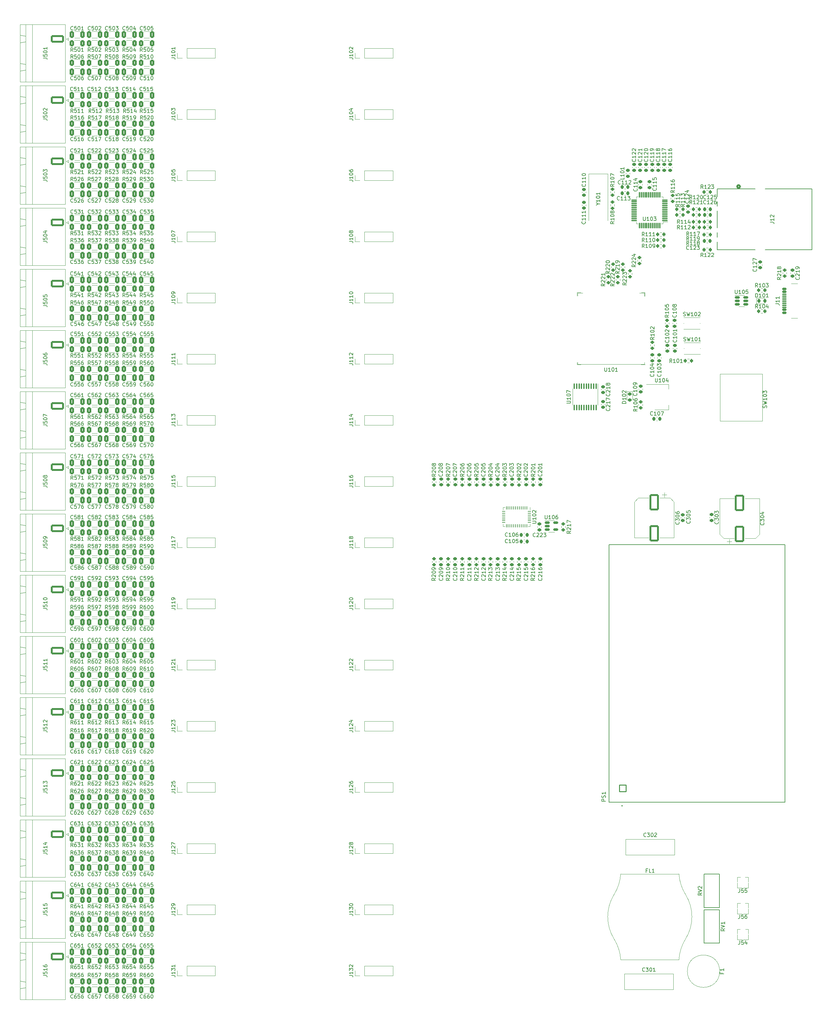
<source format=gbr>
%TF.GenerationSoftware,KiCad,Pcbnew,8.0.8*%
%TF.CreationDate,2025-02-12T13:58:17+01:00*%
%TF.ProjectId,diffprobe-espnow,64696666-7072-46f6-9265-2d6573706e6f,rev?*%
%TF.SameCoordinates,Original*%
%TF.FileFunction,Legend,Top*%
%TF.FilePolarity,Positive*%
%FSLAX46Y46*%
G04 Gerber Fmt 4.6, Leading zero omitted, Abs format (unit mm)*
G04 Created by KiCad (PCBNEW 8.0.8) date 2025-02-12 13:58:17*
%MOMM*%
%LPD*%
G01*
G04 APERTURE LIST*
G04 Aperture macros list*
%AMRoundRect*
0 Rectangle with rounded corners*
0 $1 Rounding radius*
0 $2 $3 $4 $5 $6 $7 $8 $9 X,Y pos of 4 corners*
0 Add a 4 corners polygon primitive as box body*
4,1,4,$2,$3,$4,$5,$6,$7,$8,$9,$2,$3,0*
0 Add four circle primitives for the rounded corners*
1,1,$1+$1,$2,$3*
1,1,$1+$1,$4,$5*
1,1,$1+$1,$6,$7*
1,1,$1+$1,$8,$9*
0 Add four rect primitives between the rounded corners*
20,1,$1+$1,$2,$3,$4,$5,0*
20,1,$1+$1,$4,$5,$6,$7,0*
20,1,$1+$1,$6,$7,$8,$9,0*
20,1,$1+$1,$8,$9,$2,$3,0*%
G04 Aperture macros list end*
%ADD10C,0.150000*%
%ADD11C,0.120000*%
%ADD12C,0.152400*%
%ADD13C,0.508000*%
%ADD14C,0.127000*%
%ADD15C,0.200000*%
%ADD16RoundRect,0.250000X-0.325000X-0.650000X0.325000X-0.650000X0.325000X0.650000X-0.325000X0.650000X0*%
%ADD17C,3.251200*%
%ADD18C,1.397000*%
%ADD19C,1.524000*%
%ADD20C,2.108200*%
%ADD21RoundRect,0.250000X-0.312500X-0.625000X0.312500X-0.625000X0.312500X0.625000X-0.312500X0.625000X0*%
%ADD22RoundRect,0.225000X-0.225000X-0.250000X0.225000X-0.250000X0.225000X0.250000X-0.225000X0.250000X0*%
%ADD23RoundRect,0.200000X-0.200000X-0.275000X0.200000X-0.275000X0.200000X0.275000X-0.200000X0.275000X0*%
%ADD24R,1.700000X1.700000*%
%ADD25O,1.700000X1.700000*%
%ADD26RoundRect,0.250001X-1.549999X0.799999X-1.549999X-0.799999X1.549999X-0.799999X1.549999X0.799999X0*%
%ADD27O,3.600000X2.100000*%
%ADD28RoundRect,0.225000X-0.250000X0.225000X-0.250000X-0.225000X0.250000X-0.225000X0.250000X0.225000X0*%
%ADD29RoundRect,0.218750X-0.218750X-0.256250X0.218750X-0.256250X0.218750X0.256250X-0.218750X0.256250X0*%
%ADD30RoundRect,0.200000X-0.275000X0.200000X-0.275000X-0.200000X0.275000X-0.200000X0.275000X0.200000X0*%
%ADD31RoundRect,0.200000X0.275000X-0.200000X0.275000X0.200000X-0.275000X0.200000X-0.275000X-0.200000X0*%
%ADD32RoundRect,0.225000X0.250000X-0.225000X0.250000X0.225000X-0.250000X0.225000X-0.250000X-0.225000X0*%
%ADD33RoundRect,0.200000X0.200000X0.275000X-0.200000X0.275000X-0.200000X-0.275000X0.200000X-0.275000X0*%
%ADD34RoundRect,0.075000X0.662500X0.075000X-0.662500X0.075000X-0.662500X-0.075000X0.662500X-0.075000X0*%
%ADD35RoundRect,0.075000X0.075000X0.662500X-0.075000X0.662500X-0.075000X-0.662500X0.075000X-0.662500X0*%
%ADD36C,0.650000*%
%ADD37RoundRect,0.150000X0.425000X-0.150000X0.425000X0.150000X-0.425000X0.150000X-0.425000X-0.150000X0*%
%ADD38RoundRect,0.075000X0.500000X-0.075000X0.500000X0.075000X-0.500000X0.075000X-0.500000X-0.075000X0*%
%ADD39O,2.100000X1.000000*%
%ADD40O,1.800000X1.000000*%
%ADD41R,2.800000X2.800000*%
%ADD42C,2.800000*%
%ADD43C,2.000000*%
%ADD44R,0.900000X1.000000*%
%ADD45R,1.500000X0.900000*%
%ADD46R,0.900000X1.500000*%
%ADD47R,0.900000X0.900000*%
%ADD48RoundRect,0.218750X-0.256250X0.218750X-0.256250X-0.218750X0.256250X-0.218750X0.256250X0.218750X0*%
%ADD49C,3.000000*%
%ADD50RoundRect,0.250000X1.000000X-1.950000X1.000000X1.950000X-1.000000X1.950000X-1.000000X-1.950000X0*%
%ADD51C,1.750000*%
%ADD52C,1.600000*%
%ADD53RoundRect,0.250000X-1.000000X1.950000X-1.000000X-1.950000X1.000000X-1.950000X1.000000X1.950000X0*%
%ADD54R,2.000000X4.500000*%
%ADD55RoundRect,0.100000X-0.100000X0.637500X-0.100000X-0.637500X0.100000X-0.637500X0.100000X0.637500X0*%
%ADD56RoundRect,0.102000X0.900000X-0.900000X0.900000X0.900000X-0.900000X0.900000X-0.900000X-0.900000X0*%
%ADD57C,2.004000*%
%ADD58RoundRect,0.150000X-0.512500X-0.150000X0.512500X-0.150000X0.512500X0.150000X-0.512500X0.150000X0*%
%ADD59RoundRect,0.062500X-0.062500X0.375000X-0.062500X-0.375000X0.062500X-0.375000X0.062500X0.375000X0*%
%ADD60RoundRect,0.062500X-0.375000X0.062500X-0.375000X-0.062500X0.375000X-0.062500X0.375000X0.062500X0*%
%ADD61R,5.150000X3.150000*%
%ADD62RoundRect,0.218750X0.256250X-0.218750X0.256250X0.218750X-0.256250X0.218750X-0.256250X-0.218750X0*%
%ADD63R,2.000000X1.500000*%
%ADD64R,2.000000X3.800000*%
G04 APERTURE END LIST*
D10*
X98630952Y-215759580D02*
X98583333Y-215807200D01*
X98583333Y-215807200D02*
X98440476Y-215854819D01*
X98440476Y-215854819D02*
X98345238Y-215854819D01*
X98345238Y-215854819D02*
X98202381Y-215807200D01*
X98202381Y-215807200D02*
X98107143Y-215711961D01*
X98107143Y-215711961D02*
X98059524Y-215616723D01*
X98059524Y-215616723D02*
X98011905Y-215426247D01*
X98011905Y-215426247D02*
X98011905Y-215283390D01*
X98011905Y-215283390D02*
X98059524Y-215092914D01*
X98059524Y-215092914D02*
X98107143Y-214997676D01*
X98107143Y-214997676D02*
X98202381Y-214902438D01*
X98202381Y-214902438D02*
X98345238Y-214854819D01*
X98345238Y-214854819D02*
X98440476Y-214854819D01*
X98440476Y-214854819D02*
X98583333Y-214902438D01*
X98583333Y-214902438D02*
X98630952Y-214950057D01*
X99535714Y-214854819D02*
X99059524Y-214854819D01*
X99059524Y-214854819D02*
X99011905Y-215331009D01*
X99011905Y-215331009D02*
X99059524Y-215283390D01*
X99059524Y-215283390D02*
X99154762Y-215235771D01*
X99154762Y-215235771D02*
X99392857Y-215235771D01*
X99392857Y-215235771D02*
X99488095Y-215283390D01*
X99488095Y-215283390D02*
X99535714Y-215331009D01*
X99535714Y-215331009D02*
X99583333Y-215426247D01*
X99583333Y-215426247D02*
X99583333Y-215664342D01*
X99583333Y-215664342D02*
X99535714Y-215759580D01*
X99535714Y-215759580D02*
X99488095Y-215807200D01*
X99488095Y-215807200D02*
X99392857Y-215854819D01*
X99392857Y-215854819D02*
X99154762Y-215854819D01*
X99154762Y-215854819D02*
X99059524Y-215807200D01*
X99059524Y-215807200D02*
X99011905Y-215759580D01*
X100154762Y-215283390D02*
X100059524Y-215235771D01*
X100059524Y-215235771D02*
X100011905Y-215188152D01*
X100011905Y-215188152D02*
X99964286Y-215092914D01*
X99964286Y-215092914D02*
X99964286Y-215045295D01*
X99964286Y-215045295D02*
X100011905Y-214950057D01*
X100011905Y-214950057D02*
X100059524Y-214902438D01*
X100059524Y-214902438D02*
X100154762Y-214854819D01*
X100154762Y-214854819D02*
X100345238Y-214854819D01*
X100345238Y-214854819D02*
X100440476Y-214902438D01*
X100440476Y-214902438D02*
X100488095Y-214950057D01*
X100488095Y-214950057D02*
X100535714Y-215045295D01*
X100535714Y-215045295D02*
X100535714Y-215092914D01*
X100535714Y-215092914D02*
X100488095Y-215188152D01*
X100488095Y-215188152D02*
X100440476Y-215235771D01*
X100440476Y-215235771D02*
X100345238Y-215283390D01*
X100345238Y-215283390D02*
X100154762Y-215283390D01*
X100154762Y-215283390D02*
X100059524Y-215331009D01*
X100059524Y-215331009D02*
X100011905Y-215378628D01*
X100011905Y-215378628D02*
X99964286Y-215473866D01*
X99964286Y-215473866D02*
X99964286Y-215664342D01*
X99964286Y-215664342D02*
X100011905Y-215759580D01*
X100011905Y-215759580D02*
X100059524Y-215807200D01*
X100059524Y-215807200D02*
X100154762Y-215854819D01*
X100154762Y-215854819D02*
X100345238Y-215854819D01*
X100345238Y-215854819D02*
X100440476Y-215807200D01*
X100440476Y-215807200D02*
X100488095Y-215759580D01*
X100488095Y-215759580D02*
X100535714Y-215664342D01*
X100535714Y-215664342D02*
X100535714Y-215473866D01*
X100535714Y-215473866D02*
X100488095Y-215378628D01*
X100488095Y-215378628D02*
X100440476Y-215331009D01*
X100440476Y-215331009D02*
X100345238Y-215283390D01*
X101107143Y-215283390D02*
X101011905Y-215235771D01*
X101011905Y-215235771D02*
X100964286Y-215188152D01*
X100964286Y-215188152D02*
X100916667Y-215092914D01*
X100916667Y-215092914D02*
X100916667Y-215045295D01*
X100916667Y-215045295D02*
X100964286Y-214950057D01*
X100964286Y-214950057D02*
X101011905Y-214902438D01*
X101011905Y-214902438D02*
X101107143Y-214854819D01*
X101107143Y-214854819D02*
X101297619Y-214854819D01*
X101297619Y-214854819D02*
X101392857Y-214902438D01*
X101392857Y-214902438D02*
X101440476Y-214950057D01*
X101440476Y-214950057D02*
X101488095Y-215045295D01*
X101488095Y-215045295D02*
X101488095Y-215092914D01*
X101488095Y-215092914D02*
X101440476Y-215188152D01*
X101440476Y-215188152D02*
X101392857Y-215235771D01*
X101392857Y-215235771D02*
X101297619Y-215283390D01*
X101297619Y-215283390D02*
X101107143Y-215283390D01*
X101107143Y-215283390D02*
X101011905Y-215331009D01*
X101011905Y-215331009D02*
X100964286Y-215378628D01*
X100964286Y-215378628D02*
X100916667Y-215473866D01*
X100916667Y-215473866D02*
X100916667Y-215664342D01*
X100916667Y-215664342D02*
X100964286Y-215759580D01*
X100964286Y-215759580D02*
X101011905Y-215807200D01*
X101011905Y-215807200D02*
X101107143Y-215854819D01*
X101107143Y-215854819D02*
X101297619Y-215854819D01*
X101297619Y-215854819D02*
X101392857Y-215807200D01*
X101392857Y-215807200D02*
X101440476Y-215759580D01*
X101440476Y-215759580D02*
X101488095Y-215664342D01*
X101488095Y-215664342D02*
X101488095Y-215473866D01*
X101488095Y-215473866D02*
X101440476Y-215378628D01*
X101440476Y-215378628D02*
X101392857Y-215331009D01*
X101392857Y-215331009D02*
X101297619Y-215283390D01*
X277487819Y-122145523D02*
X278202104Y-122145523D01*
X278202104Y-122145523D02*
X278344961Y-122193142D01*
X278344961Y-122193142D02*
X278440200Y-122288380D01*
X278440200Y-122288380D02*
X278487819Y-122431237D01*
X278487819Y-122431237D02*
X278487819Y-122526475D01*
X278487819Y-121145523D02*
X278487819Y-121716951D01*
X278487819Y-121431237D02*
X277487819Y-121431237D01*
X277487819Y-121431237D02*
X277630676Y-121526475D01*
X277630676Y-121526475D02*
X277725914Y-121621713D01*
X277725914Y-121621713D02*
X277773533Y-121716951D01*
X277583057Y-120764570D02*
X277535438Y-120716951D01*
X277535438Y-120716951D02*
X277487819Y-120621713D01*
X277487819Y-120621713D02*
X277487819Y-120383618D01*
X277487819Y-120383618D02*
X277535438Y-120288380D01*
X277535438Y-120288380D02*
X277583057Y-120240761D01*
X277583057Y-120240761D02*
X277678295Y-120193142D01*
X277678295Y-120193142D02*
X277773533Y-120193142D01*
X277773533Y-120193142D02*
X277916390Y-120240761D01*
X277916390Y-120240761D02*
X278487819Y-120812189D01*
X278487819Y-120812189D02*
X278487819Y-120193142D01*
X89278452Y-150009580D02*
X89230833Y-150057200D01*
X89230833Y-150057200D02*
X89087976Y-150104819D01*
X89087976Y-150104819D02*
X88992738Y-150104819D01*
X88992738Y-150104819D02*
X88849881Y-150057200D01*
X88849881Y-150057200D02*
X88754643Y-149961961D01*
X88754643Y-149961961D02*
X88707024Y-149866723D01*
X88707024Y-149866723D02*
X88659405Y-149676247D01*
X88659405Y-149676247D02*
X88659405Y-149533390D01*
X88659405Y-149533390D02*
X88707024Y-149342914D01*
X88707024Y-149342914D02*
X88754643Y-149247676D01*
X88754643Y-149247676D02*
X88849881Y-149152438D01*
X88849881Y-149152438D02*
X88992738Y-149104819D01*
X88992738Y-149104819D02*
X89087976Y-149104819D01*
X89087976Y-149104819D02*
X89230833Y-149152438D01*
X89230833Y-149152438D02*
X89278452Y-149200057D01*
X90183214Y-149104819D02*
X89707024Y-149104819D01*
X89707024Y-149104819D02*
X89659405Y-149581009D01*
X89659405Y-149581009D02*
X89707024Y-149533390D01*
X89707024Y-149533390D02*
X89802262Y-149485771D01*
X89802262Y-149485771D02*
X90040357Y-149485771D01*
X90040357Y-149485771D02*
X90135595Y-149533390D01*
X90135595Y-149533390D02*
X90183214Y-149581009D01*
X90183214Y-149581009D02*
X90230833Y-149676247D01*
X90230833Y-149676247D02*
X90230833Y-149914342D01*
X90230833Y-149914342D02*
X90183214Y-150009580D01*
X90183214Y-150009580D02*
X90135595Y-150057200D01*
X90135595Y-150057200D02*
X90040357Y-150104819D01*
X90040357Y-150104819D02*
X89802262Y-150104819D01*
X89802262Y-150104819D02*
X89707024Y-150057200D01*
X89707024Y-150057200D02*
X89659405Y-150009580D01*
X91087976Y-149438152D02*
X91087976Y-150104819D01*
X90849881Y-149057200D02*
X90611786Y-149771485D01*
X90611786Y-149771485D02*
X91230833Y-149771485D01*
X92040357Y-149104819D02*
X91849881Y-149104819D01*
X91849881Y-149104819D02*
X91754643Y-149152438D01*
X91754643Y-149152438D02*
X91707024Y-149200057D01*
X91707024Y-149200057D02*
X91611786Y-149342914D01*
X91611786Y-149342914D02*
X91564167Y-149533390D01*
X91564167Y-149533390D02*
X91564167Y-149914342D01*
X91564167Y-149914342D02*
X91611786Y-150009580D01*
X91611786Y-150009580D02*
X91659405Y-150057200D01*
X91659405Y-150057200D02*
X91754643Y-150104819D01*
X91754643Y-150104819D02*
X91945119Y-150104819D01*
X91945119Y-150104819D02*
X92040357Y-150057200D01*
X92040357Y-150057200D02*
X92087976Y-150009580D01*
X92087976Y-150009580D02*
X92135595Y-149914342D01*
X92135595Y-149914342D02*
X92135595Y-149676247D01*
X92135595Y-149676247D02*
X92087976Y-149581009D01*
X92087976Y-149581009D02*
X92040357Y-149533390D01*
X92040357Y-149533390D02*
X91945119Y-149485771D01*
X91945119Y-149485771D02*
X91754643Y-149485771D01*
X91754643Y-149485771D02*
X91659405Y-149533390D01*
X91659405Y-149533390D02*
X91611786Y-149581009D01*
X91611786Y-149581009D02*
X91564167Y-149676247D01*
X89278452Y-94404819D02*
X88945119Y-93928628D01*
X88707024Y-94404819D02*
X88707024Y-93404819D01*
X88707024Y-93404819D02*
X89087976Y-93404819D01*
X89087976Y-93404819D02*
X89183214Y-93452438D01*
X89183214Y-93452438D02*
X89230833Y-93500057D01*
X89230833Y-93500057D02*
X89278452Y-93595295D01*
X89278452Y-93595295D02*
X89278452Y-93738152D01*
X89278452Y-93738152D02*
X89230833Y-93833390D01*
X89230833Y-93833390D02*
X89183214Y-93881009D01*
X89183214Y-93881009D02*
X89087976Y-93928628D01*
X89087976Y-93928628D02*
X88707024Y-93928628D01*
X90183214Y-93404819D02*
X89707024Y-93404819D01*
X89707024Y-93404819D02*
X89659405Y-93881009D01*
X89659405Y-93881009D02*
X89707024Y-93833390D01*
X89707024Y-93833390D02*
X89802262Y-93785771D01*
X89802262Y-93785771D02*
X90040357Y-93785771D01*
X90040357Y-93785771D02*
X90135595Y-93833390D01*
X90135595Y-93833390D02*
X90183214Y-93881009D01*
X90183214Y-93881009D02*
X90230833Y-93976247D01*
X90230833Y-93976247D02*
X90230833Y-94214342D01*
X90230833Y-94214342D02*
X90183214Y-94309580D01*
X90183214Y-94309580D02*
X90135595Y-94357200D01*
X90135595Y-94357200D02*
X90040357Y-94404819D01*
X90040357Y-94404819D02*
X89802262Y-94404819D01*
X89802262Y-94404819D02*
X89707024Y-94357200D01*
X89707024Y-94357200D02*
X89659405Y-94309580D01*
X91183214Y-94404819D02*
X90611786Y-94404819D01*
X90897500Y-94404819D02*
X90897500Y-93404819D01*
X90897500Y-93404819D02*
X90802262Y-93547676D01*
X90802262Y-93547676D02*
X90707024Y-93642914D01*
X90707024Y-93642914D02*
X90611786Y-93690533D01*
X92040357Y-93404819D02*
X91849881Y-93404819D01*
X91849881Y-93404819D02*
X91754643Y-93452438D01*
X91754643Y-93452438D02*
X91707024Y-93500057D01*
X91707024Y-93500057D02*
X91611786Y-93642914D01*
X91611786Y-93642914D02*
X91564167Y-93833390D01*
X91564167Y-93833390D02*
X91564167Y-94214342D01*
X91564167Y-94214342D02*
X91611786Y-94309580D01*
X91611786Y-94309580D02*
X91659405Y-94357200D01*
X91659405Y-94357200D02*
X91754643Y-94404819D01*
X91754643Y-94404819D02*
X91945119Y-94404819D01*
X91945119Y-94404819D02*
X92040357Y-94357200D01*
X92040357Y-94357200D02*
X92087976Y-94309580D01*
X92087976Y-94309580D02*
X92135595Y-94214342D01*
X92135595Y-94214342D02*
X92135595Y-93976247D01*
X92135595Y-93976247D02*
X92087976Y-93881009D01*
X92087976Y-93881009D02*
X92040357Y-93833390D01*
X92040357Y-93833390D02*
X91945119Y-93785771D01*
X91945119Y-93785771D02*
X91754643Y-93785771D01*
X91754643Y-93785771D02*
X91659405Y-93833390D01*
X91659405Y-93833390D02*
X91611786Y-93881009D01*
X91611786Y-93881009D02*
X91564167Y-93976247D01*
X93943452Y-325804819D02*
X93610119Y-325328628D01*
X93372024Y-325804819D02*
X93372024Y-324804819D01*
X93372024Y-324804819D02*
X93752976Y-324804819D01*
X93752976Y-324804819D02*
X93848214Y-324852438D01*
X93848214Y-324852438D02*
X93895833Y-324900057D01*
X93895833Y-324900057D02*
X93943452Y-324995295D01*
X93943452Y-324995295D02*
X93943452Y-325138152D01*
X93943452Y-325138152D02*
X93895833Y-325233390D01*
X93895833Y-325233390D02*
X93848214Y-325281009D01*
X93848214Y-325281009D02*
X93752976Y-325328628D01*
X93752976Y-325328628D02*
X93372024Y-325328628D01*
X94800595Y-324804819D02*
X94610119Y-324804819D01*
X94610119Y-324804819D02*
X94514881Y-324852438D01*
X94514881Y-324852438D02*
X94467262Y-324900057D01*
X94467262Y-324900057D02*
X94372024Y-325042914D01*
X94372024Y-325042914D02*
X94324405Y-325233390D01*
X94324405Y-325233390D02*
X94324405Y-325614342D01*
X94324405Y-325614342D02*
X94372024Y-325709580D01*
X94372024Y-325709580D02*
X94419643Y-325757200D01*
X94419643Y-325757200D02*
X94514881Y-325804819D01*
X94514881Y-325804819D02*
X94705357Y-325804819D01*
X94705357Y-325804819D02*
X94800595Y-325757200D01*
X94800595Y-325757200D02*
X94848214Y-325709580D01*
X94848214Y-325709580D02*
X94895833Y-325614342D01*
X94895833Y-325614342D02*
X94895833Y-325376247D01*
X94895833Y-325376247D02*
X94848214Y-325281009D01*
X94848214Y-325281009D02*
X94800595Y-325233390D01*
X94800595Y-325233390D02*
X94705357Y-325185771D01*
X94705357Y-325185771D02*
X94514881Y-325185771D01*
X94514881Y-325185771D02*
X94419643Y-325233390D01*
X94419643Y-325233390D02*
X94372024Y-325281009D01*
X94372024Y-325281009D02*
X94324405Y-325376247D01*
X95800595Y-324804819D02*
X95324405Y-324804819D01*
X95324405Y-324804819D02*
X95276786Y-325281009D01*
X95276786Y-325281009D02*
X95324405Y-325233390D01*
X95324405Y-325233390D02*
X95419643Y-325185771D01*
X95419643Y-325185771D02*
X95657738Y-325185771D01*
X95657738Y-325185771D02*
X95752976Y-325233390D01*
X95752976Y-325233390D02*
X95800595Y-325281009D01*
X95800595Y-325281009D02*
X95848214Y-325376247D01*
X95848214Y-325376247D02*
X95848214Y-325614342D01*
X95848214Y-325614342D02*
X95800595Y-325709580D01*
X95800595Y-325709580D02*
X95752976Y-325757200D01*
X95752976Y-325757200D02*
X95657738Y-325804819D01*
X95657738Y-325804819D02*
X95419643Y-325804819D01*
X95419643Y-325804819D02*
X95324405Y-325757200D01*
X95324405Y-325757200D02*
X95276786Y-325709580D01*
X96181548Y-324804819D02*
X96848214Y-324804819D01*
X96848214Y-324804819D02*
X96419643Y-325804819D01*
X206565952Y-206869580D02*
X206518333Y-206917200D01*
X206518333Y-206917200D02*
X206375476Y-206964819D01*
X206375476Y-206964819D02*
X206280238Y-206964819D01*
X206280238Y-206964819D02*
X206137381Y-206917200D01*
X206137381Y-206917200D02*
X206042143Y-206821961D01*
X206042143Y-206821961D02*
X205994524Y-206726723D01*
X205994524Y-206726723D02*
X205946905Y-206536247D01*
X205946905Y-206536247D02*
X205946905Y-206393390D01*
X205946905Y-206393390D02*
X205994524Y-206202914D01*
X205994524Y-206202914D02*
X206042143Y-206107676D01*
X206042143Y-206107676D02*
X206137381Y-206012438D01*
X206137381Y-206012438D02*
X206280238Y-205964819D01*
X206280238Y-205964819D02*
X206375476Y-205964819D01*
X206375476Y-205964819D02*
X206518333Y-206012438D01*
X206518333Y-206012438D02*
X206565952Y-206060057D01*
X207518333Y-206964819D02*
X206946905Y-206964819D01*
X207232619Y-206964819D02*
X207232619Y-205964819D01*
X207232619Y-205964819D02*
X207137381Y-206107676D01*
X207137381Y-206107676D02*
X207042143Y-206202914D01*
X207042143Y-206202914D02*
X206946905Y-206250533D01*
X208137381Y-205964819D02*
X208232619Y-205964819D01*
X208232619Y-205964819D02*
X208327857Y-206012438D01*
X208327857Y-206012438D02*
X208375476Y-206060057D01*
X208375476Y-206060057D02*
X208423095Y-206155295D01*
X208423095Y-206155295D02*
X208470714Y-206345771D01*
X208470714Y-206345771D02*
X208470714Y-206583866D01*
X208470714Y-206583866D02*
X208423095Y-206774342D01*
X208423095Y-206774342D02*
X208375476Y-206869580D01*
X208375476Y-206869580D02*
X208327857Y-206917200D01*
X208327857Y-206917200D02*
X208232619Y-206964819D01*
X208232619Y-206964819D02*
X208137381Y-206964819D01*
X208137381Y-206964819D02*
X208042143Y-206917200D01*
X208042143Y-206917200D02*
X207994524Y-206869580D01*
X207994524Y-206869580D02*
X207946905Y-206774342D01*
X207946905Y-206774342D02*
X207899286Y-206583866D01*
X207899286Y-206583866D02*
X207899286Y-206345771D01*
X207899286Y-206345771D02*
X207946905Y-206155295D01*
X207946905Y-206155295D02*
X207994524Y-206060057D01*
X207994524Y-206060057D02*
X208042143Y-206012438D01*
X208042143Y-206012438D02*
X208137381Y-205964819D01*
X209327857Y-205964819D02*
X209137381Y-205964819D01*
X209137381Y-205964819D02*
X209042143Y-206012438D01*
X209042143Y-206012438D02*
X208994524Y-206060057D01*
X208994524Y-206060057D02*
X208899286Y-206202914D01*
X208899286Y-206202914D02*
X208851667Y-206393390D01*
X208851667Y-206393390D02*
X208851667Y-206774342D01*
X208851667Y-206774342D02*
X208899286Y-206869580D01*
X208899286Y-206869580D02*
X208946905Y-206917200D01*
X208946905Y-206917200D02*
X209042143Y-206964819D01*
X209042143Y-206964819D02*
X209232619Y-206964819D01*
X209232619Y-206964819D02*
X209327857Y-206917200D01*
X209327857Y-206917200D02*
X209375476Y-206869580D01*
X209375476Y-206869580D02*
X209423095Y-206774342D01*
X209423095Y-206774342D02*
X209423095Y-206536247D01*
X209423095Y-206536247D02*
X209375476Y-206441009D01*
X209375476Y-206441009D02*
X209327857Y-206393390D01*
X209327857Y-206393390D02*
X209232619Y-206345771D01*
X209232619Y-206345771D02*
X209042143Y-206345771D01*
X209042143Y-206345771D02*
X208946905Y-206393390D01*
X208946905Y-206393390D02*
X208899286Y-206441009D01*
X208899286Y-206441009D02*
X208851667Y-206536247D01*
X98605952Y-251759580D02*
X98558333Y-251807200D01*
X98558333Y-251807200D02*
X98415476Y-251854819D01*
X98415476Y-251854819D02*
X98320238Y-251854819D01*
X98320238Y-251854819D02*
X98177381Y-251807200D01*
X98177381Y-251807200D02*
X98082143Y-251711961D01*
X98082143Y-251711961D02*
X98034524Y-251616723D01*
X98034524Y-251616723D02*
X97986905Y-251426247D01*
X97986905Y-251426247D02*
X97986905Y-251283390D01*
X97986905Y-251283390D02*
X98034524Y-251092914D01*
X98034524Y-251092914D02*
X98082143Y-250997676D01*
X98082143Y-250997676D02*
X98177381Y-250902438D01*
X98177381Y-250902438D02*
X98320238Y-250854819D01*
X98320238Y-250854819D02*
X98415476Y-250854819D01*
X98415476Y-250854819D02*
X98558333Y-250902438D01*
X98558333Y-250902438D02*
X98605952Y-250950057D01*
X99463095Y-250854819D02*
X99272619Y-250854819D01*
X99272619Y-250854819D02*
X99177381Y-250902438D01*
X99177381Y-250902438D02*
X99129762Y-250950057D01*
X99129762Y-250950057D02*
X99034524Y-251092914D01*
X99034524Y-251092914D02*
X98986905Y-251283390D01*
X98986905Y-251283390D02*
X98986905Y-251664342D01*
X98986905Y-251664342D02*
X99034524Y-251759580D01*
X99034524Y-251759580D02*
X99082143Y-251807200D01*
X99082143Y-251807200D02*
X99177381Y-251854819D01*
X99177381Y-251854819D02*
X99367857Y-251854819D01*
X99367857Y-251854819D02*
X99463095Y-251807200D01*
X99463095Y-251807200D02*
X99510714Y-251759580D01*
X99510714Y-251759580D02*
X99558333Y-251664342D01*
X99558333Y-251664342D02*
X99558333Y-251426247D01*
X99558333Y-251426247D02*
X99510714Y-251331009D01*
X99510714Y-251331009D02*
X99463095Y-251283390D01*
X99463095Y-251283390D02*
X99367857Y-251235771D01*
X99367857Y-251235771D02*
X99177381Y-251235771D01*
X99177381Y-251235771D02*
X99082143Y-251283390D01*
X99082143Y-251283390D02*
X99034524Y-251331009D01*
X99034524Y-251331009D02*
X98986905Y-251426247D01*
X100510714Y-251854819D02*
X99939286Y-251854819D01*
X100225000Y-251854819D02*
X100225000Y-250854819D01*
X100225000Y-250854819D02*
X100129762Y-250997676D01*
X100129762Y-250997676D02*
X100034524Y-251092914D01*
X100034524Y-251092914D02*
X99939286Y-251140533D01*
X100844048Y-250854819D02*
X101463095Y-250854819D01*
X101463095Y-250854819D02*
X101129762Y-251235771D01*
X101129762Y-251235771D02*
X101272619Y-251235771D01*
X101272619Y-251235771D02*
X101367857Y-251283390D01*
X101367857Y-251283390D02*
X101415476Y-251331009D01*
X101415476Y-251331009D02*
X101463095Y-251426247D01*
X101463095Y-251426247D02*
X101463095Y-251664342D01*
X101463095Y-251664342D02*
X101415476Y-251759580D01*
X101415476Y-251759580D02*
X101367857Y-251807200D01*
X101367857Y-251807200D02*
X101272619Y-251854819D01*
X101272619Y-251854819D02*
X100986905Y-251854819D01*
X100986905Y-251854819D02*
X100891667Y-251807200D01*
X100891667Y-251807200D02*
X100844048Y-251759580D01*
X108005952Y-241204819D02*
X107672619Y-240728628D01*
X107434524Y-241204819D02*
X107434524Y-240204819D01*
X107434524Y-240204819D02*
X107815476Y-240204819D01*
X107815476Y-240204819D02*
X107910714Y-240252438D01*
X107910714Y-240252438D02*
X107958333Y-240300057D01*
X107958333Y-240300057D02*
X108005952Y-240395295D01*
X108005952Y-240395295D02*
X108005952Y-240538152D01*
X108005952Y-240538152D02*
X107958333Y-240633390D01*
X107958333Y-240633390D02*
X107910714Y-240681009D01*
X107910714Y-240681009D02*
X107815476Y-240728628D01*
X107815476Y-240728628D02*
X107434524Y-240728628D01*
X108863095Y-240204819D02*
X108672619Y-240204819D01*
X108672619Y-240204819D02*
X108577381Y-240252438D01*
X108577381Y-240252438D02*
X108529762Y-240300057D01*
X108529762Y-240300057D02*
X108434524Y-240442914D01*
X108434524Y-240442914D02*
X108386905Y-240633390D01*
X108386905Y-240633390D02*
X108386905Y-241014342D01*
X108386905Y-241014342D02*
X108434524Y-241109580D01*
X108434524Y-241109580D02*
X108482143Y-241157200D01*
X108482143Y-241157200D02*
X108577381Y-241204819D01*
X108577381Y-241204819D02*
X108767857Y-241204819D01*
X108767857Y-241204819D02*
X108863095Y-241157200D01*
X108863095Y-241157200D02*
X108910714Y-241109580D01*
X108910714Y-241109580D02*
X108958333Y-241014342D01*
X108958333Y-241014342D02*
X108958333Y-240776247D01*
X108958333Y-240776247D02*
X108910714Y-240681009D01*
X108910714Y-240681009D02*
X108863095Y-240633390D01*
X108863095Y-240633390D02*
X108767857Y-240585771D01*
X108767857Y-240585771D02*
X108577381Y-240585771D01*
X108577381Y-240585771D02*
X108482143Y-240633390D01*
X108482143Y-240633390D02*
X108434524Y-240681009D01*
X108434524Y-240681009D02*
X108386905Y-240776247D01*
X109577381Y-240204819D02*
X109672619Y-240204819D01*
X109672619Y-240204819D02*
X109767857Y-240252438D01*
X109767857Y-240252438D02*
X109815476Y-240300057D01*
X109815476Y-240300057D02*
X109863095Y-240395295D01*
X109863095Y-240395295D02*
X109910714Y-240585771D01*
X109910714Y-240585771D02*
X109910714Y-240823866D01*
X109910714Y-240823866D02*
X109863095Y-241014342D01*
X109863095Y-241014342D02*
X109815476Y-241109580D01*
X109815476Y-241109580D02*
X109767857Y-241157200D01*
X109767857Y-241157200D02*
X109672619Y-241204819D01*
X109672619Y-241204819D02*
X109577381Y-241204819D01*
X109577381Y-241204819D02*
X109482143Y-241157200D01*
X109482143Y-241157200D02*
X109434524Y-241109580D01*
X109434524Y-241109580D02*
X109386905Y-241014342D01*
X109386905Y-241014342D02*
X109339286Y-240823866D01*
X109339286Y-240823866D02*
X109339286Y-240585771D01*
X109339286Y-240585771D02*
X109386905Y-240395295D01*
X109386905Y-240395295D02*
X109434524Y-240300057D01*
X109434524Y-240300057D02*
X109482143Y-240252438D01*
X109482143Y-240252438D02*
X109577381Y-240204819D01*
X110815476Y-240204819D02*
X110339286Y-240204819D01*
X110339286Y-240204819D02*
X110291667Y-240681009D01*
X110291667Y-240681009D02*
X110339286Y-240633390D01*
X110339286Y-240633390D02*
X110434524Y-240585771D01*
X110434524Y-240585771D02*
X110672619Y-240585771D01*
X110672619Y-240585771D02*
X110767857Y-240633390D01*
X110767857Y-240633390D02*
X110815476Y-240681009D01*
X110815476Y-240681009D02*
X110863095Y-240776247D01*
X110863095Y-240776247D02*
X110863095Y-241014342D01*
X110863095Y-241014342D02*
X110815476Y-241109580D01*
X110815476Y-241109580D02*
X110767857Y-241157200D01*
X110767857Y-241157200D02*
X110672619Y-241204819D01*
X110672619Y-241204819D02*
X110434524Y-241204819D01*
X110434524Y-241204819D02*
X110339286Y-241157200D01*
X110339286Y-241157200D02*
X110291667Y-241109580D01*
X108005952Y-298459580D02*
X107958333Y-298507200D01*
X107958333Y-298507200D02*
X107815476Y-298554819D01*
X107815476Y-298554819D02*
X107720238Y-298554819D01*
X107720238Y-298554819D02*
X107577381Y-298507200D01*
X107577381Y-298507200D02*
X107482143Y-298411961D01*
X107482143Y-298411961D02*
X107434524Y-298316723D01*
X107434524Y-298316723D02*
X107386905Y-298126247D01*
X107386905Y-298126247D02*
X107386905Y-297983390D01*
X107386905Y-297983390D02*
X107434524Y-297792914D01*
X107434524Y-297792914D02*
X107482143Y-297697676D01*
X107482143Y-297697676D02*
X107577381Y-297602438D01*
X107577381Y-297602438D02*
X107720238Y-297554819D01*
X107720238Y-297554819D02*
X107815476Y-297554819D01*
X107815476Y-297554819D02*
X107958333Y-297602438D01*
X107958333Y-297602438D02*
X108005952Y-297650057D01*
X108863095Y-297554819D02*
X108672619Y-297554819D01*
X108672619Y-297554819D02*
X108577381Y-297602438D01*
X108577381Y-297602438D02*
X108529762Y-297650057D01*
X108529762Y-297650057D02*
X108434524Y-297792914D01*
X108434524Y-297792914D02*
X108386905Y-297983390D01*
X108386905Y-297983390D02*
X108386905Y-298364342D01*
X108386905Y-298364342D02*
X108434524Y-298459580D01*
X108434524Y-298459580D02*
X108482143Y-298507200D01*
X108482143Y-298507200D02*
X108577381Y-298554819D01*
X108577381Y-298554819D02*
X108767857Y-298554819D01*
X108767857Y-298554819D02*
X108863095Y-298507200D01*
X108863095Y-298507200D02*
X108910714Y-298459580D01*
X108910714Y-298459580D02*
X108958333Y-298364342D01*
X108958333Y-298364342D02*
X108958333Y-298126247D01*
X108958333Y-298126247D02*
X108910714Y-298031009D01*
X108910714Y-298031009D02*
X108863095Y-297983390D01*
X108863095Y-297983390D02*
X108767857Y-297935771D01*
X108767857Y-297935771D02*
X108577381Y-297935771D01*
X108577381Y-297935771D02*
X108482143Y-297983390D01*
X108482143Y-297983390D02*
X108434524Y-298031009D01*
X108434524Y-298031009D02*
X108386905Y-298126247D01*
X109815476Y-297888152D02*
X109815476Y-298554819D01*
X109577381Y-297507200D02*
X109339286Y-298221485D01*
X109339286Y-298221485D02*
X109958333Y-298221485D01*
X110529762Y-297554819D02*
X110625000Y-297554819D01*
X110625000Y-297554819D02*
X110720238Y-297602438D01*
X110720238Y-297602438D02*
X110767857Y-297650057D01*
X110767857Y-297650057D02*
X110815476Y-297745295D01*
X110815476Y-297745295D02*
X110863095Y-297935771D01*
X110863095Y-297935771D02*
X110863095Y-298173866D01*
X110863095Y-298173866D02*
X110815476Y-298364342D01*
X110815476Y-298364342D02*
X110767857Y-298459580D01*
X110767857Y-298459580D02*
X110720238Y-298507200D01*
X110720238Y-298507200D02*
X110625000Y-298554819D01*
X110625000Y-298554819D02*
X110529762Y-298554819D01*
X110529762Y-298554819D02*
X110434524Y-298507200D01*
X110434524Y-298507200D02*
X110386905Y-298459580D01*
X110386905Y-298459580D02*
X110339286Y-298364342D01*
X110339286Y-298364342D02*
X110291667Y-298173866D01*
X110291667Y-298173866D02*
X110291667Y-297935771D01*
X110291667Y-297935771D02*
X110339286Y-297745295D01*
X110339286Y-297745295D02*
X110386905Y-297650057D01*
X110386905Y-297650057D02*
X110434524Y-297602438D01*
X110434524Y-297602438D02*
X110529762Y-297554819D01*
X93943452Y-241204819D02*
X93610119Y-240728628D01*
X93372024Y-241204819D02*
X93372024Y-240204819D01*
X93372024Y-240204819D02*
X93752976Y-240204819D01*
X93752976Y-240204819D02*
X93848214Y-240252438D01*
X93848214Y-240252438D02*
X93895833Y-240300057D01*
X93895833Y-240300057D02*
X93943452Y-240395295D01*
X93943452Y-240395295D02*
X93943452Y-240538152D01*
X93943452Y-240538152D02*
X93895833Y-240633390D01*
X93895833Y-240633390D02*
X93848214Y-240681009D01*
X93848214Y-240681009D02*
X93752976Y-240728628D01*
X93752976Y-240728628D02*
X93372024Y-240728628D01*
X94800595Y-240204819D02*
X94610119Y-240204819D01*
X94610119Y-240204819D02*
X94514881Y-240252438D01*
X94514881Y-240252438D02*
X94467262Y-240300057D01*
X94467262Y-240300057D02*
X94372024Y-240442914D01*
X94372024Y-240442914D02*
X94324405Y-240633390D01*
X94324405Y-240633390D02*
X94324405Y-241014342D01*
X94324405Y-241014342D02*
X94372024Y-241109580D01*
X94372024Y-241109580D02*
X94419643Y-241157200D01*
X94419643Y-241157200D02*
X94514881Y-241204819D01*
X94514881Y-241204819D02*
X94705357Y-241204819D01*
X94705357Y-241204819D02*
X94800595Y-241157200D01*
X94800595Y-241157200D02*
X94848214Y-241109580D01*
X94848214Y-241109580D02*
X94895833Y-241014342D01*
X94895833Y-241014342D02*
X94895833Y-240776247D01*
X94895833Y-240776247D02*
X94848214Y-240681009D01*
X94848214Y-240681009D02*
X94800595Y-240633390D01*
X94800595Y-240633390D02*
X94705357Y-240585771D01*
X94705357Y-240585771D02*
X94514881Y-240585771D01*
X94514881Y-240585771D02*
X94419643Y-240633390D01*
X94419643Y-240633390D02*
X94372024Y-240681009D01*
X94372024Y-240681009D02*
X94324405Y-240776247D01*
X95514881Y-240204819D02*
X95610119Y-240204819D01*
X95610119Y-240204819D02*
X95705357Y-240252438D01*
X95705357Y-240252438D02*
X95752976Y-240300057D01*
X95752976Y-240300057D02*
X95800595Y-240395295D01*
X95800595Y-240395295D02*
X95848214Y-240585771D01*
X95848214Y-240585771D02*
X95848214Y-240823866D01*
X95848214Y-240823866D02*
X95800595Y-241014342D01*
X95800595Y-241014342D02*
X95752976Y-241109580D01*
X95752976Y-241109580D02*
X95705357Y-241157200D01*
X95705357Y-241157200D02*
X95610119Y-241204819D01*
X95610119Y-241204819D02*
X95514881Y-241204819D01*
X95514881Y-241204819D02*
X95419643Y-241157200D01*
X95419643Y-241157200D02*
X95372024Y-241109580D01*
X95372024Y-241109580D02*
X95324405Y-241014342D01*
X95324405Y-241014342D02*
X95276786Y-240823866D01*
X95276786Y-240823866D02*
X95276786Y-240585771D01*
X95276786Y-240585771D02*
X95324405Y-240395295D01*
X95324405Y-240395295D02*
X95372024Y-240300057D01*
X95372024Y-240300057D02*
X95419643Y-240252438D01*
X95419643Y-240252438D02*
X95514881Y-240204819D01*
X96229167Y-240300057D02*
X96276786Y-240252438D01*
X96276786Y-240252438D02*
X96372024Y-240204819D01*
X96372024Y-240204819D02*
X96610119Y-240204819D01*
X96610119Y-240204819D02*
X96705357Y-240252438D01*
X96705357Y-240252438D02*
X96752976Y-240300057D01*
X96752976Y-240300057D02*
X96800595Y-240395295D01*
X96800595Y-240395295D02*
X96800595Y-240490533D01*
X96800595Y-240490533D02*
X96752976Y-240633390D01*
X96752976Y-240633390D02*
X96181548Y-241204819D01*
X96181548Y-241204819D02*
X96800595Y-241204819D01*
X255513952Y-127040819D02*
X255180619Y-126564628D01*
X254942524Y-127040819D02*
X254942524Y-126040819D01*
X254942524Y-126040819D02*
X255323476Y-126040819D01*
X255323476Y-126040819D02*
X255418714Y-126088438D01*
X255418714Y-126088438D02*
X255466333Y-126136057D01*
X255466333Y-126136057D02*
X255513952Y-126231295D01*
X255513952Y-126231295D02*
X255513952Y-126374152D01*
X255513952Y-126374152D02*
X255466333Y-126469390D01*
X255466333Y-126469390D02*
X255418714Y-126517009D01*
X255418714Y-126517009D02*
X255323476Y-126564628D01*
X255323476Y-126564628D02*
X254942524Y-126564628D01*
X256466333Y-127040819D02*
X255894905Y-127040819D01*
X256180619Y-127040819D02*
X256180619Y-126040819D01*
X256180619Y-126040819D02*
X256085381Y-126183676D01*
X256085381Y-126183676D02*
X255990143Y-126278914D01*
X255990143Y-126278914D02*
X255894905Y-126326533D01*
X257418714Y-127040819D02*
X256847286Y-127040819D01*
X257133000Y-127040819D02*
X257133000Y-126040819D01*
X257133000Y-126040819D02*
X257037762Y-126183676D01*
X257037762Y-126183676D02*
X256942524Y-126278914D01*
X256942524Y-126278914D02*
X256847286Y-126326533D01*
X257894905Y-127040819D02*
X258085381Y-127040819D01*
X258085381Y-127040819D02*
X258180619Y-126993200D01*
X258180619Y-126993200D02*
X258228238Y-126945580D01*
X258228238Y-126945580D02*
X258323476Y-126802723D01*
X258323476Y-126802723D02*
X258371095Y-126612247D01*
X258371095Y-126612247D02*
X258371095Y-126231295D01*
X258371095Y-126231295D02*
X258323476Y-126136057D01*
X258323476Y-126136057D02*
X258275857Y-126088438D01*
X258275857Y-126088438D02*
X258180619Y-126040819D01*
X258180619Y-126040819D02*
X257990143Y-126040819D01*
X257990143Y-126040819D02*
X257894905Y-126088438D01*
X257894905Y-126088438D02*
X257847286Y-126136057D01*
X257847286Y-126136057D02*
X257799667Y-126231295D01*
X257799667Y-126231295D02*
X257799667Y-126469390D01*
X257799667Y-126469390D02*
X257847286Y-126564628D01*
X257847286Y-126564628D02*
X257894905Y-126612247D01*
X257894905Y-126612247D02*
X257990143Y-126659866D01*
X257990143Y-126659866D02*
X258180619Y-126659866D01*
X258180619Y-126659866D02*
X258275857Y-126612247D01*
X258275857Y-126612247D02*
X258323476Y-126564628D01*
X258323476Y-126564628D02*
X258371095Y-126469390D01*
X93943452Y-210054819D02*
X93610119Y-209578628D01*
X93372024Y-210054819D02*
X93372024Y-209054819D01*
X93372024Y-209054819D02*
X93752976Y-209054819D01*
X93752976Y-209054819D02*
X93848214Y-209102438D01*
X93848214Y-209102438D02*
X93895833Y-209150057D01*
X93895833Y-209150057D02*
X93943452Y-209245295D01*
X93943452Y-209245295D02*
X93943452Y-209388152D01*
X93943452Y-209388152D02*
X93895833Y-209483390D01*
X93895833Y-209483390D02*
X93848214Y-209531009D01*
X93848214Y-209531009D02*
X93752976Y-209578628D01*
X93752976Y-209578628D02*
X93372024Y-209578628D01*
X94848214Y-209054819D02*
X94372024Y-209054819D01*
X94372024Y-209054819D02*
X94324405Y-209531009D01*
X94324405Y-209531009D02*
X94372024Y-209483390D01*
X94372024Y-209483390D02*
X94467262Y-209435771D01*
X94467262Y-209435771D02*
X94705357Y-209435771D01*
X94705357Y-209435771D02*
X94800595Y-209483390D01*
X94800595Y-209483390D02*
X94848214Y-209531009D01*
X94848214Y-209531009D02*
X94895833Y-209626247D01*
X94895833Y-209626247D02*
X94895833Y-209864342D01*
X94895833Y-209864342D02*
X94848214Y-209959580D01*
X94848214Y-209959580D02*
X94800595Y-210007200D01*
X94800595Y-210007200D02*
X94705357Y-210054819D01*
X94705357Y-210054819D02*
X94467262Y-210054819D01*
X94467262Y-210054819D02*
X94372024Y-210007200D01*
X94372024Y-210007200D02*
X94324405Y-209959580D01*
X95467262Y-209483390D02*
X95372024Y-209435771D01*
X95372024Y-209435771D02*
X95324405Y-209388152D01*
X95324405Y-209388152D02*
X95276786Y-209292914D01*
X95276786Y-209292914D02*
X95276786Y-209245295D01*
X95276786Y-209245295D02*
X95324405Y-209150057D01*
X95324405Y-209150057D02*
X95372024Y-209102438D01*
X95372024Y-209102438D02*
X95467262Y-209054819D01*
X95467262Y-209054819D02*
X95657738Y-209054819D01*
X95657738Y-209054819D02*
X95752976Y-209102438D01*
X95752976Y-209102438D02*
X95800595Y-209150057D01*
X95800595Y-209150057D02*
X95848214Y-209245295D01*
X95848214Y-209245295D02*
X95848214Y-209292914D01*
X95848214Y-209292914D02*
X95800595Y-209388152D01*
X95800595Y-209388152D02*
X95752976Y-209435771D01*
X95752976Y-209435771D02*
X95657738Y-209483390D01*
X95657738Y-209483390D02*
X95467262Y-209483390D01*
X95467262Y-209483390D02*
X95372024Y-209531009D01*
X95372024Y-209531009D02*
X95324405Y-209578628D01*
X95324405Y-209578628D02*
X95276786Y-209673866D01*
X95276786Y-209673866D02*
X95276786Y-209864342D01*
X95276786Y-209864342D02*
X95324405Y-209959580D01*
X95324405Y-209959580D02*
X95372024Y-210007200D01*
X95372024Y-210007200D02*
X95467262Y-210054819D01*
X95467262Y-210054819D02*
X95657738Y-210054819D01*
X95657738Y-210054819D02*
X95752976Y-210007200D01*
X95752976Y-210007200D02*
X95800595Y-209959580D01*
X95800595Y-209959580D02*
X95848214Y-209864342D01*
X95848214Y-209864342D02*
X95848214Y-209673866D01*
X95848214Y-209673866D02*
X95800595Y-209578628D01*
X95800595Y-209578628D02*
X95752976Y-209531009D01*
X95752976Y-209531009D02*
X95657738Y-209483390D01*
X96181548Y-209054819D02*
X96848214Y-209054819D01*
X96848214Y-209054819D02*
X96419643Y-210054819D01*
X163824819Y-259425714D02*
X164539104Y-259425714D01*
X164539104Y-259425714D02*
X164681961Y-259473333D01*
X164681961Y-259473333D02*
X164777200Y-259568571D01*
X164777200Y-259568571D02*
X164824819Y-259711428D01*
X164824819Y-259711428D02*
X164824819Y-259806666D01*
X164824819Y-258425714D02*
X164824819Y-258997142D01*
X164824819Y-258711428D02*
X163824819Y-258711428D01*
X163824819Y-258711428D02*
X163967676Y-258806666D01*
X163967676Y-258806666D02*
X164062914Y-258901904D01*
X164062914Y-258901904D02*
X164110533Y-258997142D01*
X163920057Y-258044761D02*
X163872438Y-257997142D01*
X163872438Y-257997142D02*
X163824819Y-257901904D01*
X163824819Y-257901904D02*
X163824819Y-257663809D01*
X163824819Y-257663809D02*
X163872438Y-257568571D01*
X163872438Y-257568571D02*
X163920057Y-257520952D01*
X163920057Y-257520952D02*
X164015295Y-257473333D01*
X164015295Y-257473333D02*
X164110533Y-257473333D01*
X164110533Y-257473333D02*
X164253390Y-257520952D01*
X164253390Y-257520952D02*
X164824819Y-258092380D01*
X164824819Y-258092380D02*
X164824819Y-257473333D01*
X164158152Y-256616190D02*
X164824819Y-256616190D01*
X163777200Y-256854285D02*
X164491485Y-257092380D01*
X164491485Y-257092380D02*
X164491485Y-256473333D01*
X89253452Y-116709580D02*
X89205833Y-116757200D01*
X89205833Y-116757200D02*
X89062976Y-116804819D01*
X89062976Y-116804819D02*
X88967738Y-116804819D01*
X88967738Y-116804819D02*
X88824881Y-116757200D01*
X88824881Y-116757200D02*
X88729643Y-116661961D01*
X88729643Y-116661961D02*
X88682024Y-116566723D01*
X88682024Y-116566723D02*
X88634405Y-116376247D01*
X88634405Y-116376247D02*
X88634405Y-116233390D01*
X88634405Y-116233390D02*
X88682024Y-116042914D01*
X88682024Y-116042914D02*
X88729643Y-115947676D01*
X88729643Y-115947676D02*
X88824881Y-115852438D01*
X88824881Y-115852438D02*
X88967738Y-115804819D01*
X88967738Y-115804819D02*
X89062976Y-115804819D01*
X89062976Y-115804819D02*
X89205833Y-115852438D01*
X89205833Y-115852438D02*
X89253452Y-115900057D01*
X90158214Y-115804819D02*
X89682024Y-115804819D01*
X89682024Y-115804819D02*
X89634405Y-116281009D01*
X89634405Y-116281009D02*
X89682024Y-116233390D01*
X89682024Y-116233390D02*
X89777262Y-116185771D01*
X89777262Y-116185771D02*
X90015357Y-116185771D01*
X90015357Y-116185771D02*
X90110595Y-116233390D01*
X90110595Y-116233390D02*
X90158214Y-116281009D01*
X90158214Y-116281009D02*
X90205833Y-116376247D01*
X90205833Y-116376247D02*
X90205833Y-116614342D01*
X90205833Y-116614342D02*
X90158214Y-116709580D01*
X90158214Y-116709580D02*
X90110595Y-116757200D01*
X90110595Y-116757200D02*
X90015357Y-116804819D01*
X90015357Y-116804819D02*
X89777262Y-116804819D01*
X89777262Y-116804819D02*
X89682024Y-116757200D01*
X89682024Y-116757200D02*
X89634405Y-116709580D01*
X90586786Y-115900057D02*
X90634405Y-115852438D01*
X90634405Y-115852438D02*
X90729643Y-115804819D01*
X90729643Y-115804819D02*
X90967738Y-115804819D01*
X90967738Y-115804819D02*
X91062976Y-115852438D01*
X91062976Y-115852438D02*
X91110595Y-115900057D01*
X91110595Y-115900057D02*
X91158214Y-115995295D01*
X91158214Y-115995295D02*
X91158214Y-116090533D01*
X91158214Y-116090533D02*
X91110595Y-116233390D01*
X91110595Y-116233390D02*
X90539167Y-116804819D01*
X90539167Y-116804819D02*
X91158214Y-116804819D01*
X92015357Y-115804819D02*
X91824881Y-115804819D01*
X91824881Y-115804819D02*
X91729643Y-115852438D01*
X91729643Y-115852438D02*
X91682024Y-115900057D01*
X91682024Y-115900057D02*
X91586786Y-116042914D01*
X91586786Y-116042914D02*
X91539167Y-116233390D01*
X91539167Y-116233390D02*
X91539167Y-116614342D01*
X91539167Y-116614342D02*
X91586786Y-116709580D01*
X91586786Y-116709580D02*
X91634405Y-116757200D01*
X91634405Y-116757200D02*
X91729643Y-116804819D01*
X91729643Y-116804819D02*
X91920119Y-116804819D01*
X91920119Y-116804819D02*
X92015357Y-116757200D01*
X92015357Y-116757200D02*
X92062976Y-116709580D01*
X92062976Y-116709580D02*
X92110595Y-116614342D01*
X92110595Y-116614342D02*
X92110595Y-116376247D01*
X92110595Y-116376247D02*
X92062976Y-116281009D01*
X92062976Y-116281009D02*
X92015357Y-116233390D01*
X92015357Y-116233390D02*
X91920119Y-116185771D01*
X91920119Y-116185771D02*
X91729643Y-116185771D01*
X91729643Y-116185771D02*
X91634405Y-116233390D01*
X91634405Y-116233390D02*
X91586786Y-116281009D01*
X91586786Y-116281009D02*
X91539167Y-116376247D01*
X93943452Y-259754819D02*
X93610119Y-259278628D01*
X93372024Y-259754819D02*
X93372024Y-258754819D01*
X93372024Y-258754819D02*
X93752976Y-258754819D01*
X93752976Y-258754819D02*
X93848214Y-258802438D01*
X93848214Y-258802438D02*
X93895833Y-258850057D01*
X93895833Y-258850057D02*
X93943452Y-258945295D01*
X93943452Y-258945295D02*
X93943452Y-259088152D01*
X93943452Y-259088152D02*
X93895833Y-259183390D01*
X93895833Y-259183390D02*
X93848214Y-259231009D01*
X93848214Y-259231009D02*
X93752976Y-259278628D01*
X93752976Y-259278628D02*
X93372024Y-259278628D01*
X94800595Y-258754819D02*
X94610119Y-258754819D01*
X94610119Y-258754819D02*
X94514881Y-258802438D01*
X94514881Y-258802438D02*
X94467262Y-258850057D01*
X94467262Y-258850057D02*
X94372024Y-258992914D01*
X94372024Y-258992914D02*
X94324405Y-259183390D01*
X94324405Y-259183390D02*
X94324405Y-259564342D01*
X94324405Y-259564342D02*
X94372024Y-259659580D01*
X94372024Y-259659580D02*
X94419643Y-259707200D01*
X94419643Y-259707200D02*
X94514881Y-259754819D01*
X94514881Y-259754819D02*
X94705357Y-259754819D01*
X94705357Y-259754819D02*
X94800595Y-259707200D01*
X94800595Y-259707200D02*
X94848214Y-259659580D01*
X94848214Y-259659580D02*
X94895833Y-259564342D01*
X94895833Y-259564342D02*
X94895833Y-259326247D01*
X94895833Y-259326247D02*
X94848214Y-259231009D01*
X94848214Y-259231009D02*
X94800595Y-259183390D01*
X94800595Y-259183390D02*
X94705357Y-259135771D01*
X94705357Y-259135771D02*
X94514881Y-259135771D01*
X94514881Y-259135771D02*
X94419643Y-259183390D01*
X94419643Y-259183390D02*
X94372024Y-259231009D01*
X94372024Y-259231009D02*
X94324405Y-259326247D01*
X95848214Y-259754819D02*
X95276786Y-259754819D01*
X95562500Y-259754819D02*
X95562500Y-258754819D01*
X95562500Y-258754819D02*
X95467262Y-258897676D01*
X95467262Y-258897676D02*
X95372024Y-258992914D01*
X95372024Y-258992914D02*
X95276786Y-259040533D01*
X96181548Y-258754819D02*
X96848214Y-258754819D01*
X96848214Y-258754819D02*
X96419643Y-259754819D01*
X89253452Y-103209580D02*
X89205833Y-103257200D01*
X89205833Y-103257200D02*
X89062976Y-103304819D01*
X89062976Y-103304819D02*
X88967738Y-103304819D01*
X88967738Y-103304819D02*
X88824881Y-103257200D01*
X88824881Y-103257200D02*
X88729643Y-103161961D01*
X88729643Y-103161961D02*
X88682024Y-103066723D01*
X88682024Y-103066723D02*
X88634405Y-102876247D01*
X88634405Y-102876247D02*
X88634405Y-102733390D01*
X88634405Y-102733390D02*
X88682024Y-102542914D01*
X88682024Y-102542914D02*
X88729643Y-102447676D01*
X88729643Y-102447676D02*
X88824881Y-102352438D01*
X88824881Y-102352438D02*
X88967738Y-102304819D01*
X88967738Y-102304819D02*
X89062976Y-102304819D01*
X89062976Y-102304819D02*
X89205833Y-102352438D01*
X89205833Y-102352438D02*
X89253452Y-102400057D01*
X90158214Y-102304819D02*
X89682024Y-102304819D01*
X89682024Y-102304819D02*
X89634405Y-102781009D01*
X89634405Y-102781009D02*
X89682024Y-102733390D01*
X89682024Y-102733390D02*
X89777262Y-102685771D01*
X89777262Y-102685771D02*
X90015357Y-102685771D01*
X90015357Y-102685771D02*
X90110595Y-102733390D01*
X90110595Y-102733390D02*
X90158214Y-102781009D01*
X90158214Y-102781009D02*
X90205833Y-102876247D01*
X90205833Y-102876247D02*
X90205833Y-103114342D01*
X90205833Y-103114342D02*
X90158214Y-103209580D01*
X90158214Y-103209580D02*
X90110595Y-103257200D01*
X90110595Y-103257200D02*
X90015357Y-103304819D01*
X90015357Y-103304819D02*
X89777262Y-103304819D01*
X89777262Y-103304819D02*
X89682024Y-103257200D01*
X89682024Y-103257200D02*
X89634405Y-103209580D01*
X90586786Y-102400057D02*
X90634405Y-102352438D01*
X90634405Y-102352438D02*
X90729643Y-102304819D01*
X90729643Y-102304819D02*
X90967738Y-102304819D01*
X90967738Y-102304819D02*
X91062976Y-102352438D01*
X91062976Y-102352438D02*
X91110595Y-102400057D01*
X91110595Y-102400057D02*
X91158214Y-102495295D01*
X91158214Y-102495295D02*
X91158214Y-102590533D01*
X91158214Y-102590533D02*
X91110595Y-102733390D01*
X91110595Y-102733390D02*
X90539167Y-103304819D01*
X90539167Y-103304819D02*
X91158214Y-103304819D01*
X92110595Y-103304819D02*
X91539167Y-103304819D01*
X91824881Y-103304819D02*
X91824881Y-102304819D01*
X91824881Y-102304819D02*
X91729643Y-102447676D01*
X91729643Y-102447676D02*
X91634405Y-102542914D01*
X91634405Y-102542914D02*
X91539167Y-102590533D01*
X108005952Y-251759580D02*
X107958333Y-251807200D01*
X107958333Y-251807200D02*
X107815476Y-251854819D01*
X107815476Y-251854819D02*
X107720238Y-251854819D01*
X107720238Y-251854819D02*
X107577381Y-251807200D01*
X107577381Y-251807200D02*
X107482143Y-251711961D01*
X107482143Y-251711961D02*
X107434524Y-251616723D01*
X107434524Y-251616723D02*
X107386905Y-251426247D01*
X107386905Y-251426247D02*
X107386905Y-251283390D01*
X107386905Y-251283390D02*
X107434524Y-251092914D01*
X107434524Y-251092914D02*
X107482143Y-250997676D01*
X107482143Y-250997676D02*
X107577381Y-250902438D01*
X107577381Y-250902438D02*
X107720238Y-250854819D01*
X107720238Y-250854819D02*
X107815476Y-250854819D01*
X107815476Y-250854819D02*
X107958333Y-250902438D01*
X107958333Y-250902438D02*
X108005952Y-250950057D01*
X108863095Y-250854819D02*
X108672619Y-250854819D01*
X108672619Y-250854819D02*
X108577381Y-250902438D01*
X108577381Y-250902438D02*
X108529762Y-250950057D01*
X108529762Y-250950057D02*
X108434524Y-251092914D01*
X108434524Y-251092914D02*
X108386905Y-251283390D01*
X108386905Y-251283390D02*
X108386905Y-251664342D01*
X108386905Y-251664342D02*
X108434524Y-251759580D01*
X108434524Y-251759580D02*
X108482143Y-251807200D01*
X108482143Y-251807200D02*
X108577381Y-251854819D01*
X108577381Y-251854819D02*
X108767857Y-251854819D01*
X108767857Y-251854819D02*
X108863095Y-251807200D01*
X108863095Y-251807200D02*
X108910714Y-251759580D01*
X108910714Y-251759580D02*
X108958333Y-251664342D01*
X108958333Y-251664342D02*
X108958333Y-251426247D01*
X108958333Y-251426247D02*
X108910714Y-251331009D01*
X108910714Y-251331009D02*
X108863095Y-251283390D01*
X108863095Y-251283390D02*
X108767857Y-251235771D01*
X108767857Y-251235771D02*
X108577381Y-251235771D01*
X108577381Y-251235771D02*
X108482143Y-251283390D01*
X108482143Y-251283390D02*
X108434524Y-251331009D01*
X108434524Y-251331009D02*
X108386905Y-251426247D01*
X109910714Y-251854819D02*
X109339286Y-251854819D01*
X109625000Y-251854819D02*
X109625000Y-250854819D01*
X109625000Y-250854819D02*
X109529762Y-250997676D01*
X109529762Y-250997676D02*
X109434524Y-251092914D01*
X109434524Y-251092914D02*
X109339286Y-251140533D01*
X110815476Y-250854819D02*
X110339286Y-250854819D01*
X110339286Y-250854819D02*
X110291667Y-251331009D01*
X110291667Y-251331009D02*
X110339286Y-251283390D01*
X110339286Y-251283390D02*
X110434524Y-251235771D01*
X110434524Y-251235771D02*
X110672619Y-251235771D01*
X110672619Y-251235771D02*
X110767857Y-251283390D01*
X110767857Y-251283390D02*
X110815476Y-251331009D01*
X110815476Y-251331009D02*
X110863095Y-251426247D01*
X110863095Y-251426247D02*
X110863095Y-251664342D01*
X110863095Y-251664342D02*
X110815476Y-251759580D01*
X110815476Y-251759580D02*
X110767857Y-251807200D01*
X110767857Y-251807200D02*
X110672619Y-251854819D01*
X110672619Y-251854819D02*
X110434524Y-251854819D01*
X110434524Y-251854819D02*
X110339286Y-251807200D01*
X110339286Y-251807200D02*
X110291667Y-251759580D01*
X108005952Y-284809580D02*
X107958333Y-284857200D01*
X107958333Y-284857200D02*
X107815476Y-284904819D01*
X107815476Y-284904819D02*
X107720238Y-284904819D01*
X107720238Y-284904819D02*
X107577381Y-284857200D01*
X107577381Y-284857200D02*
X107482143Y-284761961D01*
X107482143Y-284761961D02*
X107434524Y-284666723D01*
X107434524Y-284666723D02*
X107386905Y-284476247D01*
X107386905Y-284476247D02*
X107386905Y-284333390D01*
X107386905Y-284333390D02*
X107434524Y-284142914D01*
X107434524Y-284142914D02*
X107482143Y-284047676D01*
X107482143Y-284047676D02*
X107577381Y-283952438D01*
X107577381Y-283952438D02*
X107720238Y-283904819D01*
X107720238Y-283904819D02*
X107815476Y-283904819D01*
X107815476Y-283904819D02*
X107958333Y-283952438D01*
X107958333Y-283952438D02*
X108005952Y-284000057D01*
X108863095Y-283904819D02*
X108672619Y-283904819D01*
X108672619Y-283904819D02*
X108577381Y-283952438D01*
X108577381Y-283952438D02*
X108529762Y-284000057D01*
X108529762Y-284000057D02*
X108434524Y-284142914D01*
X108434524Y-284142914D02*
X108386905Y-284333390D01*
X108386905Y-284333390D02*
X108386905Y-284714342D01*
X108386905Y-284714342D02*
X108434524Y-284809580D01*
X108434524Y-284809580D02*
X108482143Y-284857200D01*
X108482143Y-284857200D02*
X108577381Y-284904819D01*
X108577381Y-284904819D02*
X108767857Y-284904819D01*
X108767857Y-284904819D02*
X108863095Y-284857200D01*
X108863095Y-284857200D02*
X108910714Y-284809580D01*
X108910714Y-284809580D02*
X108958333Y-284714342D01*
X108958333Y-284714342D02*
X108958333Y-284476247D01*
X108958333Y-284476247D02*
X108910714Y-284381009D01*
X108910714Y-284381009D02*
X108863095Y-284333390D01*
X108863095Y-284333390D02*
X108767857Y-284285771D01*
X108767857Y-284285771D02*
X108577381Y-284285771D01*
X108577381Y-284285771D02*
X108482143Y-284333390D01*
X108482143Y-284333390D02*
X108434524Y-284381009D01*
X108434524Y-284381009D02*
X108386905Y-284476247D01*
X109291667Y-283904819D02*
X109910714Y-283904819D01*
X109910714Y-283904819D02*
X109577381Y-284285771D01*
X109577381Y-284285771D02*
X109720238Y-284285771D01*
X109720238Y-284285771D02*
X109815476Y-284333390D01*
X109815476Y-284333390D02*
X109863095Y-284381009D01*
X109863095Y-284381009D02*
X109910714Y-284476247D01*
X109910714Y-284476247D02*
X109910714Y-284714342D01*
X109910714Y-284714342D02*
X109863095Y-284809580D01*
X109863095Y-284809580D02*
X109815476Y-284857200D01*
X109815476Y-284857200D02*
X109720238Y-284904819D01*
X109720238Y-284904819D02*
X109434524Y-284904819D01*
X109434524Y-284904819D02*
X109339286Y-284857200D01*
X109339286Y-284857200D02*
X109291667Y-284809580D01*
X110815476Y-283904819D02*
X110339286Y-283904819D01*
X110339286Y-283904819D02*
X110291667Y-284381009D01*
X110291667Y-284381009D02*
X110339286Y-284333390D01*
X110339286Y-284333390D02*
X110434524Y-284285771D01*
X110434524Y-284285771D02*
X110672619Y-284285771D01*
X110672619Y-284285771D02*
X110767857Y-284333390D01*
X110767857Y-284333390D02*
X110815476Y-284381009D01*
X110815476Y-284381009D02*
X110863095Y-284476247D01*
X110863095Y-284476247D02*
X110863095Y-284714342D01*
X110863095Y-284714342D02*
X110815476Y-284809580D01*
X110815476Y-284809580D02*
X110767857Y-284857200D01*
X110767857Y-284857200D02*
X110672619Y-284904819D01*
X110672619Y-284904819D02*
X110434524Y-284904819D01*
X110434524Y-284904819D02*
X110339286Y-284857200D01*
X110339286Y-284857200D02*
X110291667Y-284809580D01*
X103305952Y-292754819D02*
X102972619Y-292278628D01*
X102734524Y-292754819D02*
X102734524Y-291754819D01*
X102734524Y-291754819D02*
X103115476Y-291754819D01*
X103115476Y-291754819D02*
X103210714Y-291802438D01*
X103210714Y-291802438D02*
X103258333Y-291850057D01*
X103258333Y-291850057D02*
X103305952Y-291945295D01*
X103305952Y-291945295D02*
X103305952Y-292088152D01*
X103305952Y-292088152D02*
X103258333Y-292183390D01*
X103258333Y-292183390D02*
X103210714Y-292231009D01*
X103210714Y-292231009D02*
X103115476Y-292278628D01*
X103115476Y-292278628D02*
X102734524Y-292278628D01*
X104163095Y-291754819D02*
X103972619Y-291754819D01*
X103972619Y-291754819D02*
X103877381Y-291802438D01*
X103877381Y-291802438D02*
X103829762Y-291850057D01*
X103829762Y-291850057D02*
X103734524Y-291992914D01*
X103734524Y-291992914D02*
X103686905Y-292183390D01*
X103686905Y-292183390D02*
X103686905Y-292564342D01*
X103686905Y-292564342D02*
X103734524Y-292659580D01*
X103734524Y-292659580D02*
X103782143Y-292707200D01*
X103782143Y-292707200D02*
X103877381Y-292754819D01*
X103877381Y-292754819D02*
X104067857Y-292754819D01*
X104067857Y-292754819D02*
X104163095Y-292707200D01*
X104163095Y-292707200D02*
X104210714Y-292659580D01*
X104210714Y-292659580D02*
X104258333Y-292564342D01*
X104258333Y-292564342D02*
X104258333Y-292326247D01*
X104258333Y-292326247D02*
X104210714Y-292231009D01*
X104210714Y-292231009D02*
X104163095Y-292183390D01*
X104163095Y-292183390D02*
X104067857Y-292135771D01*
X104067857Y-292135771D02*
X103877381Y-292135771D01*
X103877381Y-292135771D02*
X103782143Y-292183390D01*
X103782143Y-292183390D02*
X103734524Y-292231009D01*
X103734524Y-292231009D02*
X103686905Y-292326247D01*
X104591667Y-291754819D02*
X105210714Y-291754819D01*
X105210714Y-291754819D02*
X104877381Y-292135771D01*
X104877381Y-292135771D02*
X105020238Y-292135771D01*
X105020238Y-292135771D02*
X105115476Y-292183390D01*
X105115476Y-292183390D02*
X105163095Y-292231009D01*
X105163095Y-292231009D02*
X105210714Y-292326247D01*
X105210714Y-292326247D02*
X105210714Y-292564342D01*
X105210714Y-292564342D02*
X105163095Y-292659580D01*
X105163095Y-292659580D02*
X105115476Y-292707200D01*
X105115476Y-292707200D02*
X105020238Y-292754819D01*
X105020238Y-292754819D02*
X104734524Y-292754819D01*
X104734524Y-292754819D02*
X104639286Y-292707200D01*
X104639286Y-292707200D02*
X104591667Y-292659580D01*
X105686905Y-292754819D02*
X105877381Y-292754819D01*
X105877381Y-292754819D02*
X105972619Y-292707200D01*
X105972619Y-292707200D02*
X106020238Y-292659580D01*
X106020238Y-292659580D02*
X106115476Y-292516723D01*
X106115476Y-292516723D02*
X106163095Y-292326247D01*
X106163095Y-292326247D02*
X106163095Y-291945295D01*
X106163095Y-291945295D02*
X106115476Y-291850057D01*
X106115476Y-291850057D02*
X106067857Y-291802438D01*
X106067857Y-291802438D02*
X105972619Y-291754819D01*
X105972619Y-291754819D02*
X105782143Y-291754819D01*
X105782143Y-291754819D02*
X105686905Y-291802438D01*
X105686905Y-291802438D02*
X105639286Y-291850057D01*
X105639286Y-291850057D02*
X105591667Y-291945295D01*
X105591667Y-291945295D02*
X105591667Y-292183390D01*
X105591667Y-292183390D02*
X105639286Y-292278628D01*
X105639286Y-292278628D02*
X105686905Y-292326247D01*
X105686905Y-292326247D02*
X105782143Y-292373866D01*
X105782143Y-292373866D02*
X105972619Y-292373866D01*
X105972619Y-292373866D02*
X106067857Y-292326247D01*
X106067857Y-292326247D02*
X106115476Y-292278628D01*
X106115476Y-292278628D02*
X106163095Y-292183390D01*
X89253452Y-193604819D02*
X88920119Y-193128628D01*
X88682024Y-193604819D02*
X88682024Y-192604819D01*
X88682024Y-192604819D02*
X89062976Y-192604819D01*
X89062976Y-192604819D02*
X89158214Y-192652438D01*
X89158214Y-192652438D02*
X89205833Y-192700057D01*
X89205833Y-192700057D02*
X89253452Y-192795295D01*
X89253452Y-192795295D02*
X89253452Y-192938152D01*
X89253452Y-192938152D02*
X89205833Y-193033390D01*
X89205833Y-193033390D02*
X89158214Y-193081009D01*
X89158214Y-193081009D02*
X89062976Y-193128628D01*
X89062976Y-193128628D02*
X88682024Y-193128628D01*
X90158214Y-192604819D02*
X89682024Y-192604819D01*
X89682024Y-192604819D02*
X89634405Y-193081009D01*
X89634405Y-193081009D02*
X89682024Y-193033390D01*
X89682024Y-193033390D02*
X89777262Y-192985771D01*
X89777262Y-192985771D02*
X90015357Y-192985771D01*
X90015357Y-192985771D02*
X90110595Y-193033390D01*
X90110595Y-193033390D02*
X90158214Y-193081009D01*
X90158214Y-193081009D02*
X90205833Y-193176247D01*
X90205833Y-193176247D02*
X90205833Y-193414342D01*
X90205833Y-193414342D02*
X90158214Y-193509580D01*
X90158214Y-193509580D02*
X90110595Y-193557200D01*
X90110595Y-193557200D02*
X90015357Y-193604819D01*
X90015357Y-193604819D02*
X89777262Y-193604819D01*
X89777262Y-193604819D02*
X89682024Y-193557200D01*
X89682024Y-193557200D02*
X89634405Y-193509580D01*
X90539167Y-192604819D02*
X91205833Y-192604819D01*
X91205833Y-192604819D02*
X90777262Y-193604819D01*
X92015357Y-192604819D02*
X91824881Y-192604819D01*
X91824881Y-192604819D02*
X91729643Y-192652438D01*
X91729643Y-192652438D02*
X91682024Y-192700057D01*
X91682024Y-192700057D02*
X91586786Y-192842914D01*
X91586786Y-192842914D02*
X91539167Y-193033390D01*
X91539167Y-193033390D02*
X91539167Y-193414342D01*
X91539167Y-193414342D02*
X91586786Y-193509580D01*
X91586786Y-193509580D02*
X91634405Y-193557200D01*
X91634405Y-193557200D02*
X91729643Y-193604819D01*
X91729643Y-193604819D02*
X91920119Y-193604819D01*
X91920119Y-193604819D02*
X92015357Y-193557200D01*
X92015357Y-193557200D02*
X92062976Y-193509580D01*
X92062976Y-193509580D02*
X92110595Y-193414342D01*
X92110595Y-193414342D02*
X92110595Y-193176247D01*
X92110595Y-193176247D02*
X92062976Y-193081009D01*
X92062976Y-193081009D02*
X92015357Y-193033390D01*
X92015357Y-193033390D02*
X91920119Y-192985771D01*
X91920119Y-192985771D02*
X91729643Y-192985771D01*
X91729643Y-192985771D02*
X91634405Y-193033390D01*
X91634405Y-193033390D02*
X91586786Y-193081009D01*
X91586786Y-193081009D02*
X91539167Y-193176247D01*
X103305952Y-144304819D02*
X102972619Y-143828628D01*
X102734524Y-144304819D02*
X102734524Y-143304819D01*
X102734524Y-143304819D02*
X103115476Y-143304819D01*
X103115476Y-143304819D02*
X103210714Y-143352438D01*
X103210714Y-143352438D02*
X103258333Y-143400057D01*
X103258333Y-143400057D02*
X103305952Y-143495295D01*
X103305952Y-143495295D02*
X103305952Y-143638152D01*
X103305952Y-143638152D02*
X103258333Y-143733390D01*
X103258333Y-143733390D02*
X103210714Y-143781009D01*
X103210714Y-143781009D02*
X103115476Y-143828628D01*
X103115476Y-143828628D02*
X102734524Y-143828628D01*
X104210714Y-143304819D02*
X103734524Y-143304819D01*
X103734524Y-143304819D02*
X103686905Y-143781009D01*
X103686905Y-143781009D02*
X103734524Y-143733390D01*
X103734524Y-143733390D02*
X103829762Y-143685771D01*
X103829762Y-143685771D02*
X104067857Y-143685771D01*
X104067857Y-143685771D02*
X104163095Y-143733390D01*
X104163095Y-143733390D02*
X104210714Y-143781009D01*
X104210714Y-143781009D02*
X104258333Y-143876247D01*
X104258333Y-143876247D02*
X104258333Y-144114342D01*
X104258333Y-144114342D02*
X104210714Y-144209580D01*
X104210714Y-144209580D02*
X104163095Y-144257200D01*
X104163095Y-144257200D02*
X104067857Y-144304819D01*
X104067857Y-144304819D02*
X103829762Y-144304819D01*
X103829762Y-144304819D02*
X103734524Y-144257200D01*
X103734524Y-144257200D02*
X103686905Y-144209580D01*
X105115476Y-143638152D02*
X105115476Y-144304819D01*
X104877381Y-143257200D02*
X104639286Y-143971485D01*
X104639286Y-143971485D02*
X105258333Y-143971485D01*
X105686905Y-144304819D02*
X105877381Y-144304819D01*
X105877381Y-144304819D02*
X105972619Y-144257200D01*
X105972619Y-144257200D02*
X106020238Y-144209580D01*
X106020238Y-144209580D02*
X106115476Y-144066723D01*
X106115476Y-144066723D02*
X106163095Y-143876247D01*
X106163095Y-143876247D02*
X106163095Y-143495295D01*
X106163095Y-143495295D02*
X106115476Y-143400057D01*
X106115476Y-143400057D02*
X106067857Y-143352438D01*
X106067857Y-143352438D02*
X105972619Y-143304819D01*
X105972619Y-143304819D02*
X105782143Y-143304819D01*
X105782143Y-143304819D02*
X105686905Y-143352438D01*
X105686905Y-143352438D02*
X105639286Y-143400057D01*
X105639286Y-143400057D02*
X105591667Y-143495295D01*
X105591667Y-143495295D02*
X105591667Y-143733390D01*
X105591667Y-143733390D02*
X105639286Y-143828628D01*
X105639286Y-143828628D02*
X105686905Y-143876247D01*
X105686905Y-143876247D02*
X105782143Y-143923866D01*
X105782143Y-143923866D02*
X105972619Y-143923866D01*
X105972619Y-143923866D02*
X106067857Y-143876247D01*
X106067857Y-143876247D02*
X106115476Y-143828628D01*
X106115476Y-143828628D02*
X106163095Y-143733390D01*
X81254819Y-209895714D02*
X81969104Y-209895714D01*
X81969104Y-209895714D02*
X82111961Y-209943333D01*
X82111961Y-209943333D02*
X82207200Y-210038571D01*
X82207200Y-210038571D02*
X82254819Y-210181428D01*
X82254819Y-210181428D02*
X82254819Y-210276666D01*
X81254819Y-208943333D02*
X81254819Y-209419523D01*
X81254819Y-209419523D02*
X81731009Y-209467142D01*
X81731009Y-209467142D02*
X81683390Y-209419523D01*
X81683390Y-209419523D02*
X81635771Y-209324285D01*
X81635771Y-209324285D02*
X81635771Y-209086190D01*
X81635771Y-209086190D02*
X81683390Y-208990952D01*
X81683390Y-208990952D02*
X81731009Y-208943333D01*
X81731009Y-208943333D02*
X81826247Y-208895714D01*
X81826247Y-208895714D02*
X82064342Y-208895714D01*
X82064342Y-208895714D02*
X82159580Y-208943333D01*
X82159580Y-208943333D02*
X82207200Y-208990952D01*
X82207200Y-208990952D02*
X82254819Y-209086190D01*
X82254819Y-209086190D02*
X82254819Y-209324285D01*
X82254819Y-209324285D02*
X82207200Y-209419523D01*
X82207200Y-209419523D02*
X82159580Y-209467142D01*
X81254819Y-208276666D02*
X81254819Y-208181428D01*
X81254819Y-208181428D02*
X81302438Y-208086190D01*
X81302438Y-208086190D02*
X81350057Y-208038571D01*
X81350057Y-208038571D02*
X81445295Y-207990952D01*
X81445295Y-207990952D02*
X81635771Y-207943333D01*
X81635771Y-207943333D02*
X81873866Y-207943333D01*
X81873866Y-207943333D02*
X82064342Y-207990952D01*
X82064342Y-207990952D02*
X82159580Y-208038571D01*
X82159580Y-208038571D02*
X82207200Y-208086190D01*
X82207200Y-208086190D02*
X82254819Y-208181428D01*
X82254819Y-208181428D02*
X82254819Y-208276666D01*
X82254819Y-208276666D02*
X82207200Y-208371904D01*
X82207200Y-208371904D02*
X82159580Y-208419523D01*
X82159580Y-208419523D02*
X82064342Y-208467142D01*
X82064342Y-208467142D02*
X81873866Y-208514761D01*
X81873866Y-208514761D02*
X81635771Y-208514761D01*
X81635771Y-208514761D02*
X81445295Y-208467142D01*
X81445295Y-208467142D02*
X81350057Y-208419523D01*
X81350057Y-208419523D02*
X81302438Y-208371904D01*
X81302438Y-208371904D02*
X81254819Y-208276666D01*
X82254819Y-207467142D02*
X82254819Y-207276666D01*
X82254819Y-207276666D02*
X82207200Y-207181428D01*
X82207200Y-207181428D02*
X82159580Y-207133809D01*
X82159580Y-207133809D02*
X82016723Y-207038571D01*
X82016723Y-207038571D02*
X81826247Y-206990952D01*
X81826247Y-206990952D02*
X81445295Y-206990952D01*
X81445295Y-206990952D02*
X81350057Y-207038571D01*
X81350057Y-207038571D02*
X81302438Y-207086190D01*
X81302438Y-207086190D02*
X81254819Y-207181428D01*
X81254819Y-207181428D02*
X81254819Y-207371904D01*
X81254819Y-207371904D02*
X81302438Y-207467142D01*
X81302438Y-207467142D02*
X81350057Y-207514761D01*
X81350057Y-207514761D02*
X81445295Y-207562380D01*
X81445295Y-207562380D02*
X81683390Y-207562380D01*
X81683390Y-207562380D02*
X81778628Y-207514761D01*
X81778628Y-207514761D02*
X81826247Y-207467142D01*
X81826247Y-207467142D02*
X81873866Y-207371904D01*
X81873866Y-207371904D02*
X81873866Y-207181428D01*
X81873866Y-207181428D02*
X81826247Y-207086190D01*
X81826247Y-207086190D02*
X81778628Y-207038571D01*
X81778628Y-207038571D02*
X81683390Y-206990952D01*
X89253452Y-218609580D02*
X89205833Y-218657200D01*
X89205833Y-218657200D02*
X89062976Y-218704819D01*
X89062976Y-218704819D02*
X88967738Y-218704819D01*
X88967738Y-218704819D02*
X88824881Y-218657200D01*
X88824881Y-218657200D02*
X88729643Y-218561961D01*
X88729643Y-218561961D02*
X88682024Y-218466723D01*
X88682024Y-218466723D02*
X88634405Y-218276247D01*
X88634405Y-218276247D02*
X88634405Y-218133390D01*
X88634405Y-218133390D02*
X88682024Y-217942914D01*
X88682024Y-217942914D02*
X88729643Y-217847676D01*
X88729643Y-217847676D02*
X88824881Y-217752438D01*
X88824881Y-217752438D02*
X88967738Y-217704819D01*
X88967738Y-217704819D02*
X89062976Y-217704819D01*
X89062976Y-217704819D02*
X89205833Y-217752438D01*
X89205833Y-217752438D02*
X89253452Y-217800057D01*
X90158214Y-217704819D02*
X89682024Y-217704819D01*
X89682024Y-217704819D02*
X89634405Y-218181009D01*
X89634405Y-218181009D02*
X89682024Y-218133390D01*
X89682024Y-218133390D02*
X89777262Y-218085771D01*
X89777262Y-218085771D02*
X90015357Y-218085771D01*
X90015357Y-218085771D02*
X90110595Y-218133390D01*
X90110595Y-218133390D02*
X90158214Y-218181009D01*
X90158214Y-218181009D02*
X90205833Y-218276247D01*
X90205833Y-218276247D02*
X90205833Y-218514342D01*
X90205833Y-218514342D02*
X90158214Y-218609580D01*
X90158214Y-218609580D02*
X90110595Y-218657200D01*
X90110595Y-218657200D02*
X90015357Y-218704819D01*
X90015357Y-218704819D02*
X89777262Y-218704819D01*
X89777262Y-218704819D02*
X89682024Y-218657200D01*
X89682024Y-218657200D02*
X89634405Y-218609580D01*
X90682024Y-218704819D02*
X90872500Y-218704819D01*
X90872500Y-218704819D02*
X90967738Y-218657200D01*
X90967738Y-218657200D02*
X91015357Y-218609580D01*
X91015357Y-218609580D02*
X91110595Y-218466723D01*
X91110595Y-218466723D02*
X91158214Y-218276247D01*
X91158214Y-218276247D02*
X91158214Y-217895295D01*
X91158214Y-217895295D02*
X91110595Y-217800057D01*
X91110595Y-217800057D02*
X91062976Y-217752438D01*
X91062976Y-217752438D02*
X90967738Y-217704819D01*
X90967738Y-217704819D02*
X90777262Y-217704819D01*
X90777262Y-217704819D02*
X90682024Y-217752438D01*
X90682024Y-217752438D02*
X90634405Y-217800057D01*
X90634405Y-217800057D02*
X90586786Y-217895295D01*
X90586786Y-217895295D02*
X90586786Y-218133390D01*
X90586786Y-218133390D02*
X90634405Y-218228628D01*
X90634405Y-218228628D02*
X90682024Y-218276247D01*
X90682024Y-218276247D02*
X90777262Y-218323866D01*
X90777262Y-218323866D02*
X90967738Y-218323866D01*
X90967738Y-218323866D02*
X91062976Y-218276247D01*
X91062976Y-218276247D02*
X91110595Y-218228628D01*
X91110595Y-218228628D02*
X91158214Y-218133390D01*
X92110595Y-218704819D02*
X91539167Y-218704819D01*
X91824881Y-218704819D02*
X91824881Y-217704819D01*
X91824881Y-217704819D02*
X91729643Y-217847676D01*
X91729643Y-217847676D02*
X91634405Y-217942914D01*
X91634405Y-217942914D02*
X91539167Y-217990533D01*
X93943452Y-158604819D02*
X93610119Y-158128628D01*
X93372024Y-158604819D02*
X93372024Y-157604819D01*
X93372024Y-157604819D02*
X93752976Y-157604819D01*
X93752976Y-157604819D02*
X93848214Y-157652438D01*
X93848214Y-157652438D02*
X93895833Y-157700057D01*
X93895833Y-157700057D02*
X93943452Y-157795295D01*
X93943452Y-157795295D02*
X93943452Y-157938152D01*
X93943452Y-157938152D02*
X93895833Y-158033390D01*
X93895833Y-158033390D02*
X93848214Y-158081009D01*
X93848214Y-158081009D02*
X93752976Y-158128628D01*
X93752976Y-158128628D02*
X93372024Y-158128628D01*
X94848214Y-157604819D02*
X94372024Y-157604819D01*
X94372024Y-157604819D02*
X94324405Y-158081009D01*
X94324405Y-158081009D02*
X94372024Y-158033390D01*
X94372024Y-158033390D02*
X94467262Y-157985771D01*
X94467262Y-157985771D02*
X94705357Y-157985771D01*
X94705357Y-157985771D02*
X94800595Y-158033390D01*
X94800595Y-158033390D02*
X94848214Y-158081009D01*
X94848214Y-158081009D02*
X94895833Y-158176247D01*
X94895833Y-158176247D02*
X94895833Y-158414342D01*
X94895833Y-158414342D02*
X94848214Y-158509580D01*
X94848214Y-158509580D02*
X94800595Y-158557200D01*
X94800595Y-158557200D02*
X94705357Y-158604819D01*
X94705357Y-158604819D02*
X94467262Y-158604819D01*
X94467262Y-158604819D02*
X94372024Y-158557200D01*
X94372024Y-158557200D02*
X94324405Y-158509580D01*
X95800595Y-157604819D02*
X95324405Y-157604819D01*
X95324405Y-157604819D02*
X95276786Y-158081009D01*
X95276786Y-158081009D02*
X95324405Y-158033390D01*
X95324405Y-158033390D02*
X95419643Y-157985771D01*
X95419643Y-157985771D02*
X95657738Y-157985771D01*
X95657738Y-157985771D02*
X95752976Y-158033390D01*
X95752976Y-158033390D02*
X95800595Y-158081009D01*
X95800595Y-158081009D02*
X95848214Y-158176247D01*
X95848214Y-158176247D02*
X95848214Y-158414342D01*
X95848214Y-158414342D02*
X95800595Y-158509580D01*
X95800595Y-158509580D02*
X95752976Y-158557200D01*
X95752976Y-158557200D02*
X95657738Y-158604819D01*
X95657738Y-158604819D02*
X95419643Y-158604819D01*
X95419643Y-158604819D02*
X95324405Y-158557200D01*
X95324405Y-158557200D02*
X95276786Y-158509580D01*
X96229167Y-157700057D02*
X96276786Y-157652438D01*
X96276786Y-157652438D02*
X96372024Y-157604819D01*
X96372024Y-157604819D02*
X96610119Y-157604819D01*
X96610119Y-157604819D02*
X96705357Y-157652438D01*
X96705357Y-157652438D02*
X96752976Y-157700057D01*
X96752976Y-157700057D02*
X96800595Y-157795295D01*
X96800595Y-157795295D02*
X96800595Y-157890533D01*
X96800595Y-157890533D02*
X96752976Y-158033390D01*
X96752976Y-158033390D02*
X96181548Y-158604819D01*
X96181548Y-158604819D02*
X96800595Y-158604819D01*
X206580952Y-208609580D02*
X206533333Y-208657200D01*
X206533333Y-208657200D02*
X206390476Y-208704819D01*
X206390476Y-208704819D02*
X206295238Y-208704819D01*
X206295238Y-208704819D02*
X206152381Y-208657200D01*
X206152381Y-208657200D02*
X206057143Y-208561961D01*
X206057143Y-208561961D02*
X206009524Y-208466723D01*
X206009524Y-208466723D02*
X205961905Y-208276247D01*
X205961905Y-208276247D02*
X205961905Y-208133390D01*
X205961905Y-208133390D02*
X206009524Y-207942914D01*
X206009524Y-207942914D02*
X206057143Y-207847676D01*
X206057143Y-207847676D02*
X206152381Y-207752438D01*
X206152381Y-207752438D02*
X206295238Y-207704819D01*
X206295238Y-207704819D02*
X206390476Y-207704819D01*
X206390476Y-207704819D02*
X206533333Y-207752438D01*
X206533333Y-207752438D02*
X206580952Y-207800057D01*
X207533333Y-208704819D02*
X206961905Y-208704819D01*
X207247619Y-208704819D02*
X207247619Y-207704819D01*
X207247619Y-207704819D02*
X207152381Y-207847676D01*
X207152381Y-207847676D02*
X207057143Y-207942914D01*
X207057143Y-207942914D02*
X206961905Y-207990533D01*
X208152381Y-207704819D02*
X208247619Y-207704819D01*
X208247619Y-207704819D02*
X208342857Y-207752438D01*
X208342857Y-207752438D02*
X208390476Y-207800057D01*
X208390476Y-207800057D02*
X208438095Y-207895295D01*
X208438095Y-207895295D02*
X208485714Y-208085771D01*
X208485714Y-208085771D02*
X208485714Y-208323866D01*
X208485714Y-208323866D02*
X208438095Y-208514342D01*
X208438095Y-208514342D02*
X208390476Y-208609580D01*
X208390476Y-208609580D02*
X208342857Y-208657200D01*
X208342857Y-208657200D02*
X208247619Y-208704819D01*
X208247619Y-208704819D02*
X208152381Y-208704819D01*
X208152381Y-208704819D02*
X208057143Y-208657200D01*
X208057143Y-208657200D02*
X208009524Y-208609580D01*
X208009524Y-208609580D02*
X207961905Y-208514342D01*
X207961905Y-208514342D02*
X207914286Y-208323866D01*
X207914286Y-208323866D02*
X207914286Y-208085771D01*
X207914286Y-208085771D02*
X207961905Y-207895295D01*
X207961905Y-207895295D02*
X208009524Y-207800057D01*
X208009524Y-207800057D02*
X208057143Y-207752438D01*
X208057143Y-207752438D02*
X208152381Y-207704819D01*
X209390476Y-207704819D02*
X208914286Y-207704819D01*
X208914286Y-207704819D02*
X208866667Y-208181009D01*
X208866667Y-208181009D02*
X208914286Y-208133390D01*
X208914286Y-208133390D02*
X209009524Y-208085771D01*
X209009524Y-208085771D02*
X209247619Y-208085771D01*
X209247619Y-208085771D02*
X209342857Y-208133390D01*
X209342857Y-208133390D02*
X209390476Y-208181009D01*
X209390476Y-208181009D02*
X209438095Y-208276247D01*
X209438095Y-208276247D02*
X209438095Y-208514342D01*
X209438095Y-208514342D02*
X209390476Y-208609580D01*
X209390476Y-208609580D02*
X209342857Y-208657200D01*
X209342857Y-208657200D02*
X209247619Y-208704819D01*
X209247619Y-208704819D02*
X209009524Y-208704819D01*
X209009524Y-208704819D02*
X208914286Y-208657200D01*
X208914286Y-208657200D02*
X208866667Y-208609580D01*
X103333452Y-152709580D02*
X103285833Y-152757200D01*
X103285833Y-152757200D02*
X103142976Y-152804819D01*
X103142976Y-152804819D02*
X103047738Y-152804819D01*
X103047738Y-152804819D02*
X102904881Y-152757200D01*
X102904881Y-152757200D02*
X102809643Y-152661961D01*
X102809643Y-152661961D02*
X102762024Y-152566723D01*
X102762024Y-152566723D02*
X102714405Y-152376247D01*
X102714405Y-152376247D02*
X102714405Y-152233390D01*
X102714405Y-152233390D02*
X102762024Y-152042914D01*
X102762024Y-152042914D02*
X102809643Y-151947676D01*
X102809643Y-151947676D02*
X102904881Y-151852438D01*
X102904881Y-151852438D02*
X103047738Y-151804819D01*
X103047738Y-151804819D02*
X103142976Y-151804819D01*
X103142976Y-151804819D02*
X103285833Y-151852438D01*
X103285833Y-151852438D02*
X103333452Y-151900057D01*
X104238214Y-151804819D02*
X103762024Y-151804819D01*
X103762024Y-151804819D02*
X103714405Y-152281009D01*
X103714405Y-152281009D02*
X103762024Y-152233390D01*
X103762024Y-152233390D02*
X103857262Y-152185771D01*
X103857262Y-152185771D02*
X104095357Y-152185771D01*
X104095357Y-152185771D02*
X104190595Y-152233390D01*
X104190595Y-152233390D02*
X104238214Y-152281009D01*
X104238214Y-152281009D02*
X104285833Y-152376247D01*
X104285833Y-152376247D02*
X104285833Y-152614342D01*
X104285833Y-152614342D02*
X104238214Y-152709580D01*
X104238214Y-152709580D02*
X104190595Y-152757200D01*
X104190595Y-152757200D02*
X104095357Y-152804819D01*
X104095357Y-152804819D02*
X103857262Y-152804819D01*
X103857262Y-152804819D02*
X103762024Y-152757200D01*
X103762024Y-152757200D02*
X103714405Y-152709580D01*
X105190595Y-151804819D02*
X104714405Y-151804819D01*
X104714405Y-151804819D02*
X104666786Y-152281009D01*
X104666786Y-152281009D02*
X104714405Y-152233390D01*
X104714405Y-152233390D02*
X104809643Y-152185771D01*
X104809643Y-152185771D02*
X105047738Y-152185771D01*
X105047738Y-152185771D02*
X105142976Y-152233390D01*
X105142976Y-152233390D02*
X105190595Y-152281009D01*
X105190595Y-152281009D02*
X105238214Y-152376247D01*
X105238214Y-152376247D02*
X105238214Y-152614342D01*
X105238214Y-152614342D02*
X105190595Y-152709580D01*
X105190595Y-152709580D02*
X105142976Y-152757200D01*
X105142976Y-152757200D02*
X105047738Y-152804819D01*
X105047738Y-152804819D02*
X104809643Y-152804819D01*
X104809643Y-152804819D02*
X104714405Y-152757200D01*
X104714405Y-152757200D02*
X104666786Y-152709580D01*
X106095357Y-152138152D02*
X106095357Y-152804819D01*
X105857262Y-151757200D02*
X105619167Y-152471485D01*
X105619167Y-152471485D02*
X106238214Y-152471485D01*
X252057579Y-147200047D02*
X252105199Y-147247666D01*
X252105199Y-147247666D02*
X252152818Y-147390523D01*
X252152818Y-147390523D02*
X252152818Y-147485761D01*
X252152818Y-147485761D02*
X252105199Y-147628618D01*
X252105199Y-147628618D02*
X252009960Y-147723856D01*
X252009960Y-147723856D02*
X251914722Y-147771475D01*
X251914722Y-147771475D02*
X251724246Y-147819094D01*
X251724246Y-147819094D02*
X251581389Y-147819094D01*
X251581389Y-147819094D02*
X251390913Y-147771475D01*
X251390913Y-147771475D02*
X251295675Y-147723856D01*
X251295675Y-147723856D02*
X251200437Y-147628618D01*
X251200437Y-147628618D02*
X251152818Y-147485761D01*
X251152818Y-147485761D02*
X251152818Y-147390523D01*
X251152818Y-147390523D02*
X251200437Y-147247666D01*
X251200437Y-147247666D02*
X251248056Y-147200047D01*
X252152818Y-146247666D02*
X252152818Y-146819094D01*
X252152818Y-146533380D02*
X251152818Y-146533380D01*
X251152818Y-146533380D02*
X251295675Y-146628618D01*
X251295675Y-146628618D02*
X251390913Y-146723856D01*
X251390913Y-146723856D02*
X251438532Y-146819094D01*
X251152818Y-145628618D02*
X251152818Y-145533380D01*
X251152818Y-145533380D02*
X251200437Y-145438142D01*
X251200437Y-145438142D02*
X251248056Y-145390523D01*
X251248056Y-145390523D02*
X251343294Y-145342904D01*
X251343294Y-145342904D02*
X251533770Y-145295285D01*
X251533770Y-145295285D02*
X251771865Y-145295285D01*
X251771865Y-145295285D02*
X251962341Y-145342904D01*
X251962341Y-145342904D02*
X252057579Y-145390523D01*
X252057579Y-145390523D02*
X252105199Y-145438142D01*
X252105199Y-145438142D02*
X252152818Y-145533380D01*
X252152818Y-145533380D02*
X252152818Y-145628618D01*
X252152818Y-145628618D02*
X252105199Y-145723856D01*
X252105199Y-145723856D02*
X252057579Y-145771475D01*
X252057579Y-145771475D02*
X251962341Y-145819094D01*
X251962341Y-145819094D02*
X251771865Y-145866713D01*
X251771865Y-145866713D02*
X251533770Y-145866713D01*
X251533770Y-145866713D02*
X251343294Y-145819094D01*
X251343294Y-145819094D02*
X251248056Y-145771475D01*
X251248056Y-145771475D02*
X251200437Y-145723856D01*
X251200437Y-145723856D02*
X251152818Y-145628618D01*
X251581389Y-144723856D02*
X251533770Y-144819094D01*
X251533770Y-144819094D02*
X251486151Y-144866713D01*
X251486151Y-144866713D02*
X251390913Y-144914332D01*
X251390913Y-144914332D02*
X251343294Y-144914332D01*
X251343294Y-144914332D02*
X251248056Y-144866713D01*
X251248056Y-144866713D02*
X251200437Y-144819094D01*
X251200437Y-144819094D02*
X251152818Y-144723856D01*
X251152818Y-144723856D02*
X251152818Y-144533380D01*
X251152818Y-144533380D02*
X251200437Y-144438142D01*
X251200437Y-144438142D02*
X251248056Y-144390523D01*
X251248056Y-144390523D02*
X251343294Y-144342904D01*
X251343294Y-144342904D02*
X251390913Y-144342904D01*
X251390913Y-144342904D02*
X251486151Y-144390523D01*
X251486151Y-144390523D02*
X251533770Y-144438142D01*
X251533770Y-144438142D02*
X251581389Y-144533380D01*
X251581389Y-144533380D02*
X251581389Y-144723856D01*
X251581389Y-144723856D02*
X251629008Y-144819094D01*
X251629008Y-144819094D02*
X251676627Y-144866713D01*
X251676627Y-144866713D02*
X251771865Y-144914332D01*
X251771865Y-144914332D02*
X251962341Y-144914332D01*
X251962341Y-144914332D02*
X252057579Y-144866713D01*
X252057579Y-144866713D02*
X252105199Y-144819094D01*
X252105199Y-144819094D02*
X252152818Y-144723856D01*
X252152818Y-144723856D02*
X252152818Y-144533380D01*
X252152818Y-144533380D02*
X252105199Y-144438142D01*
X252105199Y-144438142D02*
X252057579Y-144390523D01*
X252057579Y-144390523D02*
X251962341Y-144342904D01*
X251962341Y-144342904D02*
X251771865Y-144342904D01*
X251771865Y-144342904D02*
X251676627Y-144390523D01*
X251676627Y-144390523D02*
X251629008Y-144438142D01*
X251629008Y-144438142D02*
X251581389Y-144533380D01*
X163824819Y-193385714D02*
X164539104Y-193385714D01*
X164539104Y-193385714D02*
X164681961Y-193433333D01*
X164681961Y-193433333D02*
X164777200Y-193528571D01*
X164777200Y-193528571D02*
X164824819Y-193671428D01*
X164824819Y-193671428D02*
X164824819Y-193766666D01*
X164824819Y-192385714D02*
X164824819Y-192957142D01*
X164824819Y-192671428D02*
X163824819Y-192671428D01*
X163824819Y-192671428D02*
X163967676Y-192766666D01*
X163967676Y-192766666D02*
X164062914Y-192861904D01*
X164062914Y-192861904D02*
X164110533Y-192957142D01*
X164824819Y-191433333D02*
X164824819Y-192004761D01*
X164824819Y-191719047D02*
X163824819Y-191719047D01*
X163824819Y-191719047D02*
X163967676Y-191814285D01*
X163967676Y-191814285D02*
X164062914Y-191909523D01*
X164062914Y-191909523D02*
X164110533Y-192004761D01*
X163824819Y-190576190D02*
X163824819Y-190766666D01*
X163824819Y-190766666D02*
X163872438Y-190861904D01*
X163872438Y-190861904D02*
X163920057Y-190909523D01*
X163920057Y-190909523D02*
X164062914Y-191004761D01*
X164062914Y-191004761D02*
X164253390Y-191052380D01*
X164253390Y-191052380D02*
X164634342Y-191052380D01*
X164634342Y-191052380D02*
X164729580Y-191004761D01*
X164729580Y-191004761D02*
X164777200Y-190957142D01*
X164777200Y-190957142D02*
X164824819Y-190861904D01*
X164824819Y-190861904D02*
X164824819Y-190671428D01*
X164824819Y-190671428D02*
X164777200Y-190576190D01*
X164777200Y-190576190D02*
X164729580Y-190528571D01*
X164729580Y-190528571D02*
X164634342Y-190480952D01*
X164634342Y-190480952D02*
X164396247Y-190480952D01*
X164396247Y-190480952D02*
X164301009Y-190528571D01*
X164301009Y-190528571D02*
X164253390Y-190576190D01*
X164253390Y-190576190D02*
X164205771Y-190671428D01*
X164205771Y-190671428D02*
X164205771Y-190861904D01*
X164205771Y-190861904D02*
X164253390Y-190957142D01*
X164253390Y-190957142D02*
X164301009Y-191004761D01*
X164301009Y-191004761D02*
X164396247Y-191052380D01*
X103305952Y-325804819D02*
X102972619Y-325328628D01*
X102734524Y-325804819D02*
X102734524Y-324804819D01*
X102734524Y-324804819D02*
X103115476Y-324804819D01*
X103115476Y-324804819D02*
X103210714Y-324852438D01*
X103210714Y-324852438D02*
X103258333Y-324900057D01*
X103258333Y-324900057D02*
X103305952Y-324995295D01*
X103305952Y-324995295D02*
X103305952Y-325138152D01*
X103305952Y-325138152D02*
X103258333Y-325233390D01*
X103258333Y-325233390D02*
X103210714Y-325281009D01*
X103210714Y-325281009D02*
X103115476Y-325328628D01*
X103115476Y-325328628D02*
X102734524Y-325328628D01*
X104163095Y-324804819D02*
X103972619Y-324804819D01*
X103972619Y-324804819D02*
X103877381Y-324852438D01*
X103877381Y-324852438D02*
X103829762Y-324900057D01*
X103829762Y-324900057D02*
X103734524Y-325042914D01*
X103734524Y-325042914D02*
X103686905Y-325233390D01*
X103686905Y-325233390D02*
X103686905Y-325614342D01*
X103686905Y-325614342D02*
X103734524Y-325709580D01*
X103734524Y-325709580D02*
X103782143Y-325757200D01*
X103782143Y-325757200D02*
X103877381Y-325804819D01*
X103877381Y-325804819D02*
X104067857Y-325804819D01*
X104067857Y-325804819D02*
X104163095Y-325757200D01*
X104163095Y-325757200D02*
X104210714Y-325709580D01*
X104210714Y-325709580D02*
X104258333Y-325614342D01*
X104258333Y-325614342D02*
X104258333Y-325376247D01*
X104258333Y-325376247D02*
X104210714Y-325281009D01*
X104210714Y-325281009D02*
X104163095Y-325233390D01*
X104163095Y-325233390D02*
X104067857Y-325185771D01*
X104067857Y-325185771D02*
X103877381Y-325185771D01*
X103877381Y-325185771D02*
X103782143Y-325233390D01*
X103782143Y-325233390D02*
X103734524Y-325281009D01*
X103734524Y-325281009D02*
X103686905Y-325376247D01*
X105163095Y-324804819D02*
X104686905Y-324804819D01*
X104686905Y-324804819D02*
X104639286Y-325281009D01*
X104639286Y-325281009D02*
X104686905Y-325233390D01*
X104686905Y-325233390D02*
X104782143Y-325185771D01*
X104782143Y-325185771D02*
X105020238Y-325185771D01*
X105020238Y-325185771D02*
X105115476Y-325233390D01*
X105115476Y-325233390D02*
X105163095Y-325281009D01*
X105163095Y-325281009D02*
X105210714Y-325376247D01*
X105210714Y-325376247D02*
X105210714Y-325614342D01*
X105210714Y-325614342D02*
X105163095Y-325709580D01*
X105163095Y-325709580D02*
X105115476Y-325757200D01*
X105115476Y-325757200D02*
X105020238Y-325804819D01*
X105020238Y-325804819D02*
X104782143Y-325804819D01*
X104782143Y-325804819D02*
X104686905Y-325757200D01*
X104686905Y-325757200D02*
X104639286Y-325709580D01*
X105686905Y-325804819D02*
X105877381Y-325804819D01*
X105877381Y-325804819D02*
X105972619Y-325757200D01*
X105972619Y-325757200D02*
X106020238Y-325709580D01*
X106020238Y-325709580D02*
X106115476Y-325566723D01*
X106115476Y-325566723D02*
X106163095Y-325376247D01*
X106163095Y-325376247D02*
X106163095Y-324995295D01*
X106163095Y-324995295D02*
X106115476Y-324900057D01*
X106115476Y-324900057D02*
X106067857Y-324852438D01*
X106067857Y-324852438D02*
X105972619Y-324804819D01*
X105972619Y-324804819D02*
X105782143Y-324804819D01*
X105782143Y-324804819D02*
X105686905Y-324852438D01*
X105686905Y-324852438D02*
X105639286Y-324900057D01*
X105639286Y-324900057D02*
X105591667Y-324995295D01*
X105591667Y-324995295D02*
X105591667Y-325233390D01*
X105591667Y-325233390D02*
X105639286Y-325328628D01*
X105639286Y-325328628D02*
X105686905Y-325376247D01*
X105686905Y-325376247D02*
X105782143Y-325423866D01*
X105782143Y-325423866D02*
X105972619Y-325423866D01*
X105972619Y-325423866D02*
X106067857Y-325376247D01*
X106067857Y-325376247D02*
X106115476Y-325328628D01*
X106115476Y-325328628D02*
X106163095Y-325233390D01*
X98605952Y-290704819D02*
X98272619Y-290228628D01*
X98034524Y-290704819D02*
X98034524Y-289704819D01*
X98034524Y-289704819D02*
X98415476Y-289704819D01*
X98415476Y-289704819D02*
X98510714Y-289752438D01*
X98510714Y-289752438D02*
X98558333Y-289800057D01*
X98558333Y-289800057D02*
X98605952Y-289895295D01*
X98605952Y-289895295D02*
X98605952Y-290038152D01*
X98605952Y-290038152D02*
X98558333Y-290133390D01*
X98558333Y-290133390D02*
X98510714Y-290181009D01*
X98510714Y-290181009D02*
X98415476Y-290228628D01*
X98415476Y-290228628D02*
X98034524Y-290228628D01*
X99463095Y-289704819D02*
X99272619Y-289704819D01*
X99272619Y-289704819D02*
X99177381Y-289752438D01*
X99177381Y-289752438D02*
X99129762Y-289800057D01*
X99129762Y-289800057D02*
X99034524Y-289942914D01*
X99034524Y-289942914D02*
X98986905Y-290133390D01*
X98986905Y-290133390D02*
X98986905Y-290514342D01*
X98986905Y-290514342D02*
X99034524Y-290609580D01*
X99034524Y-290609580D02*
X99082143Y-290657200D01*
X99082143Y-290657200D02*
X99177381Y-290704819D01*
X99177381Y-290704819D02*
X99367857Y-290704819D01*
X99367857Y-290704819D02*
X99463095Y-290657200D01*
X99463095Y-290657200D02*
X99510714Y-290609580D01*
X99510714Y-290609580D02*
X99558333Y-290514342D01*
X99558333Y-290514342D02*
X99558333Y-290276247D01*
X99558333Y-290276247D02*
X99510714Y-290181009D01*
X99510714Y-290181009D02*
X99463095Y-290133390D01*
X99463095Y-290133390D02*
X99367857Y-290085771D01*
X99367857Y-290085771D02*
X99177381Y-290085771D01*
X99177381Y-290085771D02*
X99082143Y-290133390D01*
X99082143Y-290133390D02*
X99034524Y-290181009D01*
X99034524Y-290181009D02*
X98986905Y-290276247D01*
X99891667Y-289704819D02*
X100510714Y-289704819D01*
X100510714Y-289704819D02*
X100177381Y-290085771D01*
X100177381Y-290085771D02*
X100320238Y-290085771D01*
X100320238Y-290085771D02*
X100415476Y-290133390D01*
X100415476Y-290133390D02*
X100463095Y-290181009D01*
X100463095Y-290181009D02*
X100510714Y-290276247D01*
X100510714Y-290276247D02*
X100510714Y-290514342D01*
X100510714Y-290514342D02*
X100463095Y-290609580D01*
X100463095Y-290609580D02*
X100415476Y-290657200D01*
X100415476Y-290657200D02*
X100320238Y-290704819D01*
X100320238Y-290704819D02*
X100034524Y-290704819D01*
X100034524Y-290704819D02*
X99939286Y-290657200D01*
X99939286Y-290657200D02*
X99891667Y-290609580D01*
X100844048Y-289704819D02*
X101463095Y-289704819D01*
X101463095Y-289704819D02*
X101129762Y-290085771D01*
X101129762Y-290085771D02*
X101272619Y-290085771D01*
X101272619Y-290085771D02*
X101367857Y-290133390D01*
X101367857Y-290133390D02*
X101415476Y-290181009D01*
X101415476Y-290181009D02*
X101463095Y-290276247D01*
X101463095Y-290276247D02*
X101463095Y-290514342D01*
X101463095Y-290514342D02*
X101415476Y-290609580D01*
X101415476Y-290609580D02*
X101367857Y-290657200D01*
X101367857Y-290657200D02*
X101272619Y-290704819D01*
X101272619Y-290704819D02*
X100986905Y-290704819D01*
X100986905Y-290704819D02*
X100891667Y-290657200D01*
X100891667Y-290657200D02*
X100844048Y-290609580D01*
X103305952Y-251759580D02*
X103258333Y-251807200D01*
X103258333Y-251807200D02*
X103115476Y-251854819D01*
X103115476Y-251854819D02*
X103020238Y-251854819D01*
X103020238Y-251854819D02*
X102877381Y-251807200D01*
X102877381Y-251807200D02*
X102782143Y-251711961D01*
X102782143Y-251711961D02*
X102734524Y-251616723D01*
X102734524Y-251616723D02*
X102686905Y-251426247D01*
X102686905Y-251426247D02*
X102686905Y-251283390D01*
X102686905Y-251283390D02*
X102734524Y-251092914D01*
X102734524Y-251092914D02*
X102782143Y-250997676D01*
X102782143Y-250997676D02*
X102877381Y-250902438D01*
X102877381Y-250902438D02*
X103020238Y-250854819D01*
X103020238Y-250854819D02*
X103115476Y-250854819D01*
X103115476Y-250854819D02*
X103258333Y-250902438D01*
X103258333Y-250902438D02*
X103305952Y-250950057D01*
X104163095Y-250854819D02*
X103972619Y-250854819D01*
X103972619Y-250854819D02*
X103877381Y-250902438D01*
X103877381Y-250902438D02*
X103829762Y-250950057D01*
X103829762Y-250950057D02*
X103734524Y-251092914D01*
X103734524Y-251092914D02*
X103686905Y-251283390D01*
X103686905Y-251283390D02*
X103686905Y-251664342D01*
X103686905Y-251664342D02*
X103734524Y-251759580D01*
X103734524Y-251759580D02*
X103782143Y-251807200D01*
X103782143Y-251807200D02*
X103877381Y-251854819D01*
X103877381Y-251854819D02*
X104067857Y-251854819D01*
X104067857Y-251854819D02*
X104163095Y-251807200D01*
X104163095Y-251807200D02*
X104210714Y-251759580D01*
X104210714Y-251759580D02*
X104258333Y-251664342D01*
X104258333Y-251664342D02*
X104258333Y-251426247D01*
X104258333Y-251426247D02*
X104210714Y-251331009D01*
X104210714Y-251331009D02*
X104163095Y-251283390D01*
X104163095Y-251283390D02*
X104067857Y-251235771D01*
X104067857Y-251235771D02*
X103877381Y-251235771D01*
X103877381Y-251235771D02*
X103782143Y-251283390D01*
X103782143Y-251283390D02*
X103734524Y-251331009D01*
X103734524Y-251331009D02*
X103686905Y-251426247D01*
X105210714Y-251854819D02*
X104639286Y-251854819D01*
X104925000Y-251854819D02*
X104925000Y-250854819D01*
X104925000Y-250854819D02*
X104829762Y-250997676D01*
X104829762Y-250997676D02*
X104734524Y-251092914D01*
X104734524Y-251092914D02*
X104639286Y-251140533D01*
X106067857Y-251188152D02*
X106067857Y-251854819D01*
X105829762Y-250807200D02*
X105591667Y-251521485D01*
X105591667Y-251521485D02*
X106210714Y-251521485D01*
X108005952Y-232259580D02*
X107958333Y-232307200D01*
X107958333Y-232307200D02*
X107815476Y-232354819D01*
X107815476Y-232354819D02*
X107720238Y-232354819D01*
X107720238Y-232354819D02*
X107577381Y-232307200D01*
X107577381Y-232307200D02*
X107482143Y-232211961D01*
X107482143Y-232211961D02*
X107434524Y-232116723D01*
X107434524Y-232116723D02*
X107386905Y-231926247D01*
X107386905Y-231926247D02*
X107386905Y-231783390D01*
X107386905Y-231783390D02*
X107434524Y-231592914D01*
X107434524Y-231592914D02*
X107482143Y-231497676D01*
X107482143Y-231497676D02*
X107577381Y-231402438D01*
X107577381Y-231402438D02*
X107720238Y-231354819D01*
X107720238Y-231354819D02*
X107815476Y-231354819D01*
X107815476Y-231354819D02*
X107958333Y-231402438D01*
X107958333Y-231402438D02*
X108005952Y-231450057D01*
X108863095Y-231354819D02*
X108672619Y-231354819D01*
X108672619Y-231354819D02*
X108577381Y-231402438D01*
X108577381Y-231402438D02*
X108529762Y-231450057D01*
X108529762Y-231450057D02*
X108434524Y-231592914D01*
X108434524Y-231592914D02*
X108386905Y-231783390D01*
X108386905Y-231783390D02*
X108386905Y-232164342D01*
X108386905Y-232164342D02*
X108434524Y-232259580D01*
X108434524Y-232259580D02*
X108482143Y-232307200D01*
X108482143Y-232307200D02*
X108577381Y-232354819D01*
X108577381Y-232354819D02*
X108767857Y-232354819D01*
X108767857Y-232354819D02*
X108863095Y-232307200D01*
X108863095Y-232307200D02*
X108910714Y-232259580D01*
X108910714Y-232259580D02*
X108958333Y-232164342D01*
X108958333Y-232164342D02*
X108958333Y-231926247D01*
X108958333Y-231926247D02*
X108910714Y-231831009D01*
X108910714Y-231831009D02*
X108863095Y-231783390D01*
X108863095Y-231783390D02*
X108767857Y-231735771D01*
X108767857Y-231735771D02*
X108577381Y-231735771D01*
X108577381Y-231735771D02*
X108482143Y-231783390D01*
X108482143Y-231783390D02*
X108434524Y-231831009D01*
X108434524Y-231831009D02*
X108386905Y-231926247D01*
X109577381Y-231354819D02*
X109672619Y-231354819D01*
X109672619Y-231354819D02*
X109767857Y-231402438D01*
X109767857Y-231402438D02*
X109815476Y-231450057D01*
X109815476Y-231450057D02*
X109863095Y-231545295D01*
X109863095Y-231545295D02*
X109910714Y-231735771D01*
X109910714Y-231735771D02*
X109910714Y-231973866D01*
X109910714Y-231973866D02*
X109863095Y-232164342D01*
X109863095Y-232164342D02*
X109815476Y-232259580D01*
X109815476Y-232259580D02*
X109767857Y-232307200D01*
X109767857Y-232307200D02*
X109672619Y-232354819D01*
X109672619Y-232354819D02*
X109577381Y-232354819D01*
X109577381Y-232354819D02*
X109482143Y-232307200D01*
X109482143Y-232307200D02*
X109434524Y-232259580D01*
X109434524Y-232259580D02*
X109386905Y-232164342D01*
X109386905Y-232164342D02*
X109339286Y-231973866D01*
X109339286Y-231973866D02*
X109339286Y-231735771D01*
X109339286Y-231735771D02*
X109386905Y-231545295D01*
X109386905Y-231545295D02*
X109434524Y-231450057D01*
X109434524Y-231450057D02*
X109482143Y-231402438D01*
X109482143Y-231402438D02*
X109577381Y-231354819D01*
X110529762Y-231354819D02*
X110625000Y-231354819D01*
X110625000Y-231354819D02*
X110720238Y-231402438D01*
X110720238Y-231402438D02*
X110767857Y-231450057D01*
X110767857Y-231450057D02*
X110815476Y-231545295D01*
X110815476Y-231545295D02*
X110863095Y-231735771D01*
X110863095Y-231735771D02*
X110863095Y-231973866D01*
X110863095Y-231973866D02*
X110815476Y-232164342D01*
X110815476Y-232164342D02*
X110767857Y-232259580D01*
X110767857Y-232259580D02*
X110720238Y-232307200D01*
X110720238Y-232307200D02*
X110625000Y-232354819D01*
X110625000Y-232354819D02*
X110529762Y-232354819D01*
X110529762Y-232354819D02*
X110434524Y-232307200D01*
X110434524Y-232307200D02*
X110386905Y-232259580D01*
X110386905Y-232259580D02*
X110339286Y-232164342D01*
X110339286Y-232164342D02*
X110291667Y-231973866D01*
X110291667Y-231973866D02*
X110291667Y-231735771D01*
X110291667Y-231735771D02*
X110339286Y-231545295D01*
X110339286Y-231545295D02*
X110386905Y-231450057D01*
X110386905Y-231450057D02*
X110434524Y-231402438D01*
X110434524Y-231402438D02*
X110529762Y-231354819D01*
X108033452Y-152709580D02*
X107985833Y-152757200D01*
X107985833Y-152757200D02*
X107842976Y-152804819D01*
X107842976Y-152804819D02*
X107747738Y-152804819D01*
X107747738Y-152804819D02*
X107604881Y-152757200D01*
X107604881Y-152757200D02*
X107509643Y-152661961D01*
X107509643Y-152661961D02*
X107462024Y-152566723D01*
X107462024Y-152566723D02*
X107414405Y-152376247D01*
X107414405Y-152376247D02*
X107414405Y-152233390D01*
X107414405Y-152233390D02*
X107462024Y-152042914D01*
X107462024Y-152042914D02*
X107509643Y-151947676D01*
X107509643Y-151947676D02*
X107604881Y-151852438D01*
X107604881Y-151852438D02*
X107747738Y-151804819D01*
X107747738Y-151804819D02*
X107842976Y-151804819D01*
X107842976Y-151804819D02*
X107985833Y-151852438D01*
X107985833Y-151852438D02*
X108033452Y-151900057D01*
X108938214Y-151804819D02*
X108462024Y-151804819D01*
X108462024Y-151804819D02*
X108414405Y-152281009D01*
X108414405Y-152281009D02*
X108462024Y-152233390D01*
X108462024Y-152233390D02*
X108557262Y-152185771D01*
X108557262Y-152185771D02*
X108795357Y-152185771D01*
X108795357Y-152185771D02*
X108890595Y-152233390D01*
X108890595Y-152233390D02*
X108938214Y-152281009D01*
X108938214Y-152281009D02*
X108985833Y-152376247D01*
X108985833Y-152376247D02*
X108985833Y-152614342D01*
X108985833Y-152614342D02*
X108938214Y-152709580D01*
X108938214Y-152709580D02*
X108890595Y-152757200D01*
X108890595Y-152757200D02*
X108795357Y-152804819D01*
X108795357Y-152804819D02*
X108557262Y-152804819D01*
X108557262Y-152804819D02*
X108462024Y-152757200D01*
X108462024Y-152757200D02*
X108414405Y-152709580D01*
X109890595Y-151804819D02*
X109414405Y-151804819D01*
X109414405Y-151804819D02*
X109366786Y-152281009D01*
X109366786Y-152281009D02*
X109414405Y-152233390D01*
X109414405Y-152233390D02*
X109509643Y-152185771D01*
X109509643Y-152185771D02*
X109747738Y-152185771D01*
X109747738Y-152185771D02*
X109842976Y-152233390D01*
X109842976Y-152233390D02*
X109890595Y-152281009D01*
X109890595Y-152281009D02*
X109938214Y-152376247D01*
X109938214Y-152376247D02*
X109938214Y-152614342D01*
X109938214Y-152614342D02*
X109890595Y-152709580D01*
X109890595Y-152709580D02*
X109842976Y-152757200D01*
X109842976Y-152757200D02*
X109747738Y-152804819D01*
X109747738Y-152804819D02*
X109509643Y-152804819D01*
X109509643Y-152804819D02*
X109414405Y-152757200D01*
X109414405Y-152757200D02*
X109366786Y-152709580D01*
X110842976Y-151804819D02*
X110366786Y-151804819D01*
X110366786Y-151804819D02*
X110319167Y-152281009D01*
X110319167Y-152281009D02*
X110366786Y-152233390D01*
X110366786Y-152233390D02*
X110462024Y-152185771D01*
X110462024Y-152185771D02*
X110700119Y-152185771D01*
X110700119Y-152185771D02*
X110795357Y-152233390D01*
X110795357Y-152233390D02*
X110842976Y-152281009D01*
X110842976Y-152281009D02*
X110890595Y-152376247D01*
X110890595Y-152376247D02*
X110890595Y-152614342D01*
X110890595Y-152614342D02*
X110842976Y-152709580D01*
X110842976Y-152709580D02*
X110795357Y-152757200D01*
X110795357Y-152757200D02*
X110700119Y-152804819D01*
X110700119Y-152804819D02*
X110462024Y-152804819D01*
X110462024Y-152804819D02*
X110366786Y-152757200D01*
X110366786Y-152757200D02*
X110319167Y-152709580D01*
X244356251Y-105162547D02*
X244403871Y-105210166D01*
X244403871Y-105210166D02*
X244451490Y-105353023D01*
X244451490Y-105353023D02*
X244451490Y-105448261D01*
X244451490Y-105448261D02*
X244403871Y-105591118D01*
X244403871Y-105591118D02*
X244308632Y-105686356D01*
X244308632Y-105686356D02*
X244213394Y-105733975D01*
X244213394Y-105733975D02*
X244022918Y-105781594D01*
X244022918Y-105781594D02*
X243880061Y-105781594D01*
X243880061Y-105781594D02*
X243689585Y-105733975D01*
X243689585Y-105733975D02*
X243594347Y-105686356D01*
X243594347Y-105686356D02*
X243499109Y-105591118D01*
X243499109Y-105591118D02*
X243451490Y-105448261D01*
X243451490Y-105448261D02*
X243451490Y-105353023D01*
X243451490Y-105353023D02*
X243499109Y-105210166D01*
X243499109Y-105210166D02*
X243546728Y-105162547D01*
X244451490Y-104210166D02*
X244451490Y-104781594D01*
X244451490Y-104495880D02*
X243451490Y-104495880D01*
X243451490Y-104495880D02*
X243594347Y-104591118D01*
X243594347Y-104591118D02*
X243689585Y-104686356D01*
X243689585Y-104686356D02*
X243737204Y-104781594D01*
X243546728Y-103829213D02*
X243499109Y-103781594D01*
X243499109Y-103781594D02*
X243451490Y-103686356D01*
X243451490Y-103686356D02*
X243451490Y-103448261D01*
X243451490Y-103448261D02*
X243499109Y-103353023D01*
X243499109Y-103353023D02*
X243546728Y-103305404D01*
X243546728Y-103305404D02*
X243641966Y-103257785D01*
X243641966Y-103257785D02*
X243737204Y-103257785D01*
X243737204Y-103257785D02*
X243880061Y-103305404D01*
X243880061Y-103305404D02*
X244451490Y-103876832D01*
X244451490Y-103876832D02*
X244451490Y-103257785D01*
X243451490Y-102638737D02*
X243451490Y-102543499D01*
X243451490Y-102543499D02*
X243499109Y-102448261D01*
X243499109Y-102448261D02*
X243546728Y-102400642D01*
X243546728Y-102400642D02*
X243641966Y-102353023D01*
X243641966Y-102353023D02*
X243832442Y-102305404D01*
X243832442Y-102305404D02*
X244070537Y-102305404D01*
X244070537Y-102305404D02*
X244261013Y-102353023D01*
X244261013Y-102353023D02*
X244356251Y-102400642D01*
X244356251Y-102400642D02*
X244403871Y-102448261D01*
X244403871Y-102448261D02*
X244451490Y-102543499D01*
X244451490Y-102543499D02*
X244451490Y-102638737D01*
X244451490Y-102638737D02*
X244403871Y-102733975D01*
X244403871Y-102733975D02*
X244356251Y-102781594D01*
X244356251Y-102781594D02*
X244261013Y-102829213D01*
X244261013Y-102829213D02*
X244070537Y-102876832D01*
X244070537Y-102876832D02*
X243832442Y-102876832D01*
X243832442Y-102876832D02*
X243641966Y-102829213D01*
X243641966Y-102829213D02*
X243546728Y-102781594D01*
X243546728Y-102781594D02*
X243499109Y-102733975D01*
X243499109Y-102733975D02*
X243451490Y-102638737D01*
X93943452Y-268259580D02*
X93895833Y-268307200D01*
X93895833Y-268307200D02*
X93752976Y-268354819D01*
X93752976Y-268354819D02*
X93657738Y-268354819D01*
X93657738Y-268354819D02*
X93514881Y-268307200D01*
X93514881Y-268307200D02*
X93419643Y-268211961D01*
X93419643Y-268211961D02*
X93372024Y-268116723D01*
X93372024Y-268116723D02*
X93324405Y-267926247D01*
X93324405Y-267926247D02*
X93324405Y-267783390D01*
X93324405Y-267783390D02*
X93372024Y-267592914D01*
X93372024Y-267592914D02*
X93419643Y-267497676D01*
X93419643Y-267497676D02*
X93514881Y-267402438D01*
X93514881Y-267402438D02*
X93657738Y-267354819D01*
X93657738Y-267354819D02*
X93752976Y-267354819D01*
X93752976Y-267354819D02*
X93895833Y-267402438D01*
X93895833Y-267402438D02*
X93943452Y-267450057D01*
X94800595Y-267354819D02*
X94610119Y-267354819D01*
X94610119Y-267354819D02*
X94514881Y-267402438D01*
X94514881Y-267402438D02*
X94467262Y-267450057D01*
X94467262Y-267450057D02*
X94372024Y-267592914D01*
X94372024Y-267592914D02*
X94324405Y-267783390D01*
X94324405Y-267783390D02*
X94324405Y-268164342D01*
X94324405Y-268164342D02*
X94372024Y-268259580D01*
X94372024Y-268259580D02*
X94419643Y-268307200D01*
X94419643Y-268307200D02*
X94514881Y-268354819D01*
X94514881Y-268354819D02*
X94705357Y-268354819D01*
X94705357Y-268354819D02*
X94800595Y-268307200D01*
X94800595Y-268307200D02*
X94848214Y-268259580D01*
X94848214Y-268259580D02*
X94895833Y-268164342D01*
X94895833Y-268164342D02*
X94895833Y-267926247D01*
X94895833Y-267926247D02*
X94848214Y-267831009D01*
X94848214Y-267831009D02*
X94800595Y-267783390D01*
X94800595Y-267783390D02*
X94705357Y-267735771D01*
X94705357Y-267735771D02*
X94514881Y-267735771D01*
X94514881Y-267735771D02*
X94419643Y-267783390D01*
X94419643Y-267783390D02*
X94372024Y-267831009D01*
X94372024Y-267831009D02*
X94324405Y-267926247D01*
X95276786Y-267450057D02*
X95324405Y-267402438D01*
X95324405Y-267402438D02*
X95419643Y-267354819D01*
X95419643Y-267354819D02*
X95657738Y-267354819D01*
X95657738Y-267354819D02*
X95752976Y-267402438D01*
X95752976Y-267402438D02*
X95800595Y-267450057D01*
X95800595Y-267450057D02*
X95848214Y-267545295D01*
X95848214Y-267545295D02*
X95848214Y-267640533D01*
X95848214Y-267640533D02*
X95800595Y-267783390D01*
X95800595Y-267783390D02*
X95229167Y-268354819D01*
X95229167Y-268354819D02*
X95848214Y-268354819D01*
X96229167Y-267450057D02*
X96276786Y-267402438D01*
X96276786Y-267402438D02*
X96372024Y-267354819D01*
X96372024Y-267354819D02*
X96610119Y-267354819D01*
X96610119Y-267354819D02*
X96705357Y-267402438D01*
X96705357Y-267402438D02*
X96752976Y-267450057D01*
X96752976Y-267450057D02*
X96800595Y-267545295D01*
X96800595Y-267545295D02*
X96800595Y-267640533D01*
X96800595Y-267640533D02*
X96752976Y-267783390D01*
X96752976Y-267783390D02*
X96181548Y-268354819D01*
X96181548Y-268354819D02*
X96800595Y-268354819D01*
X89253452Y-125604819D02*
X88920119Y-125128628D01*
X88682024Y-125604819D02*
X88682024Y-124604819D01*
X88682024Y-124604819D02*
X89062976Y-124604819D01*
X89062976Y-124604819D02*
X89158214Y-124652438D01*
X89158214Y-124652438D02*
X89205833Y-124700057D01*
X89205833Y-124700057D02*
X89253452Y-124795295D01*
X89253452Y-124795295D02*
X89253452Y-124938152D01*
X89253452Y-124938152D02*
X89205833Y-125033390D01*
X89205833Y-125033390D02*
X89158214Y-125081009D01*
X89158214Y-125081009D02*
X89062976Y-125128628D01*
X89062976Y-125128628D02*
X88682024Y-125128628D01*
X90158214Y-124604819D02*
X89682024Y-124604819D01*
X89682024Y-124604819D02*
X89634405Y-125081009D01*
X89634405Y-125081009D02*
X89682024Y-125033390D01*
X89682024Y-125033390D02*
X89777262Y-124985771D01*
X89777262Y-124985771D02*
X90015357Y-124985771D01*
X90015357Y-124985771D02*
X90110595Y-125033390D01*
X90110595Y-125033390D02*
X90158214Y-125081009D01*
X90158214Y-125081009D02*
X90205833Y-125176247D01*
X90205833Y-125176247D02*
X90205833Y-125414342D01*
X90205833Y-125414342D02*
X90158214Y-125509580D01*
X90158214Y-125509580D02*
X90110595Y-125557200D01*
X90110595Y-125557200D02*
X90015357Y-125604819D01*
X90015357Y-125604819D02*
X89777262Y-125604819D01*
X89777262Y-125604819D02*
X89682024Y-125557200D01*
X89682024Y-125557200D02*
X89634405Y-125509580D01*
X90539167Y-124604819D02*
X91158214Y-124604819D01*
X91158214Y-124604819D02*
X90824881Y-124985771D01*
X90824881Y-124985771D02*
X90967738Y-124985771D01*
X90967738Y-124985771D02*
X91062976Y-125033390D01*
X91062976Y-125033390D02*
X91110595Y-125081009D01*
X91110595Y-125081009D02*
X91158214Y-125176247D01*
X91158214Y-125176247D02*
X91158214Y-125414342D01*
X91158214Y-125414342D02*
X91110595Y-125509580D01*
X91110595Y-125509580D02*
X91062976Y-125557200D01*
X91062976Y-125557200D02*
X90967738Y-125604819D01*
X90967738Y-125604819D02*
X90682024Y-125604819D01*
X90682024Y-125604819D02*
X90586786Y-125557200D01*
X90586786Y-125557200D02*
X90539167Y-125509580D01*
X92110595Y-125604819D02*
X91539167Y-125604819D01*
X91824881Y-125604819D02*
X91824881Y-124604819D01*
X91824881Y-124604819D02*
X91729643Y-124747676D01*
X91729643Y-124747676D02*
X91634405Y-124842914D01*
X91634405Y-124842914D02*
X91539167Y-124890533D01*
X273552524Y-142405819D02*
X273552524Y-141405819D01*
X273552524Y-141405819D02*
X273790619Y-141405819D01*
X273790619Y-141405819D02*
X273933476Y-141453438D01*
X273933476Y-141453438D02*
X274028714Y-141548676D01*
X274028714Y-141548676D02*
X274076333Y-141643914D01*
X274076333Y-141643914D02*
X274123952Y-141834390D01*
X274123952Y-141834390D02*
X274123952Y-141977247D01*
X274123952Y-141977247D02*
X274076333Y-142167723D01*
X274076333Y-142167723D02*
X274028714Y-142262961D01*
X274028714Y-142262961D02*
X273933476Y-142358200D01*
X273933476Y-142358200D02*
X273790619Y-142405819D01*
X273790619Y-142405819D02*
X273552524Y-142405819D01*
X275076333Y-142405819D02*
X274504905Y-142405819D01*
X274790619Y-142405819D02*
X274790619Y-141405819D01*
X274790619Y-141405819D02*
X274695381Y-141548676D01*
X274695381Y-141548676D02*
X274600143Y-141643914D01*
X274600143Y-141643914D02*
X274504905Y-141691533D01*
X275695381Y-141405819D02*
X275790619Y-141405819D01*
X275790619Y-141405819D02*
X275885857Y-141453438D01*
X275885857Y-141453438D02*
X275933476Y-141501057D01*
X275933476Y-141501057D02*
X275981095Y-141596295D01*
X275981095Y-141596295D02*
X276028714Y-141786771D01*
X276028714Y-141786771D02*
X276028714Y-142024866D01*
X276028714Y-142024866D02*
X275981095Y-142215342D01*
X275981095Y-142215342D02*
X275933476Y-142310580D01*
X275933476Y-142310580D02*
X275885857Y-142358200D01*
X275885857Y-142358200D02*
X275790619Y-142405819D01*
X275790619Y-142405819D02*
X275695381Y-142405819D01*
X275695381Y-142405819D02*
X275600143Y-142358200D01*
X275600143Y-142358200D02*
X275552524Y-142310580D01*
X275552524Y-142310580D02*
X275504905Y-142215342D01*
X275504905Y-142215342D02*
X275457286Y-142024866D01*
X275457286Y-142024866D02*
X275457286Y-141786771D01*
X275457286Y-141786771D02*
X275504905Y-141596295D01*
X275504905Y-141596295D02*
X275552524Y-141501057D01*
X275552524Y-141501057D02*
X275600143Y-141453438D01*
X275600143Y-141453438D02*
X275695381Y-141405819D01*
X276981095Y-142405819D02*
X276409667Y-142405819D01*
X276695381Y-142405819D02*
X276695381Y-141405819D01*
X276695381Y-141405819D02*
X276600143Y-141548676D01*
X276600143Y-141548676D02*
X276504905Y-141643914D01*
X276504905Y-141643914D02*
X276409667Y-141691533D01*
X108005952Y-210054819D02*
X107672619Y-209578628D01*
X107434524Y-210054819D02*
X107434524Y-209054819D01*
X107434524Y-209054819D02*
X107815476Y-209054819D01*
X107815476Y-209054819D02*
X107910714Y-209102438D01*
X107910714Y-209102438D02*
X107958333Y-209150057D01*
X107958333Y-209150057D02*
X108005952Y-209245295D01*
X108005952Y-209245295D02*
X108005952Y-209388152D01*
X108005952Y-209388152D02*
X107958333Y-209483390D01*
X107958333Y-209483390D02*
X107910714Y-209531009D01*
X107910714Y-209531009D02*
X107815476Y-209578628D01*
X107815476Y-209578628D02*
X107434524Y-209578628D01*
X108910714Y-209054819D02*
X108434524Y-209054819D01*
X108434524Y-209054819D02*
X108386905Y-209531009D01*
X108386905Y-209531009D02*
X108434524Y-209483390D01*
X108434524Y-209483390D02*
X108529762Y-209435771D01*
X108529762Y-209435771D02*
X108767857Y-209435771D01*
X108767857Y-209435771D02*
X108863095Y-209483390D01*
X108863095Y-209483390D02*
X108910714Y-209531009D01*
X108910714Y-209531009D02*
X108958333Y-209626247D01*
X108958333Y-209626247D02*
X108958333Y-209864342D01*
X108958333Y-209864342D02*
X108910714Y-209959580D01*
X108910714Y-209959580D02*
X108863095Y-210007200D01*
X108863095Y-210007200D02*
X108767857Y-210054819D01*
X108767857Y-210054819D02*
X108529762Y-210054819D01*
X108529762Y-210054819D02*
X108434524Y-210007200D01*
X108434524Y-210007200D02*
X108386905Y-209959580D01*
X109434524Y-210054819D02*
X109625000Y-210054819D01*
X109625000Y-210054819D02*
X109720238Y-210007200D01*
X109720238Y-210007200D02*
X109767857Y-209959580D01*
X109767857Y-209959580D02*
X109863095Y-209816723D01*
X109863095Y-209816723D02*
X109910714Y-209626247D01*
X109910714Y-209626247D02*
X109910714Y-209245295D01*
X109910714Y-209245295D02*
X109863095Y-209150057D01*
X109863095Y-209150057D02*
X109815476Y-209102438D01*
X109815476Y-209102438D02*
X109720238Y-209054819D01*
X109720238Y-209054819D02*
X109529762Y-209054819D01*
X109529762Y-209054819D02*
X109434524Y-209102438D01*
X109434524Y-209102438D02*
X109386905Y-209150057D01*
X109386905Y-209150057D02*
X109339286Y-209245295D01*
X109339286Y-209245295D02*
X109339286Y-209483390D01*
X109339286Y-209483390D02*
X109386905Y-209578628D01*
X109386905Y-209578628D02*
X109434524Y-209626247D01*
X109434524Y-209626247D02*
X109529762Y-209673866D01*
X109529762Y-209673866D02*
X109720238Y-209673866D01*
X109720238Y-209673866D02*
X109815476Y-209626247D01*
X109815476Y-209626247D02*
X109863095Y-209578628D01*
X109863095Y-209578628D02*
X109910714Y-209483390D01*
X110529762Y-209054819D02*
X110625000Y-209054819D01*
X110625000Y-209054819D02*
X110720238Y-209102438D01*
X110720238Y-209102438D02*
X110767857Y-209150057D01*
X110767857Y-209150057D02*
X110815476Y-209245295D01*
X110815476Y-209245295D02*
X110863095Y-209435771D01*
X110863095Y-209435771D02*
X110863095Y-209673866D01*
X110863095Y-209673866D02*
X110815476Y-209864342D01*
X110815476Y-209864342D02*
X110767857Y-209959580D01*
X110767857Y-209959580D02*
X110720238Y-210007200D01*
X110720238Y-210007200D02*
X110625000Y-210054819D01*
X110625000Y-210054819D02*
X110529762Y-210054819D01*
X110529762Y-210054819D02*
X110434524Y-210007200D01*
X110434524Y-210007200D02*
X110386905Y-209959580D01*
X110386905Y-209959580D02*
X110339286Y-209864342D01*
X110339286Y-209864342D02*
X110291667Y-209673866D01*
X110291667Y-209673866D02*
X110291667Y-209435771D01*
X110291667Y-209435771D02*
X110339286Y-209245295D01*
X110339286Y-209245295D02*
X110386905Y-209150057D01*
X110386905Y-209150057D02*
X110434524Y-209102438D01*
X110434524Y-209102438D02*
X110529762Y-209054819D01*
X242734585Y-105162547D02*
X242782205Y-105210166D01*
X242782205Y-105210166D02*
X242829824Y-105353023D01*
X242829824Y-105353023D02*
X242829824Y-105448261D01*
X242829824Y-105448261D02*
X242782205Y-105591118D01*
X242782205Y-105591118D02*
X242686966Y-105686356D01*
X242686966Y-105686356D02*
X242591728Y-105733975D01*
X242591728Y-105733975D02*
X242401252Y-105781594D01*
X242401252Y-105781594D02*
X242258395Y-105781594D01*
X242258395Y-105781594D02*
X242067919Y-105733975D01*
X242067919Y-105733975D02*
X241972681Y-105686356D01*
X241972681Y-105686356D02*
X241877443Y-105591118D01*
X241877443Y-105591118D02*
X241829824Y-105448261D01*
X241829824Y-105448261D02*
X241829824Y-105353023D01*
X241829824Y-105353023D02*
X241877443Y-105210166D01*
X241877443Y-105210166D02*
X241925062Y-105162547D01*
X242829824Y-104210166D02*
X242829824Y-104781594D01*
X242829824Y-104495880D02*
X241829824Y-104495880D01*
X241829824Y-104495880D02*
X241972681Y-104591118D01*
X241972681Y-104591118D02*
X242067919Y-104686356D01*
X242067919Y-104686356D02*
X242115538Y-104781594D01*
X241925062Y-103829213D02*
X241877443Y-103781594D01*
X241877443Y-103781594D02*
X241829824Y-103686356D01*
X241829824Y-103686356D02*
X241829824Y-103448261D01*
X241829824Y-103448261D02*
X241877443Y-103353023D01*
X241877443Y-103353023D02*
X241925062Y-103305404D01*
X241925062Y-103305404D02*
X242020300Y-103257785D01*
X242020300Y-103257785D02*
X242115538Y-103257785D01*
X242115538Y-103257785D02*
X242258395Y-103305404D01*
X242258395Y-103305404D02*
X242829824Y-103876832D01*
X242829824Y-103876832D02*
X242829824Y-103257785D01*
X242829824Y-102305404D02*
X242829824Y-102876832D01*
X242829824Y-102591118D02*
X241829824Y-102591118D01*
X241829824Y-102591118D02*
X241972681Y-102686356D01*
X241972681Y-102686356D02*
X242067919Y-102781594D01*
X242067919Y-102781594D02*
X242115538Y-102876832D01*
X93943452Y-292754819D02*
X93610119Y-292278628D01*
X93372024Y-292754819D02*
X93372024Y-291754819D01*
X93372024Y-291754819D02*
X93752976Y-291754819D01*
X93752976Y-291754819D02*
X93848214Y-291802438D01*
X93848214Y-291802438D02*
X93895833Y-291850057D01*
X93895833Y-291850057D02*
X93943452Y-291945295D01*
X93943452Y-291945295D02*
X93943452Y-292088152D01*
X93943452Y-292088152D02*
X93895833Y-292183390D01*
X93895833Y-292183390D02*
X93848214Y-292231009D01*
X93848214Y-292231009D02*
X93752976Y-292278628D01*
X93752976Y-292278628D02*
X93372024Y-292278628D01*
X94800595Y-291754819D02*
X94610119Y-291754819D01*
X94610119Y-291754819D02*
X94514881Y-291802438D01*
X94514881Y-291802438D02*
X94467262Y-291850057D01*
X94467262Y-291850057D02*
X94372024Y-291992914D01*
X94372024Y-291992914D02*
X94324405Y-292183390D01*
X94324405Y-292183390D02*
X94324405Y-292564342D01*
X94324405Y-292564342D02*
X94372024Y-292659580D01*
X94372024Y-292659580D02*
X94419643Y-292707200D01*
X94419643Y-292707200D02*
X94514881Y-292754819D01*
X94514881Y-292754819D02*
X94705357Y-292754819D01*
X94705357Y-292754819D02*
X94800595Y-292707200D01*
X94800595Y-292707200D02*
X94848214Y-292659580D01*
X94848214Y-292659580D02*
X94895833Y-292564342D01*
X94895833Y-292564342D02*
X94895833Y-292326247D01*
X94895833Y-292326247D02*
X94848214Y-292231009D01*
X94848214Y-292231009D02*
X94800595Y-292183390D01*
X94800595Y-292183390D02*
X94705357Y-292135771D01*
X94705357Y-292135771D02*
X94514881Y-292135771D01*
X94514881Y-292135771D02*
X94419643Y-292183390D01*
X94419643Y-292183390D02*
X94372024Y-292231009D01*
X94372024Y-292231009D02*
X94324405Y-292326247D01*
X95229167Y-291754819D02*
X95848214Y-291754819D01*
X95848214Y-291754819D02*
X95514881Y-292135771D01*
X95514881Y-292135771D02*
X95657738Y-292135771D01*
X95657738Y-292135771D02*
X95752976Y-292183390D01*
X95752976Y-292183390D02*
X95800595Y-292231009D01*
X95800595Y-292231009D02*
X95848214Y-292326247D01*
X95848214Y-292326247D02*
X95848214Y-292564342D01*
X95848214Y-292564342D02*
X95800595Y-292659580D01*
X95800595Y-292659580D02*
X95752976Y-292707200D01*
X95752976Y-292707200D02*
X95657738Y-292754819D01*
X95657738Y-292754819D02*
X95372024Y-292754819D01*
X95372024Y-292754819D02*
X95276786Y-292707200D01*
X95276786Y-292707200D02*
X95229167Y-292659580D01*
X96181548Y-291754819D02*
X96848214Y-291754819D01*
X96848214Y-291754819D02*
X96419643Y-292754819D01*
X103305952Y-177004819D02*
X102972619Y-176528628D01*
X102734524Y-177004819D02*
X102734524Y-176004819D01*
X102734524Y-176004819D02*
X103115476Y-176004819D01*
X103115476Y-176004819D02*
X103210714Y-176052438D01*
X103210714Y-176052438D02*
X103258333Y-176100057D01*
X103258333Y-176100057D02*
X103305952Y-176195295D01*
X103305952Y-176195295D02*
X103305952Y-176338152D01*
X103305952Y-176338152D02*
X103258333Y-176433390D01*
X103258333Y-176433390D02*
X103210714Y-176481009D01*
X103210714Y-176481009D02*
X103115476Y-176528628D01*
X103115476Y-176528628D02*
X102734524Y-176528628D01*
X104210714Y-176004819D02*
X103734524Y-176004819D01*
X103734524Y-176004819D02*
X103686905Y-176481009D01*
X103686905Y-176481009D02*
X103734524Y-176433390D01*
X103734524Y-176433390D02*
X103829762Y-176385771D01*
X103829762Y-176385771D02*
X104067857Y-176385771D01*
X104067857Y-176385771D02*
X104163095Y-176433390D01*
X104163095Y-176433390D02*
X104210714Y-176481009D01*
X104210714Y-176481009D02*
X104258333Y-176576247D01*
X104258333Y-176576247D02*
X104258333Y-176814342D01*
X104258333Y-176814342D02*
X104210714Y-176909580D01*
X104210714Y-176909580D02*
X104163095Y-176957200D01*
X104163095Y-176957200D02*
X104067857Y-177004819D01*
X104067857Y-177004819D02*
X103829762Y-177004819D01*
X103829762Y-177004819D02*
X103734524Y-176957200D01*
X103734524Y-176957200D02*
X103686905Y-176909580D01*
X105115476Y-176004819D02*
X104925000Y-176004819D01*
X104925000Y-176004819D02*
X104829762Y-176052438D01*
X104829762Y-176052438D02*
X104782143Y-176100057D01*
X104782143Y-176100057D02*
X104686905Y-176242914D01*
X104686905Y-176242914D02*
X104639286Y-176433390D01*
X104639286Y-176433390D02*
X104639286Y-176814342D01*
X104639286Y-176814342D02*
X104686905Y-176909580D01*
X104686905Y-176909580D02*
X104734524Y-176957200D01*
X104734524Y-176957200D02*
X104829762Y-177004819D01*
X104829762Y-177004819D02*
X105020238Y-177004819D01*
X105020238Y-177004819D02*
X105115476Y-176957200D01*
X105115476Y-176957200D02*
X105163095Y-176909580D01*
X105163095Y-176909580D02*
X105210714Y-176814342D01*
X105210714Y-176814342D02*
X105210714Y-176576247D01*
X105210714Y-176576247D02*
X105163095Y-176481009D01*
X105163095Y-176481009D02*
X105115476Y-176433390D01*
X105115476Y-176433390D02*
X105020238Y-176385771D01*
X105020238Y-176385771D02*
X104829762Y-176385771D01*
X104829762Y-176385771D02*
X104734524Y-176433390D01*
X104734524Y-176433390D02*
X104686905Y-176481009D01*
X104686905Y-176481009D02*
X104639286Y-176576247D01*
X105686905Y-177004819D02*
X105877381Y-177004819D01*
X105877381Y-177004819D02*
X105972619Y-176957200D01*
X105972619Y-176957200D02*
X106020238Y-176909580D01*
X106020238Y-176909580D02*
X106115476Y-176766723D01*
X106115476Y-176766723D02*
X106163095Y-176576247D01*
X106163095Y-176576247D02*
X106163095Y-176195295D01*
X106163095Y-176195295D02*
X106115476Y-176100057D01*
X106115476Y-176100057D02*
X106067857Y-176052438D01*
X106067857Y-176052438D02*
X105972619Y-176004819D01*
X105972619Y-176004819D02*
X105782143Y-176004819D01*
X105782143Y-176004819D02*
X105686905Y-176052438D01*
X105686905Y-176052438D02*
X105639286Y-176100057D01*
X105639286Y-176100057D02*
X105591667Y-176195295D01*
X105591667Y-176195295D02*
X105591667Y-176433390D01*
X105591667Y-176433390D02*
X105639286Y-176528628D01*
X105639286Y-176528628D02*
X105686905Y-176576247D01*
X105686905Y-176576247D02*
X105782143Y-176623866D01*
X105782143Y-176623866D02*
X105972619Y-176623866D01*
X105972619Y-176623866D02*
X106067857Y-176576247D01*
X106067857Y-176576247D02*
X106115476Y-176528628D01*
X106115476Y-176528628D02*
X106163095Y-176433390D01*
X81254819Y-127345714D02*
X81969104Y-127345714D01*
X81969104Y-127345714D02*
X82111961Y-127393333D01*
X82111961Y-127393333D02*
X82207200Y-127488571D01*
X82207200Y-127488571D02*
X82254819Y-127631428D01*
X82254819Y-127631428D02*
X82254819Y-127726666D01*
X81254819Y-126393333D02*
X81254819Y-126869523D01*
X81254819Y-126869523D02*
X81731009Y-126917142D01*
X81731009Y-126917142D02*
X81683390Y-126869523D01*
X81683390Y-126869523D02*
X81635771Y-126774285D01*
X81635771Y-126774285D02*
X81635771Y-126536190D01*
X81635771Y-126536190D02*
X81683390Y-126440952D01*
X81683390Y-126440952D02*
X81731009Y-126393333D01*
X81731009Y-126393333D02*
X81826247Y-126345714D01*
X81826247Y-126345714D02*
X82064342Y-126345714D01*
X82064342Y-126345714D02*
X82159580Y-126393333D01*
X82159580Y-126393333D02*
X82207200Y-126440952D01*
X82207200Y-126440952D02*
X82254819Y-126536190D01*
X82254819Y-126536190D02*
X82254819Y-126774285D01*
X82254819Y-126774285D02*
X82207200Y-126869523D01*
X82207200Y-126869523D02*
X82159580Y-126917142D01*
X81254819Y-125726666D02*
X81254819Y-125631428D01*
X81254819Y-125631428D02*
X81302438Y-125536190D01*
X81302438Y-125536190D02*
X81350057Y-125488571D01*
X81350057Y-125488571D02*
X81445295Y-125440952D01*
X81445295Y-125440952D02*
X81635771Y-125393333D01*
X81635771Y-125393333D02*
X81873866Y-125393333D01*
X81873866Y-125393333D02*
X82064342Y-125440952D01*
X82064342Y-125440952D02*
X82159580Y-125488571D01*
X82159580Y-125488571D02*
X82207200Y-125536190D01*
X82207200Y-125536190D02*
X82254819Y-125631428D01*
X82254819Y-125631428D02*
X82254819Y-125726666D01*
X82254819Y-125726666D02*
X82207200Y-125821904D01*
X82207200Y-125821904D02*
X82159580Y-125869523D01*
X82159580Y-125869523D02*
X82064342Y-125917142D01*
X82064342Y-125917142D02*
X81873866Y-125964761D01*
X81873866Y-125964761D02*
X81635771Y-125964761D01*
X81635771Y-125964761D02*
X81445295Y-125917142D01*
X81445295Y-125917142D02*
X81350057Y-125869523D01*
X81350057Y-125869523D02*
X81302438Y-125821904D01*
X81302438Y-125821904D02*
X81254819Y-125726666D01*
X81588152Y-124536190D02*
X82254819Y-124536190D01*
X81207200Y-124774285D02*
X81921485Y-125012380D01*
X81921485Y-125012380D02*
X81921485Y-124393333D01*
X235367819Y-111918047D02*
X234891628Y-112251380D01*
X235367819Y-112489475D02*
X234367819Y-112489475D01*
X234367819Y-112489475D02*
X234367819Y-112108523D01*
X234367819Y-112108523D02*
X234415438Y-112013285D01*
X234415438Y-112013285D02*
X234463057Y-111965666D01*
X234463057Y-111965666D02*
X234558295Y-111918047D01*
X234558295Y-111918047D02*
X234701152Y-111918047D01*
X234701152Y-111918047D02*
X234796390Y-111965666D01*
X234796390Y-111965666D02*
X234844009Y-112013285D01*
X234844009Y-112013285D02*
X234891628Y-112108523D01*
X234891628Y-112108523D02*
X234891628Y-112489475D01*
X235367819Y-110965666D02*
X235367819Y-111537094D01*
X235367819Y-111251380D02*
X234367819Y-111251380D01*
X234367819Y-111251380D02*
X234510676Y-111346618D01*
X234510676Y-111346618D02*
X234605914Y-111441856D01*
X234605914Y-111441856D02*
X234653533Y-111537094D01*
X234367819Y-110346618D02*
X234367819Y-110251380D01*
X234367819Y-110251380D02*
X234415438Y-110156142D01*
X234415438Y-110156142D02*
X234463057Y-110108523D01*
X234463057Y-110108523D02*
X234558295Y-110060904D01*
X234558295Y-110060904D02*
X234748771Y-110013285D01*
X234748771Y-110013285D02*
X234986866Y-110013285D01*
X234986866Y-110013285D02*
X235177342Y-110060904D01*
X235177342Y-110060904D02*
X235272580Y-110108523D01*
X235272580Y-110108523D02*
X235320200Y-110156142D01*
X235320200Y-110156142D02*
X235367819Y-110251380D01*
X235367819Y-110251380D02*
X235367819Y-110346618D01*
X235367819Y-110346618D02*
X235320200Y-110441856D01*
X235320200Y-110441856D02*
X235272580Y-110489475D01*
X235272580Y-110489475D02*
X235177342Y-110537094D01*
X235177342Y-110537094D02*
X234986866Y-110584713D01*
X234986866Y-110584713D02*
X234748771Y-110584713D01*
X234748771Y-110584713D02*
X234558295Y-110537094D01*
X234558295Y-110537094D02*
X234463057Y-110489475D01*
X234463057Y-110489475D02*
X234415438Y-110441856D01*
X234415438Y-110441856D02*
X234367819Y-110346618D01*
X234367819Y-109679951D02*
X234367819Y-109013285D01*
X234367819Y-109013285D02*
X235367819Y-109441856D01*
X108005952Y-224504819D02*
X107672619Y-224028628D01*
X107434524Y-224504819D02*
X107434524Y-223504819D01*
X107434524Y-223504819D02*
X107815476Y-223504819D01*
X107815476Y-223504819D02*
X107910714Y-223552438D01*
X107910714Y-223552438D02*
X107958333Y-223600057D01*
X107958333Y-223600057D02*
X108005952Y-223695295D01*
X108005952Y-223695295D02*
X108005952Y-223838152D01*
X108005952Y-223838152D02*
X107958333Y-223933390D01*
X107958333Y-223933390D02*
X107910714Y-223981009D01*
X107910714Y-223981009D02*
X107815476Y-224028628D01*
X107815476Y-224028628D02*
X107434524Y-224028628D01*
X108910714Y-223504819D02*
X108434524Y-223504819D01*
X108434524Y-223504819D02*
X108386905Y-223981009D01*
X108386905Y-223981009D02*
X108434524Y-223933390D01*
X108434524Y-223933390D02*
X108529762Y-223885771D01*
X108529762Y-223885771D02*
X108767857Y-223885771D01*
X108767857Y-223885771D02*
X108863095Y-223933390D01*
X108863095Y-223933390D02*
X108910714Y-223981009D01*
X108910714Y-223981009D02*
X108958333Y-224076247D01*
X108958333Y-224076247D02*
X108958333Y-224314342D01*
X108958333Y-224314342D02*
X108910714Y-224409580D01*
X108910714Y-224409580D02*
X108863095Y-224457200D01*
X108863095Y-224457200D02*
X108767857Y-224504819D01*
X108767857Y-224504819D02*
X108529762Y-224504819D01*
X108529762Y-224504819D02*
X108434524Y-224457200D01*
X108434524Y-224457200D02*
X108386905Y-224409580D01*
X109434524Y-224504819D02*
X109625000Y-224504819D01*
X109625000Y-224504819D02*
X109720238Y-224457200D01*
X109720238Y-224457200D02*
X109767857Y-224409580D01*
X109767857Y-224409580D02*
X109863095Y-224266723D01*
X109863095Y-224266723D02*
X109910714Y-224076247D01*
X109910714Y-224076247D02*
X109910714Y-223695295D01*
X109910714Y-223695295D02*
X109863095Y-223600057D01*
X109863095Y-223600057D02*
X109815476Y-223552438D01*
X109815476Y-223552438D02*
X109720238Y-223504819D01*
X109720238Y-223504819D02*
X109529762Y-223504819D01*
X109529762Y-223504819D02*
X109434524Y-223552438D01*
X109434524Y-223552438D02*
X109386905Y-223600057D01*
X109386905Y-223600057D02*
X109339286Y-223695295D01*
X109339286Y-223695295D02*
X109339286Y-223933390D01*
X109339286Y-223933390D02*
X109386905Y-224028628D01*
X109386905Y-224028628D02*
X109434524Y-224076247D01*
X109434524Y-224076247D02*
X109529762Y-224123866D01*
X109529762Y-224123866D02*
X109720238Y-224123866D01*
X109720238Y-224123866D02*
X109815476Y-224076247D01*
X109815476Y-224076247D02*
X109863095Y-224028628D01*
X109863095Y-224028628D02*
X109910714Y-223933390D01*
X110815476Y-223504819D02*
X110339286Y-223504819D01*
X110339286Y-223504819D02*
X110291667Y-223981009D01*
X110291667Y-223981009D02*
X110339286Y-223933390D01*
X110339286Y-223933390D02*
X110434524Y-223885771D01*
X110434524Y-223885771D02*
X110672619Y-223885771D01*
X110672619Y-223885771D02*
X110767857Y-223933390D01*
X110767857Y-223933390D02*
X110815476Y-223981009D01*
X110815476Y-223981009D02*
X110863095Y-224076247D01*
X110863095Y-224076247D02*
X110863095Y-224314342D01*
X110863095Y-224314342D02*
X110815476Y-224409580D01*
X110815476Y-224409580D02*
X110767857Y-224457200D01*
X110767857Y-224457200D02*
X110672619Y-224504819D01*
X110672619Y-224504819D02*
X110434524Y-224504819D01*
X110434524Y-224504819D02*
X110339286Y-224457200D01*
X110339286Y-224457200D02*
X110291667Y-224409580D01*
X108005952Y-292754819D02*
X107672619Y-292278628D01*
X107434524Y-292754819D02*
X107434524Y-291754819D01*
X107434524Y-291754819D02*
X107815476Y-291754819D01*
X107815476Y-291754819D02*
X107910714Y-291802438D01*
X107910714Y-291802438D02*
X107958333Y-291850057D01*
X107958333Y-291850057D02*
X108005952Y-291945295D01*
X108005952Y-291945295D02*
X108005952Y-292088152D01*
X108005952Y-292088152D02*
X107958333Y-292183390D01*
X107958333Y-292183390D02*
X107910714Y-292231009D01*
X107910714Y-292231009D02*
X107815476Y-292278628D01*
X107815476Y-292278628D02*
X107434524Y-292278628D01*
X108863095Y-291754819D02*
X108672619Y-291754819D01*
X108672619Y-291754819D02*
X108577381Y-291802438D01*
X108577381Y-291802438D02*
X108529762Y-291850057D01*
X108529762Y-291850057D02*
X108434524Y-291992914D01*
X108434524Y-291992914D02*
X108386905Y-292183390D01*
X108386905Y-292183390D02*
X108386905Y-292564342D01*
X108386905Y-292564342D02*
X108434524Y-292659580D01*
X108434524Y-292659580D02*
X108482143Y-292707200D01*
X108482143Y-292707200D02*
X108577381Y-292754819D01*
X108577381Y-292754819D02*
X108767857Y-292754819D01*
X108767857Y-292754819D02*
X108863095Y-292707200D01*
X108863095Y-292707200D02*
X108910714Y-292659580D01*
X108910714Y-292659580D02*
X108958333Y-292564342D01*
X108958333Y-292564342D02*
X108958333Y-292326247D01*
X108958333Y-292326247D02*
X108910714Y-292231009D01*
X108910714Y-292231009D02*
X108863095Y-292183390D01*
X108863095Y-292183390D02*
X108767857Y-292135771D01*
X108767857Y-292135771D02*
X108577381Y-292135771D01*
X108577381Y-292135771D02*
X108482143Y-292183390D01*
X108482143Y-292183390D02*
X108434524Y-292231009D01*
X108434524Y-292231009D02*
X108386905Y-292326247D01*
X109815476Y-292088152D02*
X109815476Y-292754819D01*
X109577381Y-291707200D02*
X109339286Y-292421485D01*
X109339286Y-292421485D02*
X109958333Y-292421485D01*
X110529762Y-291754819D02*
X110625000Y-291754819D01*
X110625000Y-291754819D02*
X110720238Y-291802438D01*
X110720238Y-291802438D02*
X110767857Y-291850057D01*
X110767857Y-291850057D02*
X110815476Y-291945295D01*
X110815476Y-291945295D02*
X110863095Y-292135771D01*
X110863095Y-292135771D02*
X110863095Y-292373866D01*
X110863095Y-292373866D02*
X110815476Y-292564342D01*
X110815476Y-292564342D02*
X110767857Y-292659580D01*
X110767857Y-292659580D02*
X110720238Y-292707200D01*
X110720238Y-292707200D02*
X110625000Y-292754819D01*
X110625000Y-292754819D02*
X110529762Y-292754819D01*
X110529762Y-292754819D02*
X110434524Y-292707200D01*
X110434524Y-292707200D02*
X110386905Y-292659580D01*
X110386905Y-292659580D02*
X110339286Y-292564342D01*
X110339286Y-292564342D02*
X110291667Y-292373866D01*
X110291667Y-292373866D02*
X110291667Y-292135771D01*
X110291667Y-292135771D02*
X110339286Y-291945295D01*
X110339286Y-291945295D02*
X110386905Y-291850057D01*
X110386905Y-291850057D02*
X110434524Y-291802438D01*
X110434524Y-291802438D02*
X110529762Y-291754819D01*
X93918452Y-317759580D02*
X93870833Y-317807200D01*
X93870833Y-317807200D02*
X93727976Y-317854819D01*
X93727976Y-317854819D02*
X93632738Y-317854819D01*
X93632738Y-317854819D02*
X93489881Y-317807200D01*
X93489881Y-317807200D02*
X93394643Y-317711961D01*
X93394643Y-317711961D02*
X93347024Y-317616723D01*
X93347024Y-317616723D02*
X93299405Y-317426247D01*
X93299405Y-317426247D02*
X93299405Y-317283390D01*
X93299405Y-317283390D02*
X93347024Y-317092914D01*
X93347024Y-317092914D02*
X93394643Y-316997676D01*
X93394643Y-316997676D02*
X93489881Y-316902438D01*
X93489881Y-316902438D02*
X93632738Y-316854819D01*
X93632738Y-316854819D02*
X93727976Y-316854819D01*
X93727976Y-316854819D02*
X93870833Y-316902438D01*
X93870833Y-316902438D02*
X93918452Y-316950057D01*
X94775595Y-316854819D02*
X94585119Y-316854819D01*
X94585119Y-316854819D02*
X94489881Y-316902438D01*
X94489881Y-316902438D02*
X94442262Y-316950057D01*
X94442262Y-316950057D02*
X94347024Y-317092914D01*
X94347024Y-317092914D02*
X94299405Y-317283390D01*
X94299405Y-317283390D02*
X94299405Y-317664342D01*
X94299405Y-317664342D02*
X94347024Y-317759580D01*
X94347024Y-317759580D02*
X94394643Y-317807200D01*
X94394643Y-317807200D02*
X94489881Y-317854819D01*
X94489881Y-317854819D02*
X94680357Y-317854819D01*
X94680357Y-317854819D02*
X94775595Y-317807200D01*
X94775595Y-317807200D02*
X94823214Y-317759580D01*
X94823214Y-317759580D02*
X94870833Y-317664342D01*
X94870833Y-317664342D02*
X94870833Y-317426247D01*
X94870833Y-317426247D02*
X94823214Y-317331009D01*
X94823214Y-317331009D02*
X94775595Y-317283390D01*
X94775595Y-317283390D02*
X94680357Y-317235771D01*
X94680357Y-317235771D02*
X94489881Y-317235771D01*
X94489881Y-317235771D02*
X94394643Y-317283390D01*
X94394643Y-317283390D02*
X94347024Y-317331009D01*
X94347024Y-317331009D02*
X94299405Y-317426247D01*
X95775595Y-316854819D02*
X95299405Y-316854819D01*
X95299405Y-316854819D02*
X95251786Y-317331009D01*
X95251786Y-317331009D02*
X95299405Y-317283390D01*
X95299405Y-317283390D02*
X95394643Y-317235771D01*
X95394643Y-317235771D02*
X95632738Y-317235771D01*
X95632738Y-317235771D02*
X95727976Y-317283390D01*
X95727976Y-317283390D02*
X95775595Y-317331009D01*
X95775595Y-317331009D02*
X95823214Y-317426247D01*
X95823214Y-317426247D02*
X95823214Y-317664342D01*
X95823214Y-317664342D02*
X95775595Y-317759580D01*
X95775595Y-317759580D02*
X95727976Y-317807200D01*
X95727976Y-317807200D02*
X95632738Y-317854819D01*
X95632738Y-317854819D02*
X95394643Y-317854819D01*
X95394643Y-317854819D02*
X95299405Y-317807200D01*
X95299405Y-317807200D02*
X95251786Y-317759580D01*
X96204167Y-316950057D02*
X96251786Y-316902438D01*
X96251786Y-316902438D02*
X96347024Y-316854819D01*
X96347024Y-316854819D02*
X96585119Y-316854819D01*
X96585119Y-316854819D02*
X96680357Y-316902438D01*
X96680357Y-316902438D02*
X96727976Y-316950057D01*
X96727976Y-316950057D02*
X96775595Y-317045295D01*
X96775595Y-317045295D02*
X96775595Y-317140533D01*
X96775595Y-317140533D02*
X96727976Y-317283390D01*
X96727976Y-317283390D02*
X96156548Y-317854819D01*
X96156548Y-317854819D02*
X96775595Y-317854819D01*
X89253452Y-182709580D02*
X89205833Y-182757200D01*
X89205833Y-182757200D02*
X89062976Y-182804819D01*
X89062976Y-182804819D02*
X88967738Y-182804819D01*
X88967738Y-182804819D02*
X88824881Y-182757200D01*
X88824881Y-182757200D02*
X88729643Y-182661961D01*
X88729643Y-182661961D02*
X88682024Y-182566723D01*
X88682024Y-182566723D02*
X88634405Y-182376247D01*
X88634405Y-182376247D02*
X88634405Y-182233390D01*
X88634405Y-182233390D02*
X88682024Y-182042914D01*
X88682024Y-182042914D02*
X88729643Y-181947676D01*
X88729643Y-181947676D02*
X88824881Y-181852438D01*
X88824881Y-181852438D02*
X88967738Y-181804819D01*
X88967738Y-181804819D02*
X89062976Y-181804819D01*
X89062976Y-181804819D02*
X89205833Y-181852438D01*
X89205833Y-181852438D02*
X89253452Y-181900057D01*
X90158214Y-181804819D02*
X89682024Y-181804819D01*
X89682024Y-181804819D02*
X89634405Y-182281009D01*
X89634405Y-182281009D02*
X89682024Y-182233390D01*
X89682024Y-182233390D02*
X89777262Y-182185771D01*
X89777262Y-182185771D02*
X90015357Y-182185771D01*
X90015357Y-182185771D02*
X90110595Y-182233390D01*
X90110595Y-182233390D02*
X90158214Y-182281009D01*
X90158214Y-182281009D02*
X90205833Y-182376247D01*
X90205833Y-182376247D02*
X90205833Y-182614342D01*
X90205833Y-182614342D02*
X90158214Y-182709580D01*
X90158214Y-182709580D02*
X90110595Y-182757200D01*
X90110595Y-182757200D02*
X90015357Y-182804819D01*
X90015357Y-182804819D02*
X89777262Y-182804819D01*
X89777262Y-182804819D02*
X89682024Y-182757200D01*
X89682024Y-182757200D02*
X89634405Y-182709580D01*
X91062976Y-181804819D02*
X90872500Y-181804819D01*
X90872500Y-181804819D02*
X90777262Y-181852438D01*
X90777262Y-181852438D02*
X90729643Y-181900057D01*
X90729643Y-181900057D02*
X90634405Y-182042914D01*
X90634405Y-182042914D02*
X90586786Y-182233390D01*
X90586786Y-182233390D02*
X90586786Y-182614342D01*
X90586786Y-182614342D02*
X90634405Y-182709580D01*
X90634405Y-182709580D02*
X90682024Y-182757200D01*
X90682024Y-182757200D02*
X90777262Y-182804819D01*
X90777262Y-182804819D02*
X90967738Y-182804819D01*
X90967738Y-182804819D02*
X91062976Y-182757200D01*
X91062976Y-182757200D02*
X91110595Y-182709580D01*
X91110595Y-182709580D02*
X91158214Y-182614342D01*
X91158214Y-182614342D02*
X91158214Y-182376247D01*
X91158214Y-182376247D02*
X91110595Y-182281009D01*
X91110595Y-182281009D02*
X91062976Y-182233390D01*
X91062976Y-182233390D02*
X90967738Y-182185771D01*
X90967738Y-182185771D02*
X90777262Y-182185771D01*
X90777262Y-182185771D02*
X90682024Y-182233390D01*
X90682024Y-182233390D02*
X90634405Y-182281009D01*
X90634405Y-182281009D02*
X90586786Y-182376247D01*
X92015357Y-181804819D02*
X91824881Y-181804819D01*
X91824881Y-181804819D02*
X91729643Y-181852438D01*
X91729643Y-181852438D02*
X91682024Y-181900057D01*
X91682024Y-181900057D02*
X91586786Y-182042914D01*
X91586786Y-182042914D02*
X91539167Y-182233390D01*
X91539167Y-182233390D02*
X91539167Y-182614342D01*
X91539167Y-182614342D02*
X91586786Y-182709580D01*
X91586786Y-182709580D02*
X91634405Y-182757200D01*
X91634405Y-182757200D02*
X91729643Y-182804819D01*
X91729643Y-182804819D02*
X91920119Y-182804819D01*
X91920119Y-182804819D02*
X92015357Y-182757200D01*
X92015357Y-182757200D02*
X92062976Y-182709580D01*
X92062976Y-182709580D02*
X92110595Y-182614342D01*
X92110595Y-182614342D02*
X92110595Y-182376247D01*
X92110595Y-182376247D02*
X92062976Y-182281009D01*
X92062976Y-182281009D02*
X92015357Y-182233390D01*
X92015357Y-182233390D02*
X91920119Y-182185771D01*
X91920119Y-182185771D02*
X91729643Y-182185771D01*
X91729643Y-182185771D02*
X91634405Y-182233390D01*
X91634405Y-182233390D02*
X91586786Y-182281009D01*
X91586786Y-182281009D02*
X91539167Y-182376247D01*
X241506780Y-113155047D02*
X241554400Y-113202666D01*
X241554400Y-113202666D02*
X241602019Y-113345523D01*
X241602019Y-113345523D02*
X241602019Y-113440761D01*
X241602019Y-113440761D02*
X241554400Y-113583618D01*
X241554400Y-113583618D02*
X241459161Y-113678856D01*
X241459161Y-113678856D02*
X241363923Y-113726475D01*
X241363923Y-113726475D02*
X241173447Y-113774094D01*
X241173447Y-113774094D02*
X241030590Y-113774094D01*
X241030590Y-113774094D02*
X240840114Y-113726475D01*
X240840114Y-113726475D02*
X240744876Y-113678856D01*
X240744876Y-113678856D02*
X240649638Y-113583618D01*
X240649638Y-113583618D02*
X240602019Y-113440761D01*
X240602019Y-113440761D02*
X240602019Y-113345523D01*
X240602019Y-113345523D02*
X240649638Y-113202666D01*
X240649638Y-113202666D02*
X240697257Y-113155047D01*
X241602019Y-112202666D02*
X241602019Y-112774094D01*
X241602019Y-112488380D02*
X240602019Y-112488380D01*
X240602019Y-112488380D02*
X240744876Y-112583618D01*
X240744876Y-112583618D02*
X240840114Y-112678856D01*
X240840114Y-112678856D02*
X240887733Y-112774094D01*
X241602019Y-111250285D02*
X241602019Y-111821713D01*
X241602019Y-111535999D02*
X240602019Y-111535999D01*
X240602019Y-111535999D02*
X240744876Y-111631237D01*
X240744876Y-111631237D02*
X240840114Y-111726475D01*
X240840114Y-111726475D02*
X240887733Y-111821713D01*
X240935352Y-110393142D02*
X241602019Y-110393142D01*
X240554400Y-110631237D02*
X241268685Y-110869332D01*
X241268685Y-110869332D02*
X241268685Y-110250285D01*
X89253452Y-133259580D02*
X89205833Y-133307200D01*
X89205833Y-133307200D02*
X89062976Y-133354819D01*
X89062976Y-133354819D02*
X88967738Y-133354819D01*
X88967738Y-133354819D02*
X88824881Y-133307200D01*
X88824881Y-133307200D02*
X88729643Y-133211961D01*
X88729643Y-133211961D02*
X88682024Y-133116723D01*
X88682024Y-133116723D02*
X88634405Y-132926247D01*
X88634405Y-132926247D02*
X88634405Y-132783390D01*
X88634405Y-132783390D02*
X88682024Y-132592914D01*
X88682024Y-132592914D02*
X88729643Y-132497676D01*
X88729643Y-132497676D02*
X88824881Y-132402438D01*
X88824881Y-132402438D02*
X88967738Y-132354819D01*
X88967738Y-132354819D02*
X89062976Y-132354819D01*
X89062976Y-132354819D02*
X89205833Y-132402438D01*
X89205833Y-132402438D02*
X89253452Y-132450057D01*
X90158214Y-132354819D02*
X89682024Y-132354819D01*
X89682024Y-132354819D02*
X89634405Y-132831009D01*
X89634405Y-132831009D02*
X89682024Y-132783390D01*
X89682024Y-132783390D02*
X89777262Y-132735771D01*
X89777262Y-132735771D02*
X90015357Y-132735771D01*
X90015357Y-132735771D02*
X90110595Y-132783390D01*
X90110595Y-132783390D02*
X90158214Y-132831009D01*
X90158214Y-132831009D02*
X90205833Y-132926247D01*
X90205833Y-132926247D02*
X90205833Y-133164342D01*
X90205833Y-133164342D02*
X90158214Y-133259580D01*
X90158214Y-133259580D02*
X90110595Y-133307200D01*
X90110595Y-133307200D02*
X90015357Y-133354819D01*
X90015357Y-133354819D02*
X89777262Y-133354819D01*
X89777262Y-133354819D02*
X89682024Y-133307200D01*
X89682024Y-133307200D02*
X89634405Y-133259580D01*
X90539167Y-132354819D02*
X91158214Y-132354819D01*
X91158214Y-132354819D02*
X90824881Y-132735771D01*
X90824881Y-132735771D02*
X90967738Y-132735771D01*
X90967738Y-132735771D02*
X91062976Y-132783390D01*
X91062976Y-132783390D02*
X91110595Y-132831009D01*
X91110595Y-132831009D02*
X91158214Y-132926247D01*
X91158214Y-132926247D02*
X91158214Y-133164342D01*
X91158214Y-133164342D02*
X91110595Y-133259580D01*
X91110595Y-133259580D02*
X91062976Y-133307200D01*
X91062976Y-133307200D02*
X90967738Y-133354819D01*
X90967738Y-133354819D02*
X90682024Y-133354819D01*
X90682024Y-133354819D02*
X90586786Y-133307200D01*
X90586786Y-133307200D02*
X90539167Y-133259580D01*
X92015357Y-132354819D02*
X91824881Y-132354819D01*
X91824881Y-132354819D02*
X91729643Y-132402438D01*
X91729643Y-132402438D02*
X91682024Y-132450057D01*
X91682024Y-132450057D02*
X91586786Y-132592914D01*
X91586786Y-132592914D02*
X91539167Y-132783390D01*
X91539167Y-132783390D02*
X91539167Y-133164342D01*
X91539167Y-133164342D02*
X91586786Y-133259580D01*
X91586786Y-133259580D02*
X91634405Y-133307200D01*
X91634405Y-133307200D02*
X91729643Y-133354819D01*
X91729643Y-133354819D02*
X91920119Y-133354819D01*
X91920119Y-133354819D02*
X92015357Y-133307200D01*
X92015357Y-133307200D02*
X92062976Y-133259580D01*
X92062976Y-133259580D02*
X92110595Y-133164342D01*
X92110595Y-133164342D02*
X92110595Y-132926247D01*
X92110595Y-132926247D02*
X92062976Y-132831009D01*
X92062976Y-132831009D02*
X92015357Y-132783390D01*
X92015357Y-132783390D02*
X91920119Y-132735771D01*
X91920119Y-132735771D02*
X91729643Y-132735771D01*
X91729643Y-132735771D02*
X91634405Y-132783390D01*
X91634405Y-132783390D02*
X91586786Y-132831009D01*
X91586786Y-132831009D02*
X91539167Y-132926247D01*
X108005952Y-243154819D02*
X107672619Y-242678628D01*
X107434524Y-243154819D02*
X107434524Y-242154819D01*
X107434524Y-242154819D02*
X107815476Y-242154819D01*
X107815476Y-242154819D02*
X107910714Y-242202438D01*
X107910714Y-242202438D02*
X107958333Y-242250057D01*
X107958333Y-242250057D02*
X108005952Y-242345295D01*
X108005952Y-242345295D02*
X108005952Y-242488152D01*
X108005952Y-242488152D02*
X107958333Y-242583390D01*
X107958333Y-242583390D02*
X107910714Y-242631009D01*
X107910714Y-242631009D02*
X107815476Y-242678628D01*
X107815476Y-242678628D02*
X107434524Y-242678628D01*
X108863095Y-242154819D02*
X108672619Y-242154819D01*
X108672619Y-242154819D02*
X108577381Y-242202438D01*
X108577381Y-242202438D02*
X108529762Y-242250057D01*
X108529762Y-242250057D02*
X108434524Y-242392914D01*
X108434524Y-242392914D02*
X108386905Y-242583390D01*
X108386905Y-242583390D02*
X108386905Y-242964342D01*
X108386905Y-242964342D02*
X108434524Y-243059580D01*
X108434524Y-243059580D02*
X108482143Y-243107200D01*
X108482143Y-243107200D02*
X108577381Y-243154819D01*
X108577381Y-243154819D02*
X108767857Y-243154819D01*
X108767857Y-243154819D02*
X108863095Y-243107200D01*
X108863095Y-243107200D02*
X108910714Y-243059580D01*
X108910714Y-243059580D02*
X108958333Y-242964342D01*
X108958333Y-242964342D02*
X108958333Y-242726247D01*
X108958333Y-242726247D02*
X108910714Y-242631009D01*
X108910714Y-242631009D02*
X108863095Y-242583390D01*
X108863095Y-242583390D02*
X108767857Y-242535771D01*
X108767857Y-242535771D02*
X108577381Y-242535771D01*
X108577381Y-242535771D02*
X108482143Y-242583390D01*
X108482143Y-242583390D02*
X108434524Y-242631009D01*
X108434524Y-242631009D02*
X108386905Y-242726247D01*
X109910714Y-243154819D02*
X109339286Y-243154819D01*
X109625000Y-243154819D02*
X109625000Y-242154819D01*
X109625000Y-242154819D02*
X109529762Y-242297676D01*
X109529762Y-242297676D02*
X109434524Y-242392914D01*
X109434524Y-242392914D02*
X109339286Y-242440533D01*
X110529762Y-242154819D02*
X110625000Y-242154819D01*
X110625000Y-242154819D02*
X110720238Y-242202438D01*
X110720238Y-242202438D02*
X110767857Y-242250057D01*
X110767857Y-242250057D02*
X110815476Y-242345295D01*
X110815476Y-242345295D02*
X110863095Y-242535771D01*
X110863095Y-242535771D02*
X110863095Y-242773866D01*
X110863095Y-242773866D02*
X110815476Y-242964342D01*
X110815476Y-242964342D02*
X110767857Y-243059580D01*
X110767857Y-243059580D02*
X110720238Y-243107200D01*
X110720238Y-243107200D02*
X110625000Y-243154819D01*
X110625000Y-243154819D02*
X110529762Y-243154819D01*
X110529762Y-243154819D02*
X110434524Y-243107200D01*
X110434524Y-243107200D02*
X110386905Y-243059580D01*
X110386905Y-243059580D02*
X110339286Y-242964342D01*
X110339286Y-242964342D02*
X110291667Y-242773866D01*
X110291667Y-242773866D02*
X110291667Y-242535771D01*
X110291667Y-242535771D02*
X110339286Y-242345295D01*
X110339286Y-242345295D02*
X110386905Y-242250057D01*
X110386905Y-242250057D02*
X110434524Y-242202438D01*
X110434524Y-242202438D02*
X110529762Y-242154819D01*
X98605952Y-142304819D02*
X98272619Y-141828628D01*
X98034524Y-142304819D02*
X98034524Y-141304819D01*
X98034524Y-141304819D02*
X98415476Y-141304819D01*
X98415476Y-141304819D02*
X98510714Y-141352438D01*
X98510714Y-141352438D02*
X98558333Y-141400057D01*
X98558333Y-141400057D02*
X98605952Y-141495295D01*
X98605952Y-141495295D02*
X98605952Y-141638152D01*
X98605952Y-141638152D02*
X98558333Y-141733390D01*
X98558333Y-141733390D02*
X98510714Y-141781009D01*
X98510714Y-141781009D02*
X98415476Y-141828628D01*
X98415476Y-141828628D02*
X98034524Y-141828628D01*
X99510714Y-141304819D02*
X99034524Y-141304819D01*
X99034524Y-141304819D02*
X98986905Y-141781009D01*
X98986905Y-141781009D02*
X99034524Y-141733390D01*
X99034524Y-141733390D02*
X99129762Y-141685771D01*
X99129762Y-141685771D02*
X99367857Y-141685771D01*
X99367857Y-141685771D02*
X99463095Y-141733390D01*
X99463095Y-141733390D02*
X99510714Y-141781009D01*
X99510714Y-141781009D02*
X99558333Y-141876247D01*
X99558333Y-141876247D02*
X99558333Y-142114342D01*
X99558333Y-142114342D02*
X99510714Y-142209580D01*
X99510714Y-142209580D02*
X99463095Y-142257200D01*
X99463095Y-142257200D02*
X99367857Y-142304819D01*
X99367857Y-142304819D02*
X99129762Y-142304819D01*
X99129762Y-142304819D02*
X99034524Y-142257200D01*
X99034524Y-142257200D02*
X98986905Y-142209580D01*
X100415476Y-141638152D02*
X100415476Y-142304819D01*
X100177381Y-141257200D02*
X99939286Y-141971485D01*
X99939286Y-141971485D02*
X100558333Y-141971485D01*
X100844048Y-141304819D02*
X101463095Y-141304819D01*
X101463095Y-141304819D02*
X101129762Y-141685771D01*
X101129762Y-141685771D02*
X101272619Y-141685771D01*
X101272619Y-141685771D02*
X101367857Y-141733390D01*
X101367857Y-141733390D02*
X101415476Y-141781009D01*
X101415476Y-141781009D02*
X101463095Y-141876247D01*
X101463095Y-141876247D02*
X101463095Y-142114342D01*
X101463095Y-142114342D02*
X101415476Y-142209580D01*
X101415476Y-142209580D02*
X101367857Y-142257200D01*
X101367857Y-142257200D02*
X101272619Y-142304819D01*
X101272619Y-142304819D02*
X100986905Y-142304819D01*
X100986905Y-142304819D02*
X100891667Y-142257200D01*
X100891667Y-142257200D02*
X100844048Y-142209580D01*
X163824819Y-325465714D02*
X164539104Y-325465714D01*
X164539104Y-325465714D02*
X164681961Y-325513333D01*
X164681961Y-325513333D02*
X164777200Y-325608571D01*
X164777200Y-325608571D02*
X164824819Y-325751428D01*
X164824819Y-325751428D02*
X164824819Y-325846666D01*
X164824819Y-324465714D02*
X164824819Y-325037142D01*
X164824819Y-324751428D02*
X163824819Y-324751428D01*
X163824819Y-324751428D02*
X163967676Y-324846666D01*
X163967676Y-324846666D02*
X164062914Y-324941904D01*
X164062914Y-324941904D02*
X164110533Y-325037142D01*
X163824819Y-324132380D02*
X163824819Y-323513333D01*
X163824819Y-323513333D02*
X164205771Y-323846666D01*
X164205771Y-323846666D02*
X164205771Y-323703809D01*
X164205771Y-323703809D02*
X164253390Y-323608571D01*
X164253390Y-323608571D02*
X164301009Y-323560952D01*
X164301009Y-323560952D02*
X164396247Y-323513333D01*
X164396247Y-323513333D02*
X164634342Y-323513333D01*
X164634342Y-323513333D02*
X164729580Y-323560952D01*
X164729580Y-323560952D02*
X164777200Y-323608571D01*
X164777200Y-323608571D02*
X164824819Y-323703809D01*
X164824819Y-323703809D02*
X164824819Y-323989523D01*
X164824819Y-323989523D02*
X164777200Y-324084761D01*
X164777200Y-324084761D02*
X164729580Y-324132380D01*
X163920057Y-323132380D02*
X163872438Y-323084761D01*
X163872438Y-323084761D02*
X163824819Y-322989523D01*
X163824819Y-322989523D02*
X163824819Y-322751428D01*
X163824819Y-322751428D02*
X163872438Y-322656190D01*
X163872438Y-322656190D02*
X163920057Y-322608571D01*
X163920057Y-322608571D02*
X164015295Y-322560952D01*
X164015295Y-322560952D02*
X164110533Y-322560952D01*
X164110533Y-322560952D02*
X164253390Y-322608571D01*
X164253390Y-322608571D02*
X164824819Y-323179999D01*
X164824819Y-323179999D02*
X164824819Y-322560952D01*
X103305952Y-210054819D02*
X102972619Y-209578628D01*
X102734524Y-210054819D02*
X102734524Y-209054819D01*
X102734524Y-209054819D02*
X103115476Y-209054819D01*
X103115476Y-209054819D02*
X103210714Y-209102438D01*
X103210714Y-209102438D02*
X103258333Y-209150057D01*
X103258333Y-209150057D02*
X103305952Y-209245295D01*
X103305952Y-209245295D02*
X103305952Y-209388152D01*
X103305952Y-209388152D02*
X103258333Y-209483390D01*
X103258333Y-209483390D02*
X103210714Y-209531009D01*
X103210714Y-209531009D02*
X103115476Y-209578628D01*
X103115476Y-209578628D02*
X102734524Y-209578628D01*
X104210714Y-209054819D02*
X103734524Y-209054819D01*
X103734524Y-209054819D02*
X103686905Y-209531009D01*
X103686905Y-209531009D02*
X103734524Y-209483390D01*
X103734524Y-209483390D02*
X103829762Y-209435771D01*
X103829762Y-209435771D02*
X104067857Y-209435771D01*
X104067857Y-209435771D02*
X104163095Y-209483390D01*
X104163095Y-209483390D02*
X104210714Y-209531009D01*
X104210714Y-209531009D02*
X104258333Y-209626247D01*
X104258333Y-209626247D02*
X104258333Y-209864342D01*
X104258333Y-209864342D02*
X104210714Y-209959580D01*
X104210714Y-209959580D02*
X104163095Y-210007200D01*
X104163095Y-210007200D02*
X104067857Y-210054819D01*
X104067857Y-210054819D02*
X103829762Y-210054819D01*
X103829762Y-210054819D02*
X103734524Y-210007200D01*
X103734524Y-210007200D02*
X103686905Y-209959580D01*
X104829762Y-209483390D02*
X104734524Y-209435771D01*
X104734524Y-209435771D02*
X104686905Y-209388152D01*
X104686905Y-209388152D02*
X104639286Y-209292914D01*
X104639286Y-209292914D02*
X104639286Y-209245295D01*
X104639286Y-209245295D02*
X104686905Y-209150057D01*
X104686905Y-209150057D02*
X104734524Y-209102438D01*
X104734524Y-209102438D02*
X104829762Y-209054819D01*
X104829762Y-209054819D02*
X105020238Y-209054819D01*
X105020238Y-209054819D02*
X105115476Y-209102438D01*
X105115476Y-209102438D02*
X105163095Y-209150057D01*
X105163095Y-209150057D02*
X105210714Y-209245295D01*
X105210714Y-209245295D02*
X105210714Y-209292914D01*
X105210714Y-209292914D02*
X105163095Y-209388152D01*
X105163095Y-209388152D02*
X105115476Y-209435771D01*
X105115476Y-209435771D02*
X105020238Y-209483390D01*
X105020238Y-209483390D02*
X104829762Y-209483390D01*
X104829762Y-209483390D02*
X104734524Y-209531009D01*
X104734524Y-209531009D02*
X104686905Y-209578628D01*
X104686905Y-209578628D02*
X104639286Y-209673866D01*
X104639286Y-209673866D02*
X104639286Y-209864342D01*
X104639286Y-209864342D02*
X104686905Y-209959580D01*
X104686905Y-209959580D02*
X104734524Y-210007200D01*
X104734524Y-210007200D02*
X104829762Y-210054819D01*
X104829762Y-210054819D02*
X105020238Y-210054819D01*
X105020238Y-210054819D02*
X105115476Y-210007200D01*
X105115476Y-210007200D02*
X105163095Y-209959580D01*
X105163095Y-209959580D02*
X105210714Y-209864342D01*
X105210714Y-209864342D02*
X105210714Y-209673866D01*
X105210714Y-209673866D02*
X105163095Y-209578628D01*
X105163095Y-209578628D02*
X105115476Y-209531009D01*
X105115476Y-209531009D02*
X105020238Y-209483390D01*
X105686905Y-210054819D02*
X105877381Y-210054819D01*
X105877381Y-210054819D02*
X105972619Y-210007200D01*
X105972619Y-210007200D02*
X106020238Y-209959580D01*
X106020238Y-209959580D02*
X106115476Y-209816723D01*
X106115476Y-209816723D02*
X106163095Y-209626247D01*
X106163095Y-209626247D02*
X106163095Y-209245295D01*
X106163095Y-209245295D02*
X106115476Y-209150057D01*
X106115476Y-209150057D02*
X106067857Y-209102438D01*
X106067857Y-209102438D02*
X105972619Y-209054819D01*
X105972619Y-209054819D02*
X105782143Y-209054819D01*
X105782143Y-209054819D02*
X105686905Y-209102438D01*
X105686905Y-209102438D02*
X105639286Y-209150057D01*
X105639286Y-209150057D02*
X105591667Y-209245295D01*
X105591667Y-209245295D02*
X105591667Y-209483390D01*
X105591667Y-209483390D02*
X105639286Y-209578628D01*
X105639286Y-209578628D02*
X105686905Y-209626247D01*
X105686905Y-209626247D02*
X105782143Y-209673866D01*
X105782143Y-209673866D02*
X105972619Y-209673866D01*
X105972619Y-209673866D02*
X106067857Y-209626247D01*
X106067857Y-209626247D02*
X106115476Y-209578628D01*
X106115476Y-209578628D02*
X106163095Y-209483390D01*
X194831485Y-190119047D02*
X194355294Y-190452380D01*
X194831485Y-190690475D02*
X193831485Y-190690475D01*
X193831485Y-190690475D02*
X193831485Y-190309523D01*
X193831485Y-190309523D02*
X193879104Y-190214285D01*
X193879104Y-190214285D02*
X193926723Y-190166666D01*
X193926723Y-190166666D02*
X194021961Y-190119047D01*
X194021961Y-190119047D02*
X194164818Y-190119047D01*
X194164818Y-190119047D02*
X194260056Y-190166666D01*
X194260056Y-190166666D02*
X194307675Y-190214285D01*
X194307675Y-190214285D02*
X194355294Y-190309523D01*
X194355294Y-190309523D02*
X194355294Y-190690475D01*
X193926723Y-189738094D02*
X193879104Y-189690475D01*
X193879104Y-189690475D02*
X193831485Y-189595237D01*
X193831485Y-189595237D02*
X193831485Y-189357142D01*
X193831485Y-189357142D02*
X193879104Y-189261904D01*
X193879104Y-189261904D02*
X193926723Y-189214285D01*
X193926723Y-189214285D02*
X194021961Y-189166666D01*
X194021961Y-189166666D02*
X194117199Y-189166666D01*
X194117199Y-189166666D02*
X194260056Y-189214285D01*
X194260056Y-189214285D02*
X194831485Y-189785713D01*
X194831485Y-189785713D02*
X194831485Y-189166666D01*
X193831485Y-188547618D02*
X193831485Y-188452380D01*
X193831485Y-188452380D02*
X193879104Y-188357142D01*
X193879104Y-188357142D02*
X193926723Y-188309523D01*
X193926723Y-188309523D02*
X194021961Y-188261904D01*
X194021961Y-188261904D02*
X194212437Y-188214285D01*
X194212437Y-188214285D02*
X194450532Y-188214285D01*
X194450532Y-188214285D02*
X194641008Y-188261904D01*
X194641008Y-188261904D02*
X194736246Y-188309523D01*
X194736246Y-188309523D02*
X194783866Y-188357142D01*
X194783866Y-188357142D02*
X194831485Y-188452380D01*
X194831485Y-188452380D02*
X194831485Y-188547618D01*
X194831485Y-188547618D02*
X194783866Y-188642856D01*
X194783866Y-188642856D02*
X194736246Y-188690475D01*
X194736246Y-188690475D02*
X194641008Y-188738094D01*
X194641008Y-188738094D02*
X194450532Y-188785713D01*
X194450532Y-188785713D02*
X194212437Y-188785713D01*
X194212437Y-188785713D02*
X194021961Y-188738094D01*
X194021961Y-188738094D02*
X193926723Y-188690475D01*
X193926723Y-188690475D02*
X193879104Y-188642856D01*
X193879104Y-188642856D02*
X193831485Y-188547618D01*
X193831485Y-187357142D02*
X193831485Y-187547618D01*
X193831485Y-187547618D02*
X193879104Y-187642856D01*
X193879104Y-187642856D02*
X193926723Y-187690475D01*
X193926723Y-187690475D02*
X194069580Y-187785713D01*
X194069580Y-187785713D02*
X194260056Y-187833332D01*
X194260056Y-187833332D02*
X194641008Y-187833332D01*
X194641008Y-187833332D02*
X194736246Y-187785713D01*
X194736246Y-187785713D02*
X194783866Y-187738094D01*
X194783866Y-187738094D02*
X194831485Y-187642856D01*
X194831485Y-187642856D02*
X194831485Y-187452380D01*
X194831485Y-187452380D02*
X194783866Y-187357142D01*
X194783866Y-187357142D02*
X194736246Y-187309523D01*
X194736246Y-187309523D02*
X194641008Y-187261904D01*
X194641008Y-187261904D02*
X194402913Y-187261904D01*
X194402913Y-187261904D02*
X194307675Y-187309523D01*
X194307675Y-187309523D02*
X194260056Y-187357142D01*
X194260056Y-187357142D02*
X194212437Y-187452380D01*
X194212437Y-187452380D02*
X194212437Y-187642856D01*
X194212437Y-187642856D02*
X194260056Y-187738094D01*
X194260056Y-187738094D02*
X194307675Y-187785713D01*
X194307675Y-187785713D02*
X194402913Y-187833332D01*
X115824819Y-325465714D02*
X116539104Y-325465714D01*
X116539104Y-325465714D02*
X116681961Y-325513333D01*
X116681961Y-325513333D02*
X116777200Y-325608571D01*
X116777200Y-325608571D02*
X116824819Y-325751428D01*
X116824819Y-325751428D02*
X116824819Y-325846666D01*
X116824819Y-324465714D02*
X116824819Y-325037142D01*
X116824819Y-324751428D02*
X115824819Y-324751428D01*
X115824819Y-324751428D02*
X115967676Y-324846666D01*
X115967676Y-324846666D02*
X116062914Y-324941904D01*
X116062914Y-324941904D02*
X116110533Y-325037142D01*
X115824819Y-324132380D02*
X115824819Y-323513333D01*
X115824819Y-323513333D02*
X116205771Y-323846666D01*
X116205771Y-323846666D02*
X116205771Y-323703809D01*
X116205771Y-323703809D02*
X116253390Y-323608571D01*
X116253390Y-323608571D02*
X116301009Y-323560952D01*
X116301009Y-323560952D02*
X116396247Y-323513333D01*
X116396247Y-323513333D02*
X116634342Y-323513333D01*
X116634342Y-323513333D02*
X116729580Y-323560952D01*
X116729580Y-323560952D02*
X116777200Y-323608571D01*
X116777200Y-323608571D02*
X116824819Y-323703809D01*
X116824819Y-323703809D02*
X116824819Y-323989523D01*
X116824819Y-323989523D02*
X116777200Y-324084761D01*
X116777200Y-324084761D02*
X116729580Y-324132380D01*
X116824819Y-322560952D02*
X116824819Y-323132380D01*
X116824819Y-322846666D02*
X115824819Y-322846666D01*
X115824819Y-322846666D02*
X115967676Y-322941904D01*
X115967676Y-322941904D02*
X116062914Y-323037142D01*
X116062914Y-323037142D02*
X116110533Y-323132380D01*
X108030952Y-119709580D02*
X107983333Y-119757200D01*
X107983333Y-119757200D02*
X107840476Y-119804819D01*
X107840476Y-119804819D02*
X107745238Y-119804819D01*
X107745238Y-119804819D02*
X107602381Y-119757200D01*
X107602381Y-119757200D02*
X107507143Y-119661961D01*
X107507143Y-119661961D02*
X107459524Y-119566723D01*
X107459524Y-119566723D02*
X107411905Y-119376247D01*
X107411905Y-119376247D02*
X107411905Y-119233390D01*
X107411905Y-119233390D02*
X107459524Y-119042914D01*
X107459524Y-119042914D02*
X107507143Y-118947676D01*
X107507143Y-118947676D02*
X107602381Y-118852438D01*
X107602381Y-118852438D02*
X107745238Y-118804819D01*
X107745238Y-118804819D02*
X107840476Y-118804819D01*
X107840476Y-118804819D02*
X107983333Y-118852438D01*
X107983333Y-118852438D02*
X108030952Y-118900057D01*
X108935714Y-118804819D02*
X108459524Y-118804819D01*
X108459524Y-118804819D02*
X108411905Y-119281009D01*
X108411905Y-119281009D02*
X108459524Y-119233390D01*
X108459524Y-119233390D02*
X108554762Y-119185771D01*
X108554762Y-119185771D02*
X108792857Y-119185771D01*
X108792857Y-119185771D02*
X108888095Y-119233390D01*
X108888095Y-119233390D02*
X108935714Y-119281009D01*
X108935714Y-119281009D02*
X108983333Y-119376247D01*
X108983333Y-119376247D02*
X108983333Y-119614342D01*
X108983333Y-119614342D02*
X108935714Y-119709580D01*
X108935714Y-119709580D02*
X108888095Y-119757200D01*
X108888095Y-119757200D02*
X108792857Y-119804819D01*
X108792857Y-119804819D02*
X108554762Y-119804819D01*
X108554762Y-119804819D02*
X108459524Y-119757200D01*
X108459524Y-119757200D02*
X108411905Y-119709580D01*
X109316667Y-118804819D02*
X109935714Y-118804819D01*
X109935714Y-118804819D02*
X109602381Y-119185771D01*
X109602381Y-119185771D02*
X109745238Y-119185771D01*
X109745238Y-119185771D02*
X109840476Y-119233390D01*
X109840476Y-119233390D02*
X109888095Y-119281009D01*
X109888095Y-119281009D02*
X109935714Y-119376247D01*
X109935714Y-119376247D02*
X109935714Y-119614342D01*
X109935714Y-119614342D02*
X109888095Y-119709580D01*
X109888095Y-119709580D02*
X109840476Y-119757200D01*
X109840476Y-119757200D02*
X109745238Y-119804819D01*
X109745238Y-119804819D02*
X109459524Y-119804819D01*
X109459524Y-119804819D02*
X109364286Y-119757200D01*
X109364286Y-119757200D02*
X109316667Y-119709580D01*
X110840476Y-118804819D02*
X110364286Y-118804819D01*
X110364286Y-118804819D02*
X110316667Y-119281009D01*
X110316667Y-119281009D02*
X110364286Y-119233390D01*
X110364286Y-119233390D02*
X110459524Y-119185771D01*
X110459524Y-119185771D02*
X110697619Y-119185771D01*
X110697619Y-119185771D02*
X110792857Y-119233390D01*
X110792857Y-119233390D02*
X110840476Y-119281009D01*
X110840476Y-119281009D02*
X110888095Y-119376247D01*
X110888095Y-119376247D02*
X110888095Y-119614342D01*
X110888095Y-119614342D02*
X110840476Y-119709580D01*
X110840476Y-119709580D02*
X110792857Y-119757200D01*
X110792857Y-119757200D02*
X110697619Y-119804819D01*
X110697619Y-119804819D02*
X110459524Y-119804819D01*
X110459524Y-119804819D02*
X110364286Y-119757200D01*
X110364286Y-119757200D02*
X110316667Y-119709580D01*
X211892910Y-190119047D02*
X211940530Y-190166666D01*
X211940530Y-190166666D02*
X211988149Y-190309523D01*
X211988149Y-190309523D02*
X211988149Y-190404761D01*
X211988149Y-190404761D02*
X211940530Y-190547618D01*
X211940530Y-190547618D02*
X211845291Y-190642856D01*
X211845291Y-190642856D02*
X211750053Y-190690475D01*
X211750053Y-190690475D02*
X211559577Y-190738094D01*
X211559577Y-190738094D02*
X211416720Y-190738094D01*
X211416720Y-190738094D02*
X211226244Y-190690475D01*
X211226244Y-190690475D02*
X211131006Y-190642856D01*
X211131006Y-190642856D02*
X211035768Y-190547618D01*
X211035768Y-190547618D02*
X210988149Y-190404761D01*
X210988149Y-190404761D02*
X210988149Y-190309523D01*
X210988149Y-190309523D02*
X211035768Y-190166666D01*
X211035768Y-190166666D02*
X211083387Y-190119047D01*
X211083387Y-189738094D02*
X211035768Y-189690475D01*
X211035768Y-189690475D02*
X210988149Y-189595237D01*
X210988149Y-189595237D02*
X210988149Y-189357142D01*
X210988149Y-189357142D02*
X211035768Y-189261904D01*
X211035768Y-189261904D02*
X211083387Y-189214285D01*
X211083387Y-189214285D02*
X211178625Y-189166666D01*
X211178625Y-189166666D02*
X211273863Y-189166666D01*
X211273863Y-189166666D02*
X211416720Y-189214285D01*
X211416720Y-189214285D02*
X211988149Y-189785713D01*
X211988149Y-189785713D02*
X211988149Y-189166666D01*
X210988149Y-188547618D02*
X210988149Y-188452380D01*
X210988149Y-188452380D02*
X211035768Y-188357142D01*
X211035768Y-188357142D02*
X211083387Y-188309523D01*
X211083387Y-188309523D02*
X211178625Y-188261904D01*
X211178625Y-188261904D02*
X211369101Y-188214285D01*
X211369101Y-188214285D02*
X211607196Y-188214285D01*
X211607196Y-188214285D02*
X211797672Y-188261904D01*
X211797672Y-188261904D02*
X211892910Y-188309523D01*
X211892910Y-188309523D02*
X211940530Y-188357142D01*
X211940530Y-188357142D02*
X211988149Y-188452380D01*
X211988149Y-188452380D02*
X211988149Y-188547618D01*
X211988149Y-188547618D02*
X211940530Y-188642856D01*
X211940530Y-188642856D02*
X211892910Y-188690475D01*
X211892910Y-188690475D02*
X211797672Y-188738094D01*
X211797672Y-188738094D02*
X211607196Y-188785713D01*
X211607196Y-188785713D02*
X211369101Y-188785713D01*
X211369101Y-188785713D02*
X211178625Y-188738094D01*
X211178625Y-188738094D02*
X211083387Y-188690475D01*
X211083387Y-188690475D02*
X211035768Y-188642856D01*
X211035768Y-188642856D02*
X210988149Y-188547618D01*
X211083387Y-187833332D02*
X211035768Y-187785713D01*
X211035768Y-187785713D02*
X210988149Y-187690475D01*
X210988149Y-187690475D02*
X210988149Y-187452380D01*
X210988149Y-187452380D02*
X211035768Y-187357142D01*
X211035768Y-187357142D02*
X211083387Y-187309523D01*
X211083387Y-187309523D02*
X211178625Y-187261904D01*
X211178625Y-187261904D02*
X211273863Y-187261904D01*
X211273863Y-187261904D02*
X211416720Y-187309523D01*
X211416720Y-187309523D02*
X211988149Y-187880951D01*
X211988149Y-187880951D02*
X211988149Y-187261904D01*
X103330952Y-191604819D02*
X102997619Y-191128628D01*
X102759524Y-191604819D02*
X102759524Y-190604819D01*
X102759524Y-190604819D02*
X103140476Y-190604819D01*
X103140476Y-190604819D02*
X103235714Y-190652438D01*
X103235714Y-190652438D02*
X103283333Y-190700057D01*
X103283333Y-190700057D02*
X103330952Y-190795295D01*
X103330952Y-190795295D02*
X103330952Y-190938152D01*
X103330952Y-190938152D02*
X103283333Y-191033390D01*
X103283333Y-191033390D02*
X103235714Y-191081009D01*
X103235714Y-191081009D02*
X103140476Y-191128628D01*
X103140476Y-191128628D02*
X102759524Y-191128628D01*
X104235714Y-190604819D02*
X103759524Y-190604819D01*
X103759524Y-190604819D02*
X103711905Y-191081009D01*
X103711905Y-191081009D02*
X103759524Y-191033390D01*
X103759524Y-191033390D02*
X103854762Y-190985771D01*
X103854762Y-190985771D02*
X104092857Y-190985771D01*
X104092857Y-190985771D02*
X104188095Y-191033390D01*
X104188095Y-191033390D02*
X104235714Y-191081009D01*
X104235714Y-191081009D02*
X104283333Y-191176247D01*
X104283333Y-191176247D02*
X104283333Y-191414342D01*
X104283333Y-191414342D02*
X104235714Y-191509580D01*
X104235714Y-191509580D02*
X104188095Y-191557200D01*
X104188095Y-191557200D02*
X104092857Y-191604819D01*
X104092857Y-191604819D02*
X103854762Y-191604819D01*
X103854762Y-191604819D02*
X103759524Y-191557200D01*
X103759524Y-191557200D02*
X103711905Y-191509580D01*
X104616667Y-190604819D02*
X105283333Y-190604819D01*
X105283333Y-190604819D02*
X104854762Y-191604819D01*
X106092857Y-190938152D02*
X106092857Y-191604819D01*
X105854762Y-190557200D02*
X105616667Y-191271485D01*
X105616667Y-191271485D02*
X106235714Y-191271485D01*
X250092818Y-147200047D02*
X249616627Y-147533380D01*
X250092818Y-147771475D02*
X249092818Y-147771475D01*
X249092818Y-147771475D02*
X249092818Y-147390523D01*
X249092818Y-147390523D02*
X249140437Y-147295285D01*
X249140437Y-147295285D02*
X249188056Y-147247666D01*
X249188056Y-147247666D02*
X249283294Y-147200047D01*
X249283294Y-147200047D02*
X249426151Y-147200047D01*
X249426151Y-147200047D02*
X249521389Y-147247666D01*
X249521389Y-147247666D02*
X249569008Y-147295285D01*
X249569008Y-147295285D02*
X249616627Y-147390523D01*
X249616627Y-147390523D02*
X249616627Y-147771475D01*
X250092818Y-146247666D02*
X250092818Y-146819094D01*
X250092818Y-146533380D02*
X249092818Y-146533380D01*
X249092818Y-146533380D02*
X249235675Y-146628618D01*
X249235675Y-146628618D02*
X249330913Y-146723856D01*
X249330913Y-146723856D02*
X249378532Y-146819094D01*
X249092818Y-145628618D02*
X249092818Y-145533380D01*
X249092818Y-145533380D02*
X249140437Y-145438142D01*
X249140437Y-145438142D02*
X249188056Y-145390523D01*
X249188056Y-145390523D02*
X249283294Y-145342904D01*
X249283294Y-145342904D02*
X249473770Y-145295285D01*
X249473770Y-145295285D02*
X249711865Y-145295285D01*
X249711865Y-145295285D02*
X249902341Y-145342904D01*
X249902341Y-145342904D02*
X249997579Y-145390523D01*
X249997579Y-145390523D02*
X250045199Y-145438142D01*
X250045199Y-145438142D02*
X250092818Y-145533380D01*
X250092818Y-145533380D02*
X250092818Y-145628618D01*
X250092818Y-145628618D02*
X250045199Y-145723856D01*
X250045199Y-145723856D02*
X249997579Y-145771475D01*
X249997579Y-145771475D02*
X249902341Y-145819094D01*
X249902341Y-145819094D02*
X249711865Y-145866713D01*
X249711865Y-145866713D02*
X249473770Y-145866713D01*
X249473770Y-145866713D02*
X249283294Y-145819094D01*
X249283294Y-145819094D02*
X249188056Y-145771475D01*
X249188056Y-145771475D02*
X249140437Y-145723856D01*
X249140437Y-145723856D02*
X249092818Y-145628618D01*
X249092818Y-144390523D02*
X249092818Y-144866713D01*
X249092818Y-144866713D02*
X249569008Y-144914332D01*
X249569008Y-144914332D02*
X249521389Y-144866713D01*
X249521389Y-144866713D02*
X249473770Y-144771475D01*
X249473770Y-144771475D02*
X249473770Y-144533380D01*
X249473770Y-144533380D02*
X249521389Y-144438142D01*
X249521389Y-144438142D02*
X249569008Y-144390523D01*
X249569008Y-144390523D02*
X249664246Y-144342904D01*
X249664246Y-144342904D02*
X249902341Y-144342904D01*
X249902341Y-144342904D02*
X249997579Y-144390523D01*
X249997579Y-144390523D02*
X250045199Y-144438142D01*
X250045199Y-144438142D02*
X250092818Y-144533380D01*
X250092818Y-144533380D02*
X250092818Y-144771475D01*
X250092818Y-144771475D02*
X250045199Y-144866713D01*
X250045199Y-144866713D02*
X249997579Y-144914332D01*
X202418147Y-218244047D02*
X201941956Y-218577380D01*
X202418147Y-218815475D02*
X201418147Y-218815475D01*
X201418147Y-218815475D02*
X201418147Y-218434523D01*
X201418147Y-218434523D02*
X201465766Y-218339285D01*
X201465766Y-218339285D02*
X201513385Y-218291666D01*
X201513385Y-218291666D02*
X201608623Y-218244047D01*
X201608623Y-218244047D02*
X201751480Y-218244047D01*
X201751480Y-218244047D02*
X201846718Y-218291666D01*
X201846718Y-218291666D02*
X201894337Y-218339285D01*
X201894337Y-218339285D02*
X201941956Y-218434523D01*
X201941956Y-218434523D02*
X201941956Y-218815475D01*
X201513385Y-217863094D02*
X201465766Y-217815475D01*
X201465766Y-217815475D02*
X201418147Y-217720237D01*
X201418147Y-217720237D02*
X201418147Y-217482142D01*
X201418147Y-217482142D02*
X201465766Y-217386904D01*
X201465766Y-217386904D02*
X201513385Y-217339285D01*
X201513385Y-217339285D02*
X201608623Y-217291666D01*
X201608623Y-217291666D02*
X201703861Y-217291666D01*
X201703861Y-217291666D02*
X201846718Y-217339285D01*
X201846718Y-217339285D02*
X202418147Y-217910713D01*
X202418147Y-217910713D02*
X202418147Y-217291666D01*
X202418147Y-216339285D02*
X202418147Y-216910713D01*
X202418147Y-216624999D02*
X201418147Y-216624999D01*
X201418147Y-216624999D02*
X201561004Y-216720237D01*
X201561004Y-216720237D02*
X201656242Y-216815475D01*
X201656242Y-216815475D02*
X201703861Y-216910713D01*
X201418147Y-216005951D02*
X201418147Y-215386904D01*
X201418147Y-215386904D02*
X201799099Y-215720237D01*
X201799099Y-215720237D02*
X201799099Y-215577380D01*
X201799099Y-215577380D02*
X201846718Y-215482142D01*
X201846718Y-215482142D02*
X201894337Y-215434523D01*
X201894337Y-215434523D02*
X201989575Y-215386904D01*
X201989575Y-215386904D02*
X202227670Y-215386904D01*
X202227670Y-215386904D02*
X202322908Y-215434523D01*
X202322908Y-215434523D02*
X202370528Y-215482142D01*
X202370528Y-215482142D02*
X202418147Y-215577380D01*
X202418147Y-215577380D02*
X202418147Y-215863094D01*
X202418147Y-215863094D02*
X202370528Y-215958332D01*
X202370528Y-215958332D02*
X202322908Y-216005951D01*
X103305952Y-290704819D02*
X102972619Y-290228628D01*
X102734524Y-290704819D02*
X102734524Y-289704819D01*
X102734524Y-289704819D02*
X103115476Y-289704819D01*
X103115476Y-289704819D02*
X103210714Y-289752438D01*
X103210714Y-289752438D02*
X103258333Y-289800057D01*
X103258333Y-289800057D02*
X103305952Y-289895295D01*
X103305952Y-289895295D02*
X103305952Y-290038152D01*
X103305952Y-290038152D02*
X103258333Y-290133390D01*
X103258333Y-290133390D02*
X103210714Y-290181009D01*
X103210714Y-290181009D02*
X103115476Y-290228628D01*
X103115476Y-290228628D02*
X102734524Y-290228628D01*
X104163095Y-289704819D02*
X103972619Y-289704819D01*
X103972619Y-289704819D02*
X103877381Y-289752438D01*
X103877381Y-289752438D02*
X103829762Y-289800057D01*
X103829762Y-289800057D02*
X103734524Y-289942914D01*
X103734524Y-289942914D02*
X103686905Y-290133390D01*
X103686905Y-290133390D02*
X103686905Y-290514342D01*
X103686905Y-290514342D02*
X103734524Y-290609580D01*
X103734524Y-290609580D02*
X103782143Y-290657200D01*
X103782143Y-290657200D02*
X103877381Y-290704819D01*
X103877381Y-290704819D02*
X104067857Y-290704819D01*
X104067857Y-290704819D02*
X104163095Y-290657200D01*
X104163095Y-290657200D02*
X104210714Y-290609580D01*
X104210714Y-290609580D02*
X104258333Y-290514342D01*
X104258333Y-290514342D02*
X104258333Y-290276247D01*
X104258333Y-290276247D02*
X104210714Y-290181009D01*
X104210714Y-290181009D02*
X104163095Y-290133390D01*
X104163095Y-290133390D02*
X104067857Y-290085771D01*
X104067857Y-290085771D02*
X103877381Y-290085771D01*
X103877381Y-290085771D02*
X103782143Y-290133390D01*
X103782143Y-290133390D02*
X103734524Y-290181009D01*
X103734524Y-290181009D02*
X103686905Y-290276247D01*
X104591667Y-289704819D02*
X105210714Y-289704819D01*
X105210714Y-289704819D02*
X104877381Y-290085771D01*
X104877381Y-290085771D02*
X105020238Y-290085771D01*
X105020238Y-290085771D02*
X105115476Y-290133390D01*
X105115476Y-290133390D02*
X105163095Y-290181009D01*
X105163095Y-290181009D02*
X105210714Y-290276247D01*
X105210714Y-290276247D02*
X105210714Y-290514342D01*
X105210714Y-290514342D02*
X105163095Y-290609580D01*
X105163095Y-290609580D02*
X105115476Y-290657200D01*
X105115476Y-290657200D02*
X105020238Y-290704819D01*
X105020238Y-290704819D02*
X104734524Y-290704819D01*
X104734524Y-290704819D02*
X104639286Y-290657200D01*
X104639286Y-290657200D02*
X104591667Y-290609580D01*
X106067857Y-290038152D02*
X106067857Y-290704819D01*
X105829762Y-289657200D02*
X105591667Y-290371485D01*
X105591667Y-290371485D02*
X106210714Y-290371485D01*
X93943452Y-185709580D02*
X93895833Y-185757200D01*
X93895833Y-185757200D02*
X93752976Y-185804819D01*
X93752976Y-185804819D02*
X93657738Y-185804819D01*
X93657738Y-185804819D02*
X93514881Y-185757200D01*
X93514881Y-185757200D02*
X93419643Y-185661961D01*
X93419643Y-185661961D02*
X93372024Y-185566723D01*
X93372024Y-185566723D02*
X93324405Y-185376247D01*
X93324405Y-185376247D02*
X93324405Y-185233390D01*
X93324405Y-185233390D02*
X93372024Y-185042914D01*
X93372024Y-185042914D02*
X93419643Y-184947676D01*
X93419643Y-184947676D02*
X93514881Y-184852438D01*
X93514881Y-184852438D02*
X93657738Y-184804819D01*
X93657738Y-184804819D02*
X93752976Y-184804819D01*
X93752976Y-184804819D02*
X93895833Y-184852438D01*
X93895833Y-184852438D02*
X93943452Y-184900057D01*
X94848214Y-184804819D02*
X94372024Y-184804819D01*
X94372024Y-184804819D02*
X94324405Y-185281009D01*
X94324405Y-185281009D02*
X94372024Y-185233390D01*
X94372024Y-185233390D02*
X94467262Y-185185771D01*
X94467262Y-185185771D02*
X94705357Y-185185771D01*
X94705357Y-185185771D02*
X94800595Y-185233390D01*
X94800595Y-185233390D02*
X94848214Y-185281009D01*
X94848214Y-185281009D02*
X94895833Y-185376247D01*
X94895833Y-185376247D02*
X94895833Y-185614342D01*
X94895833Y-185614342D02*
X94848214Y-185709580D01*
X94848214Y-185709580D02*
X94800595Y-185757200D01*
X94800595Y-185757200D02*
X94705357Y-185804819D01*
X94705357Y-185804819D02*
X94467262Y-185804819D01*
X94467262Y-185804819D02*
X94372024Y-185757200D01*
X94372024Y-185757200D02*
X94324405Y-185709580D01*
X95229167Y-184804819D02*
X95895833Y-184804819D01*
X95895833Y-184804819D02*
X95467262Y-185804819D01*
X96229167Y-184900057D02*
X96276786Y-184852438D01*
X96276786Y-184852438D02*
X96372024Y-184804819D01*
X96372024Y-184804819D02*
X96610119Y-184804819D01*
X96610119Y-184804819D02*
X96705357Y-184852438D01*
X96705357Y-184852438D02*
X96752976Y-184900057D01*
X96752976Y-184900057D02*
X96800595Y-184995295D01*
X96800595Y-184995295D02*
X96800595Y-185090533D01*
X96800595Y-185090533D02*
X96752976Y-185233390D01*
X96752976Y-185233390D02*
X96181548Y-185804819D01*
X96181548Y-185804819D02*
X96800595Y-185804819D01*
X215796247Y-218244047D02*
X215843867Y-218291666D01*
X215843867Y-218291666D02*
X215891486Y-218434523D01*
X215891486Y-218434523D02*
X215891486Y-218529761D01*
X215891486Y-218529761D02*
X215843867Y-218672618D01*
X215843867Y-218672618D02*
X215748628Y-218767856D01*
X215748628Y-218767856D02*
X215653390Y-218815475D01*
X215653390Y-218815475D02*
X215462914Y-218863094D01*
X215462914Y-218863094D02*
X215320057Y-218863094D01*
X215320057Y-218863094D02*
X215129581Y-218815475D01*
X215129581Y-218815475D02*
X215034343Y-218767856D01*
X215034343Y-218767856D02*
X214939105Y-218672618D01*
X214939105Y-218672618D02*
X214891486Y-218529761D01*
X214891486Y-218529761D02*
X214891486Y-218434523D01*
X214891486Y-218434523D02*
X214939105Y-218291666D01*
X214939105Y-218291666D02*
X214986724Y-218244047D01*
X214986724Y-217863094D02*
X214939105Y-217815475D01*
X214939105Y-217815475D02*
X214891486Y-217720237D01*
X214891486Y-217720237D02*
X214891486Y-217482142D01*
X214891486Y-217482142D02*
X214939105Y-217386904D01*
X214939105Y-217386904D02*
X214986724Y-217339285D01*
X214986724Y-217339285D02*
X215081962Y-217291666D01*
X215081962Y-217291666D02*
X215177200Y-217291666D01*
X215177200Y-217291666D02*
X215320057Y-217339285D01*
X215320057Y-217339285D02*
X215891486Y-217910713D01*
X215891486Y-217910713D02*
X215891486Y-217291666D01*
X215891486Y-216339285D02*
X215891486Y-216910713D01*
X215891486Y-216624999D02*
X214891486Y-216624999D01*
X214891486Y-216624999D02*
X215034343Y-216720237D01*
X215034343Y-216720237D02*
X215129581Y-216815475D01*
X215129581Y-216815475D02*
X215177200Y-216910713D01*
X214891486Y-215482142D02*
X214891486Y-215672618D01*
X214891486Y-215672618D02*
X214939105Y-215767856D01*
X214939105Y-215767856D02*
X214986724Y-215815475D01*
X214986724Y-215815475D02*
X215129581Y-215910713D01*
X215129581Y-215910713D02*
X215320057Y-215958332D01*
X215320057Y-215958332D02*
X215701009Y-215958332D01*
X215701009Y-215958332D02*
X215796247Y-215910713D01*
X215796247Y-215910713D02*
X215843867Y-215863094D01*
X215843867Y-215863094D02*
X215891486Y-215767856D01*
X215891486Y-215767856D02*
X215891486Y-215577380D01*
X215891486Y-215577380D02*
X215843867Y-215482142D01*
X215843867Y-215482142D02*
X215796247Y-215434523D01*
X215796247Y-215434523D02*
X215701009Y-215386904D01*
X215701009Y-215386904D02*
X215462914Y-215386904D01*
X215462914Y-215386904D02*
X215367676Y-215434523D01*
X215367676Y-215434523D02*
X215320057Y-215482142D01*
X215320057Y-215482142D02*
X215272438Y-215577380D01*
X215272438Y-215577380D02*
X215272438Y-215767856D01*
X215272438Y-215767856D02*
X215320057Y-215863094D01*
X215320057Y-215863094D02*
X215367676Y-215910713D01*
X215367676Y-215910713D02*
X215462914Y-215958332D01*
X98593452Y-111004819D02*
X98260119Y-110528628D01*
X98022024Y-111004819D02*
X98022024Y-110004819D01*
X98022024Y-110004819D02*
X98402976Y-110004819D01*
X98402976Y-110004819D02*
X98498214Y-110052438D01*
X98498214Y-110052438D02*
X98545833Y-110100057D01*
X98545833Y-110100057D02*
X98593452Y-110195295D01*
X98593452Y-110195295D02*
X98593452Y-110338152D01*
X98593452Y-110338152D02*
X98545833Y-110433390D01*
X98545833Y-110433390D02*
X98498214Y-110481009D01*
X98498214Y-110481009D02*
X98402976Y-110528628D01*
X98402976Y-110528628D02*
X98022024Y-110528628D01*
X99498214Y-110004819D02*
X99022024Y-110004819D01*
X99022024Y-110004819D02*
X98974405Y-110481009D01*
X98974405Y-110481009D02*
X99022024Y-110433390D01*
X99022024Y-110433390D02*
X99117262Y-110385771D01*
X99117262Y-110385771D02*
X99355357Y-110385771D01*
X99355357Y-110385771D02*
X99450595Y-110433390D01*
X99450595Y-110433390D02*
X99498214Y-110481009D01*
X99498214Y-110481009D02*
X99545833Y-110576247D01*
X99545833Y-110576247D02*
X99545833Y-110814342D01*
X99545833Y-110814342D02*
X99498214Y-110909580D01*
X99498214Y-110909580D02*
X99450595Y-110957200D01*
X99450595Y-110957200D02*
X99355357Y-111004819D01*
X99355357Y-111004819D02*
X99117262Y-111004819D01*
X99117262Y-111004819D02*
X99022024Y-110957200D01*
X99022024Y-110957200D02*
X98974405Y-110909580D01*
X99926786Y-110100057D02*
X99974405Y-110052438D01*
X99974405Y-110052438D02*
X100069643Y-110004819D01*
X100069643Y-110004819D02*
X100307738Y-110004819D01*
X100307738Y-110004819D02*
X100402976Y-110052438D01*
X100402976Y-110052438D02*
X100450595Y-110100057D01*
X100450595Y-110100057D02*
X100498214Y-110195295D01*
X100498214Y-110195295D02*
X100498214Y-110290533D01*
X100498214Y-110290533D02*
X100450595Y-110433390D01*
X100450595Y-110433390D02*
X99879167Y-111004819D01*
X99879167Y-111004819D02*
X100498214Y-111004819D01*
X101069643Y-110433390D02*
X100974405Y-110385771D01*
X100974405Y-110385771D02*
X100926786Y-110338152D01*
X100926786Y-110338152D02*
X100879167Y-110242914D01*
X100879167Y-110242914D02*
X100879167Y-110195295D01*
X100879167Y-110195295D02*
X100926786Y-110100057D01*
X100926786Y-110100057D02*
X100974405Y-110052438D01*
X100974405Y-110052438D02*
X101069643Y-110004819D01*
X101069643Y-110004819D02*
X101260119Y-110004819D01*
X101260119Y-110004819D02*
X101355357Y-110052438D01*
X101355357Y-110052438D02*
X101402976Y-110100057D01*
X101402976Y-110100057D02*
X101450595Y-110195295D01*
X101450595Y-110195295D02*
X101450595Y-110242914D01*
X101450595Y-110242914D02*
X101402976Y-110338152D01*
X101402976Y-110338152D02*
X101355357Y-110385771D01*
X101355357Y-110385771D02*
X101260119Y-110433390D01*
X101260119Y-110433390D02*
X101069643Y-110433390D01*
X101069643Y-110433390D02*
X100974405Y-110481009D01*
X100974405Y-110481009D02*
X100926786Y-110528628D01*
X100926786Y-110528628D02*
X100879167Y-110623866D01*
X100879167Y-110623866D02*
X100879167Y-110814342D01*
X100879167Y-110814342D02*
X100926786Y-110909580D01*
X100926786Y-110909580D02*
X100974405Y-110957200D01*
X100974405Y-110957200D02*
X101069643Y-111004819D01*
X101069643Y-111004819D02*
X101260119Y-111004819D01*
X101260119Y-111004819D02*
X101355357Y-110957200D01*
X101355357Y-110957200D02*
X101402976Y-110909580D01*
X101402976Y-110909580D02*
X101450595Y-110814342D01*
X101450595Y-110814342D02*
X101450595Y-110623866D01*
X101450595Y-110623866D02*
X101402976Y-110528628D01*
X101402976Y-110528628D02*
X101355357Y-110481009D01*
X101355357Y-110481009D02*
X101260119Y-110433390D01*
X93943452Y-314859580D02*
X93895833Y-314907200D01*
X93895833Y-314907200D02*
X93752976Y-314954819D01*
X93752976Y-314954819D02*
X93657738Y-314954819D01*
X93657738Y-314954819D02*
X93514881Y-314907200D01*
X93514881Y-314907200D02*
X93419643Y-314811961D01*
X93419643Y-314811961D02*
X93372024Y-314716723D01*
X93372024Y-314716723D02*
X93324405Y-314526247D01*
X93324405Y-314526247D02*
X93324405Y-314383390D01*
X93324405Y-314383390D02*
X93372024Y-314192914D01*
X93372024Y-314192914D02*
X93419643Y-314097676D01*
X93419643Y-314097676D02*
X93514881Y-314002438D01*
X93514881Y-314002438D02*
X93657738Y-313954819D01*
X93657738Y-313954819D02*
X93752976Y-313954819D01*
X93752976Y-313954819D02*
X93895833Y-314002438D01*
X93895833Y-314002438D02*
X93943452Y-314050057D01*
X94800595Y-313954819D02*
X94610119Y-313954819D01*
X94610119Y-313954819D02*
X94514881Y-314002438D01*
X94514881Y-314002438D02*
X94467262Y-314050057D01*
X94467262Y-314050057D02*
X94372024Y-314192914D01*
X94372024Y-314192914D02*
X94324405Y-314383390D01*
X94324405Y-314383390D02*
X94324405Y-314764342D01*
X94324405Y-314764342D02*
X94372024Y-314859580D01*
X94372024Y-314859580D02*
X94419643Y-314907200D01*
X94419643Y-314907200D02*
X94514881Y-314954819D01*
X94514881Y-314954819D02*
X94705357Y-314954819D01*
X94705357Y-314954819D02*
X94800595Y-314907200D01*
X94800595Y-314907200D02*
X94848214Y-314859580D01*
X94848214Y-314859580D02*
X94895833Y-314764342D01*
X94895833Y-314764342D02*
X94895833Y-314526247D01*
X94895833Y-314526247D02*
X94848214Y-314431009D01*
X94848214Y-314431009D02*
X94800595Y-314383390D01*
X94800595Y-314383390D02*
X94705357Y-314335771D01*
X94705357Y-314335771D02*
X94514881Y-314335771D01*
X94514881Y-314335771D02*
X94419643Y-314383390D01*
X94419643Y-314383390D02*
X94372024Y-314431009D01*
X94372024Y-314431009D02*
X94324405Y-314526247D01*
X95752976Y-314288152D02*
X95752976Y-314954819D01*
X95514881Y-313907200D02*
X95276786Y-314621485D01*
X95276786Y-314621485D02*
X95895833Y-314621485D01*
X96181548Y-313954819D02*
X96848214Y-313954819D01*
X96848214Y-313954819D02*
X96419643Y-314954819D01*
X89278452Y-215759580D02*
X89230833Y-215807200D01*
X89230833Y-215807200D02*
X89087976Y-215854819D01*
X89087976Y-215854819D02*
X88992738Y-215854819D01*
X88992738Y-215854819D02*
X88849881Y-215807200D01*
X88849881Y-215807200D02*
X88754643Y-215711961D01*
X88754643Y-215711961D02*
X88707024Y-215616723D01*
X88707024Y-215616723D02*
X88659405Y-215426247D01*
X88659405Y-215426247D02*
X88659405Y-215283390D01*
X88659405Y-215283390D02*
X88707024Y-215092914D01*
X88707024Y-215092914D02*
X88754643Y-214997676D01*
X88754643Y-214997676D02*
X88849881Y-214902438D01*
X88849881Y-214902438D02*
X88992738Y-214854819D01*
X88992738Y-214854819D02*
X89087976Y-214854819D01*
X89087976Y-214854819D02*
X89230833Y-214902438D01*
X89230833Y-214902438D02*
X89278452Y-214950057D01*
X90183214Y-214854819D02*
X89707024Y-214854819D01*
X89707024Y-214854819D02*
X89659405Y-215331009D01*
X89659405Y-215331009D02*
X89707024Y-215283390D01*
X89707024Y-215283390D02*
X89802262Y-215235771D01*
X89802262Y-215235771D02*
X90040357Y-215235771D01*
X90040357Y-215235771D02*
X90135595Y-215283390D01*
X90135595Y-215283390D02*
X90183214Y-215331009D01*
X90183214Y-215331009D02*
X90230833Y-215426247D01*
X90230833Y-215426247D02*
X90230833Y-215664342D01*
X90230833Y-215664342D02*
X90183214Y-215759580D01*
X90183214Y-215759580D02*
X90135595Y-215807200D01*
X90135595Y-215807200D02*
X90040357Y-215854819D01*
X90040357Y-215854819D02*
X89802262Y-215854819D01*
X89802262Y-215854819D02*
X89707024Y-215807200D01*
X89707024Y-215807200D02*
X89659405Y-215759580D01*
X90802262Y-215283390D02*
X90707024Y-215235771D01*
X90707024Y-215235771D02*
X90659405Y-215188152D01*
X90659405Y-215188152D02*
X90611786Y-215092914D01*
X90611786Y-215092914D02*
X90611786Y-215045295D01*
X90611786Y-215045295D02*
X90659405Y-214950057D01*
X90659405Y-214950057D02*
X90707024Y-214902438D01*
X90707024Y-214902438D02*
X90802262Y-214854819D01*
X90802262Y-214854819D02*
X90992738Y-214854819D01*
X90992738Y-214854819D02*
X91087976Y-214902438D01*
X91087976Y-214902438D02*
X91135595Y-214950057D01*
X91135595Y-214950057D02*
X91183214Y-215045295D01*
X91183214Y-215045295D02*
X91183214Y-215092914D01*
X91183214Y-215092914D02*
X91135595Y-215188152D01*
X91135595Y-215188152D02*
X91087976Y-215235771D01*
X91087976Y-215235771D02*
X90992738Y-215283390D01*
X90992738Y-215283390D02*
X90802262Y-215283390D01*
X90802262Y-215283390D02*
X90707024Y-215331009D01*
X90707024Y-215331009D02*
X90659405Y-215378628D01*
X90659405Y-215378628D02*
X90611786Y-215473866D01*
X90611786Y-215473866D02*
X90611786Y-215664342D01*
X90611786Y-215664342D02*
X90659405Y-215759580D01*
X90659405Y-215759580D02*
X90707024Y-215807200D01*
X90707024Y-215807200D02*
X90802262Y-215854819D01*
X90802262Y-215854819D02*
X90992738Y-215854819D01*
X90992738Y-215854819D02*
X91087976Y-215807200D01*
X91087976Y-215807200D02*
X91135595Y-215759580D01*
X91135595Y-215759580D02*
X91183214Y-215664342D01*
X91183214Y-215664342D02*
X91183214Y-215473866D01*
X91183214Y-215473866D02*
X91135595Y-215378628D01*
X91135595Y-215378628D02*
X91087976Y-215331009D01*
X91087976Y-215331009D02*
X90992738Y-215283390D01*
X92040357Y-214854819D02*
X91849881Y-214854819D01*
X91849881Y-214854819D02*
X91754643Y-214902438D01*
X91754643Y-214902438D02*
X91707024Y-214950057D01*
X91707024Y-214950057D02*
X91611786Y-215092914D01*
X91611786Y-215092914D02*
X91564167Y-215283390D01*
X91564167Y-215283390D02*
X91564167Y-215664342D01*
X91564167Y-215664342D02*
X91611786Y-215759580D01*
X91611786Y-215759580D02*
X91659405Y-215807200D01*
X91659405Y-215807200D02*
X91754643Y-215854819D01*
X91754643Y-215854819D02*
X91945119Y-215854819D01*
X91945119Y-215854819D02*
X92040357Y-215807200D01*
X92040357Y-215807200D02*
X92087976Y-215759580D01*
X92087976Y-215759580D02*
X92135595Y-215664342D01*
X92135595Y-215664342D02*
X92135595Y-215426247D01*
X92135595Y-215426247D02*
X92087976Y-215331009D01*
X92087976Y-215331009D02*
X92040357Y-215283390D01*
X92040357Y-215283390D02*
X91945119Y-215235771D01*
X91945119Y-215235771D02*
X91754643Y-215235771D01*
X91754643Y-215235771D02*
X91659405Y-215283390D01*
X91659405Y-215283390D02*
X91611786Y-215331009D01*
X91611786Y-215331009D02*
X91564167Y-215426247D01*
X93943452Y-116709580D02*
X93895833Y-116757200D01*
X93895833Y-116757200D02*
X93752976Y-116804819D01*
X93752976Y-116804819D02*
X93657738Y-116804819D01*
X93657738Y-116804819D02*
X93514881Y-116757200D01*
X93514881Y-116757200D02*
X93419643Y-116661961D01*
X93419643Y-116661961D02*
X93372024Y-116566723D01*
X93372024Y-116566723D02*
X93324405Y-116376247D01*
X93324405Y-116376247D02*
X93324405Y-116233390D01*
X93324405Y-116233390D02*
X93372024Y-116042914D01*
X93372024Y-116042914D02*
X93419643Y-115947676D01*
X93419643Y-115947676D02*
X93514881Y-115852438D01*
X93514881Y-115852438D02*
X93657738Y-115804819D01*
X93657738Y-115804819D02*
X93752976Y-115804819D01*
X93752976Y-115804819D02*
X93895833Y-115852438D01*
X93895833Y-115852438D02*
X93943452Y-115900057D01*
X94848214Y-115804819D02*
X94372024Y-115804819D01*
X94372024Y-115804819D02*
X94324405Y-116281009D01*
X94324405Y-116281009D02*
X94372024Y-116233390D01*
X94372024Y-116233390D02*
X94467262Y-116185771D01*
X94467262Y-116185771D02*
X94705357Y-116185771D01*
X94705357Y-116185771D02*
X94800595Y-116233390D01*
X94800595Y-116233390D02*
X94848214Y-116281009D01*
X94848214Y-116281009D02*
X94895833Y-116376247D01*
X94895833Y-116376247D02*
X94895833Y-116614342D01*
X94895833Y-116614342D02*
X94848214Y-116709580D01*
X94848214Y-116709580D02*
X94800595Y-116757200D01*
X94800595Y-116757200D02*
X94705357Y-116804819D01*
X94705357Y-116804819D02*
X94467262Y-116804819D01*
X94467262Y-116804819D02*
X94372024Y-116757200D01*
X94372024Y-116757200D02*
X94324405Y-116709580D01*
X95276786Y-115900057D02*
X95324405Y-115852438D01*
X95324405Y-115852438D02*
X95419643Y-115804819D01*
X95419643Y-115804819D02*
X95657738Y-115804819D01*
X95657738Y-115804819D02*
X95752976Y-115852438D01*
X95752976Y-115852438D02*
X95800595Y-115900057D01*
X95800595Y-115900057D02*
X95848214Y-115995295D01*
X95848214Y-115995295D02*
X95848214Y-116090533D01*
X95848214Y-116090533D02*
X95800595Y-116233390D01*
X95800595Y-116233390D02*
X95229167Y-116804819D01*
X95229167Y-116804819D02*
X95848214Y-116804819D01*
X96181548Y-115804819D02*
X96848214Y-115804819D01*
X96848214Y-115804819D02*
X96419643Y-116804819D01*
X98580952Y-317759580D02*
X98533333Y-317807200D01*
X98533333Y-317807200D02*
X98390476Y-317854819D01*
X98390476Y-317854819D02*
X98295238Y-317854819D01*
X98295238Y-317854819D02*
X98152381Y-317807200D01*
X98152381Y-317807200D02*
X98057143Y-317711961D01*
X98057143Y-317711961D02*
X98009524Y-317616723D01*
X98009524Y-317616723D02*
X97961905Y-317426247D01*
X97961905Y-317426247D02*
X97961905Y-317283390D01*
X97961905Y-317283390D02*
X98009524Y-317092914D01*
X98009524Y-317092914D02*
X98057143Y-316997676D01*
X98057143Y-316997676D02*
X98152381Y-316902438D01*
X98152381Y-316902438D02*
X98295238Y-316854819D01*
X98295238Y-316854819D02*
X98390476Y-316854819D01*
X98390476Y-316854819D02*
X98533333Y-316902438D01*
X98533333Y-316902438D02*
X98580952Y-316950057D01*
X99438095Y-316854819D02*
X99247619Y-316854819D01*
X99247619Y-316854819D02*
X99152381Y-316902438D01*
X99152381Y-316902438D02*
X99104762Y-316950057D01*
X99104762Y-316950057D02*
X99009524Y-317092914D01*
X99009524Y-317092914D02*
X98961905Y-317283390D01*
X98961905Y-317283390D02*
X98961905Y-317664342D01*
X98961905Y-317664342D02*
X99009524Y-317759580D01*
X99009524Y-317759580D02*
X99057143Y-317807200D01*
X99057143Y-317807200D02*
X99152381Y-317854819D01*
X99152381Y-317854819D02*
X99342857Y-317854819D01*
X99342857Y-317854819D02*
X99438095Y-317807200D01*
X99438095Y-317807200D02*
X99485714Y-317759580D01*
X99485714Y-317759580D02*
X99533333Y-317664342D01*
X99533333Y-317664342D02*
X99533333Y-317426247D01*
X99533333Y-317426247D02*
X99485714Y-317331009D01*
X99485714Y-317331009D02*
X99438095Y-317283390D01*
X99438095Y-317283390D02*
X99342857Y-317235771D01*
X99342857Y-317235771D02*
X99152381Y-317235771D01*
X99152381Y-317235771D02*
X99057143Y-317283390D01*
X99057143Y-317283390D02*
X99009524Y-317331009D01*
X99009524Y-317331009D02*
X98961905Y-317426247D01*
X100438095Y-316854819D02*
X99961905Y-316854819D01*
X99961905Y-316854819D02*
X99914286Y-317331009D01*
X99914286Y-317331009D02*
X99961905Y-317283390D01*
X99961905Y-317283390D02*
X100057143Y-317235771D01*
X100057143Y-317235771D02*
X100295238Y-317235771D01*
X100295238Y-317235771D02*
X100390476Y-317283390D01*
X100390476Y-317283390D02*
X100438095Y-317331009D01*
X100438095Y-317331009D02*
X100485714Y-317426247D01*
X100485714Y-317426247D02*
X100485714Y-317664342D01*
X100485714Y-317664342D02*
X100438095Y-317759580D01*
X100438095Y-317759580D02*
X100390476Y-317807200D01*
X100390476Y-317807200D02*
X100295238Y-317854819D01*
X100295238Y-317854819D02*
X100057143Y-317854819D01*
X100057143Y-317854819D02*
X99961905Y-317807200D01*
X99961905Y-317807200D02*
X99914286Y-317759580D01*
X100819048Y-316854819D02*
X101438095Y-316854819D01*
X101438095Y-316854819D02*
X101104762Y-317235771D01*
X101104762Y-317235771D02*
X101247619Y-317235771D01*
X101247619Y-317235771D02*
X101342857Y-317283390D01*
X101342857Y-317283390D02*
X101390476Y-317331009D01*
X101390476Y-317331009D02*
X101438095Y-317426247D01*
X101438095Y-317426247D02*
X101438095Y-317664342D01*
X101438095Y-317664342D02*
X101390476Y-317759580D01*
X101390476Y-317759580D02*
X101342857Y-317807200D01*
X101342857Y-317807200D02*
X101247619Y-317854819D01*
X101247619Y-317854819D02*
X100961905Y-317854819D01*
X100961905Y-317854819D02*
X100866667Y-317807200D01*
X100866667Y-317807200D02*
X100819048Y-317759580D01*
X108005952Y-248859580D02*
X107958333Y-248907200D01*
X107958333Y-248907200D02*
X107815476Y-248954819D01*
X107815476Y-248954819D02*
X107720238Y-248954819D01*
X107720238Y-248954819D02*
X107577381Y-248907200D01*
X107577381Y-248907200D02*
X107482143Y-248811961D01*
X107482143Y-248811961D02*
X107434524Y-248716723D01*
X107434524Y-248716723D02*
X107386905Y-248526247D01*
X107386905Y-248526247D02*
X107386905Y-248383390D01*
X107386905Y-248383390D02*
X107434524Y-248192914D01*
X107434524Y-248192914D02*
X107482143Y-248097676D01*
X107482143Y-248097676D02*
X107577381Y-248002438D01*
X107577381Y-248002438D02*
X107720238Y-247954819D01*
X107720238Y-247954819D02*
X107815476Y-247954819D01*
X107815476Y-247954819D02*
X107958333Y-248002438D01*
X107958333Y-248002438D02*
X108005952Y-248050057D01*
X108863095Y-247954819D02*
X108672619Y-247954819D01*
X108672619Y-247954819D02*
X108577381Y-248002438D01*
X108577381Y-248002438D02*
X108529762Y-248050057D01*
X108529762Y-248050057D02*
X108434524Y-248192914D01*
X108434524Y-248192914D02*
X108386905Y-248383390D01*
X108386905Y-248383390D02*
X108386905Y-248764342D01*
X108386905Y-248764342D02*
X108434524Y-248859580D01*
X108434524Y-248859580D02*
X108482143Y-248907200D01*
X108482143Y-248907200D02*
X108577381Y-248954819D01*
X108577381Y-248954819D02*
X108767857Y-248954819D01*
X108767857Y-248954819D02*
X108863095Y-248907200D01*
X108863095Y-248907200D02*
X108910714Y-248859580D01*
X108910714Y-248859580D02*
X108958333Y-248764342D01*
X108958333Y-248764342D02*
X108958333Y-248526247D01*
X108958333Y-248526247D02*
X108910714Y-248431009D01*
X108910714Y-248431009D02*
X108863095Y-248383390D01*
X108863095Y-248383390D02*
X108767857Y-248335771D01*
X108767857Y-248335771D02*
X108577381Y-248335771D01*
X108577381Y-248335771D02*
X108482143Y-248383390D01*
X108482143Y-248383390D02*
X108434524Y-248431009D01*
X108434524Y-248431009D02*
X108386905Y-248526247D01*
X109910714Y-248954819D02*
X109339286Y-248954819D01*
X109625000Y-248954819D02*
X109625000Y-247954819D01*
X109625000Y-247954819D02*
X109529762Y-248097676D01*
X109529762Y-248097676D02*
X109434524Y-248192914D01*
X109434524Y-248192914D02*
X109339286Y-248240533D01*
X110529762Y-247954819D02*
X110625000Y-247954819D01*
X110625000Y-247954819D02*
X110720238Y-248002438D01*
X110720238Y-248002438D02*
X110767857Y-248050057D01*
X110767857Y-248050057D02*
X110815476Y-248145295D01*
X110815476Y-248145295D02*
X110863095Y-248335771D01*
X110863095Y-248335771D02*
X110863095Y-248573866D01*
X110863095Y-248573866D02*
X110815476Y-248764342D01*
X110815476Y-248764342D02*
X110767857Y-248859580D01*
X110767857Y-248859580D02*
X110720238Y-248907200D01*
X110720238Y-248907200D02*
X110625000Y-248954819D01*
X110625000Y-248954819D02*
X110529762Y-248954819D01*
X110529762Y-248954819D02*
X110434524Y-248907200D01*
X110434524Y-248907200D02*
X110386905Y-248859580D01*
X110386905Y-248859580D02*
X110339286Y-248764342D01*
X110339286Y-248764342D02*
X110291667Y-248573866D01*
X110291667Y-248573866D02*
X110291667Y-248335771D01*
X110291667Y-248335771D02*
X110339286Y-248145295D01*
X110339286Y-248145295D02*
X110386905Y-248050057D01*
X110386905Y-248050057D02*
X110434524Y-248002438D01*
X110434524Y-248002438D02*
X110529762Y-247954819D01*
X108005952Y-177004819D02*
X107672619Y-176528628D01*
X107434524Y-177004819D02*
X107434524Y-176004819D01*
X107434524Y-176004819D02*
X107815476Y-176004819D01*
X107815476Y-176004819D02*
X107910714Y-176052438D01*
X107910714Y-176052438D02*
X107958333Y-176100057D01*
X107958333Y-176100057D02*
X108005952Y-176195295D01*
X108005952Y-176195295D02*
X108005952Y-176338152D01*
X108005952Y-176338152D02*
X107958333Y-176433390D01*
X107958333Y-176433390D02*
X107910714Y-176481009D01*
X107910714Y-176481009D02*
X107815476Y-176528628D01*
X107815476Y-176528628D02*
X107434524Y-176528628D01*
X108910714Y-176004819D02*
X108434524Y-176004819D01*
X108434524Y-176004819D02*
X108386905Y-176481009D01*
X108386905Y-176481009D02*
X108434524Y-176433390D01*
X108434524Y-176433390D02*
X108529762Y-176385771D01*
X108529762Y-176385771D02*
X108767857Y-176385771D01*
X108767857Y-176385771D02*
X108863095Y-176433390D01*
X108863095Y-176433390D02*
X108910714Y-176481009D01*
X108910714Y-176481009D02*
X108958333Y-176576247D01*
X108958333Y-176576247D02*
X108958333Y-176814342D01*
X108958333Y-176814342D02*
X108910714Y-176909580D01*
X108910714Y-176909580D02*
X108863095Y-176957200D01*
X108863095Y-176957200D02*
X108767857Y-177004819D01*
X108767857Y-177004819D02*
X108529762Y-177004819D01*
X108529762Y-177004819D02*
X108434524Y-176957200D01*
X108434524Y-176957200D02*
X108386905Y-176909580D01*
X109291667Y-176004819D02*
X109958333Y-176004819D01*
X109958333Y-176004819D02*
X109529762Y-177004819D01*
X110529762Y-176004819D02*
X110625000Y-176004819D01*
X110625000Y-176004819D02*
X110720238Y-176052438D01*
X110720238Y-176052438D02*
X110767857Y-176100057D01*
X110767857Y-176100057D02*
X110815476Y-176195295D01*
X110815476Y-176195295D02*
X110863095Y-176385771D01*
X110863095Y-176385771D02*
X110863095Y-176623866D01*
X110863095Y-176623866D02*
X110815476Y-176814342D01*
X110815476Y-176814342D02*
X110767857Y-176909580D01*
X110767857Y-176909580D02*
X110720238Y-176957200D01*
X110720238Y-176957200D02*
X110625000Y-177004819D01*
X110625000Y-177004819D02*
X110529762Y-177004819D01*
X110529762Y-177004819D02*
X110434524Y-176957200D01*
X110434524Y-176957200D02*
X110386905Y-176909580D01*
X110386905Y-176909580D02*
X110339286Y-176814342D01*
X110339286Y-176814342D02*
X110291667Y-176623866D01*
X110291667Y-176623866D02*
X110291667Y-176385771D01*
X110291667Y-176385771D02*
X110339286Y-176195295D01*
X110339286Y-176195295D02*
X110386905Y-176100057D01*
X110386905Y-176100057D02*
X110434524Y-176052438D01*
X110434524Y-176052438D02*
X110529762Y-176004819D01*
X115824819Y-209895714D02*
X116539104Y-209895714D01*
X116539104Y-209895714D02*
X116681961Y-209943333D01*
X116681961Y-209943333D02*
X116777200Y-210038571D01*
X116777200Y-210038571D02*
X116824819Y-210181428D01*
X116824819Y-210181428D02*
X116824819Y-210276666D01*
X116824819Y-208895714D02*
X116824819Y-209467142D01*
X116824819Y-209181428D02*
X115824819Y-209181428D01*
X115824819Y-209181428D02*
X115967676Y-209276666D01*
X115967676Y-209276666D02*
X116062914Y-209371904D01*
X116062914Y-209371904D02*
X116110533Y-209467142D01*
X116824819Y-207943333D02*
X116824819Y-208514761D01*
X116824819Y-208229047D02*
X115824819Y-208229047D01*
X115824819Y-208229047D02*
X115967676Y-208324285D01*
X115967676Y-208324285D02*
X116062914Y-208419523D01*
X116062914Y-208419523D02*
X116110533Y-208514761D01*
X115824819Y-207609999D02*
X115824819Y-206943333D01*
X115824819Y-206943333D02*
X116824819Y-207371904D01*
X103305952Y-169209580D02*
X103258333Y-169257200D01*
X103258333Y-169257200D02*
X103115476Y-169304819D01*
X103115476Y-169304819D02*
X103020238Y-169304819D01*
X103020238Y-169304819D02*
X102877381Y-169257200D01*
X102877381Y-169257200D02*
X102782143Y-169161961D01*
X102782143Y-169161961D02*
X102734524Y-169066723D01*
X102734524Y-169066723D02*
X102686905Y-168876247D01*
X102686905Y-168876247D02*
X102686905Y-168733390D01*
X102686905Y-168733390D02*
X102734524Y-168542914D01*
X102734524Y-168542914D02*
X102782143Y-168447676D01*
X102782143Y-168447676D02*
X102877381Y-168352438D01*
X102877381Y-168352438D02*
X103020238Y-168304819D01*
X103020238Y-168304819D02*
X103115476Y-168304819D01*
X103115476Y-168304819D02*
X103258333Y-168352438D01*
X103258333Y-168352438D02*
X103305952Y-168400057D01*
X104210714Y-168304819D02*
X103734524Y-168304819D01*
X103734524Y-168304819D02*
X103686905Y-168781009D01*
X103686905Y-168781009D02*
X103734524Y-168733390D01*
X103734524Y-168733390D02*
X103829762Y-168685771D01*
X103829762Y-168685771D02*
X104067857Y-168685771D01*
X104067857Y-168685771D02*
X104163095Y-168733390D01*
X104163095Y-168733390D02*
X104210714Y-168781009D01*
X104210714Y-168781009D02*
X104258333Y-168876247D01*
X104258333Y-168876247D02*
X104258333Y-169114342D01*
X104258333Y-169114342D02*
X104210714Y-169209580D01*
X104210714Y-169209580D02*
X104163095Y-169257200D01*
X104163095Y-169257200D02*
X104067857Y-169304819D01*
X104067857Y-169304819D02*
X103829762Y-169304819D01*
X103829762Y-169304819D02*
X103734524Y-169257200D01*
X103734524Y-169257200D02*
X103686905Y-169209580D01*
X105115476Y-168304819D02*
X104925000Y-168304819D01*
X104925000Y-168304819D02*
X104829762Y-168352438D01*
X104829762Y-168352438D02*
X104782143Y-168400057D01*
X104782143Y-168400057D02*
X104686905Y-168542914D01*
X104686905Y-168542914D02*
X104639286Y-168733390D01*
X104639286Y-168733390D02*
X104639286Y-169114342D01*
X104639286Y-169114342D02*
X104686905Y-169209580D01*
X104686905Y-169209580D02*
X104734524Y-169257200D01*
X104734524Y-169257200D02*
X104829762Y-169304819D01*
X104829762Y-169304819D02*
X105020238Y-169304819D01*
X105020238Y-169304819D02*
X105115476Y-169257200D01*
X105115476Y-169257200D02*
X105163095Y-169209580D01*
X105163095Y-169209580D02*
X105210714Y-169114342D01*
X105210714Y-169114342D02*
X105210714Y-168876247D01*
X105210714Y-168876247D02*
X105163095Y-168781009D01*
X105163095Y-168781009D02*
X105115476Y-168733390D01*
X105115476Y-168733390D02*
X105020238Y-168685771D01*
X105020238Y-168685771D02*
X104829762Y-168685771D01*
X104829762Y-168685771D02*
X104734524Y-168733390D01*
X104734524Y-168733390D02*
X104686905Y-168781009D01*
X104686905Y-168781009D02*
X104639286Y-168876247D01*
X106067857Y-168638152D02*
X106067857Y-169304819D01*
X105829762Y-168257200D02*
X105591667Y-168971485D01*
X105591667Y-168971485D02*
X106210714Y-168971485D01*
X103305952Y-314859580D02*
X103258333Y-314907200D01*
X103258333Y-314907200D02*
X103115476Y-314954819D01*
X103115476Y-314954819D02*
X103020238Y-314954819D01*
X103020238Y-314954819D02*
X102877381Y-314907200D01*
X102877381Y-314907200D02*
X102782143Y-314811961D01*
X102782143Y-314811961D02*
X102734524Y-314716723D01*
X102734524Y-314716723D02*
X102686905Y-314526247D01*
X102686905Y-314526247D02*
X102686905Y-314383390D01*
X102686905Y-314383390D02*
X102734524Y-314192914D01*
X102734524Y-314192914D02*
X102782143Y-314097676D01*
X102782143Y-314097676D02*
X102877381Y-314002438D01*
X102877381Y-314002438D02*
X103020238Y-313954819D01*
X103020238Y-313954819D02*
X103115476Y-313954819D01*
X103115476Y-313954819D02*
X103258333Y-314002438D01*
X103258333Y-314002438D02*
X103305952Y-314050057D01*
X104163095Y-313954819D02*
X103972619Y-313954819D01*
X103972619Y-313954819D02*
X103877381Y-314002438D01*
X103877381Y-314002438D02*
X103829762Y-314050057D01*
X103829762Y-314050057D02*
X103734524Y-314192914D01*
X103734524Y-314192914D02*
X103686905Y-314383390D01*
X103686905Y-314383390D02*
X103686905Y-314764342D01*
X103686905Y-314764342D02*
X103734524Y-314859580D01*
X103734524Y-314859580D02*
X103782143Y-314907200D01*
X103782143Y-314907200D02*
X103877381Y-314954819D01*
X103877381Y-314954819D02*
X104067857Y-314954819D01*
X104067857Y-314954819D02*
X104163095Y-314907200D01*
X104163095Y-314907200D02*
X104210714Y-314859580D01*
X104210714Y-314859580D02*
X104258333Y-314764342D01*
X104258333Y-314764342D02*
X104258333Y-314526247D01*
X104258333Y-314526247D02*
X104210714Y-314431009D01*
X104210714Y-314431009D02*
X104163095Y-
... [1242127 chars truncated]
</source>
